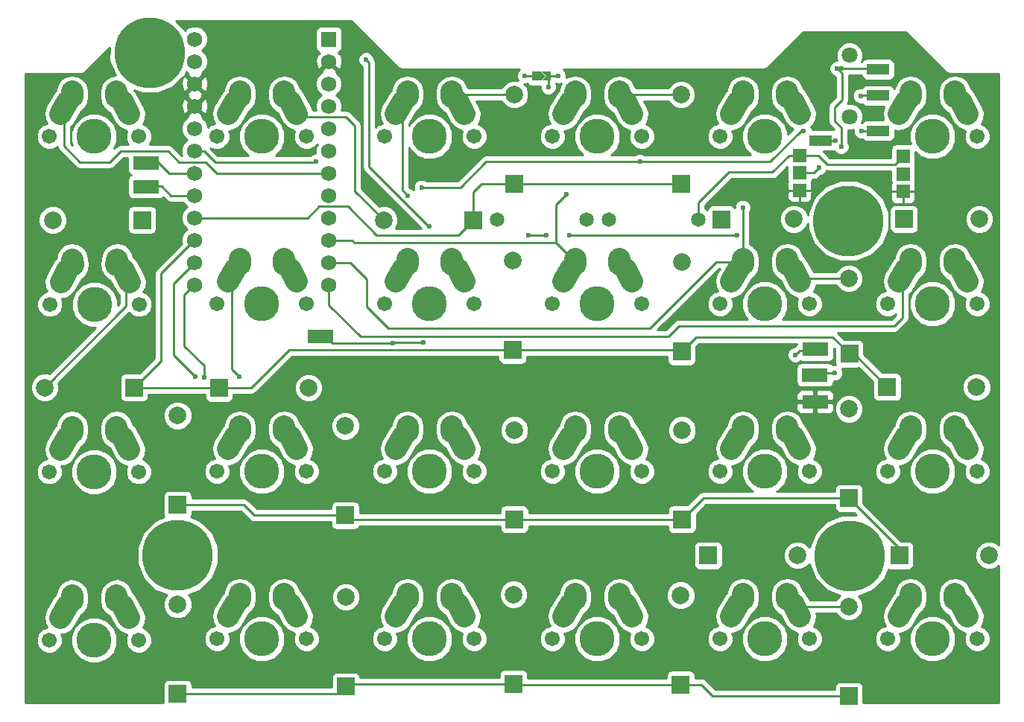
<source format=gbr>
G04 #@! TF.FileFunction,Copper,L1,Top,Signal*
%FSLAX46Y46*%
G04 Gerber Fmt 4.6, Leading zero omitted, Abs format (unit mm)*
G04 Created by KiCad (PCBNEW 4.0.7) date 08/30/18 17:20:36*
%MOMM*%
%LPD*%
G01*
G04 APERTURE LIST*
%ADD10C,0.100000*%
%ADD11C,1.998980*%
%ADD12R,1.998980X1.998980*%
%ADD13R,0.500000X1.000000*%
%ADD14R,1.000000X1.000000*%
%ADD15C,1.800000*%
%ADD16R,2.499360X1.198880*%
%ADD17R,3.000000X1.500000*%
%ADD18C,2.500000*%
%ADD19C,3.987810*%
%ADD20C,1.701810*%
%ADD21C,1.651000*%
%ADD22R,1.752600X1.752600*%
%ADD23C,1.752600*%
%ADD24R,1.524000X1.524000*%
%ADD25C,1.524000*%
%ADD26C,8.000000*%
%ADD27C,0.600000*%
%ADD28C,0.250000*%
%ADD29C,0.254000*%
G04 APERTURE END LIST*
D10*
D11*
X146060000Y-56247460D03*
D12*
X137500000Y-56250000D03*
D10*
G36*
X96261000Y-39479676D02*
X96760924Y-39979600D01*
X96261000Y-40479524D01*
X95761076Y-39979600D01*
X96261000Y-39479676D01*
X96261000Y-39479676D01*
G37*
G36*
X97401050Y-39479600D02*
X96901050Y-39979600D01*
X96900950Y-39979600D01*
X96400950Y-39479600D01*
X97401050Y-39479600D01*
X97401050Y-39479600D01*
G37*
G36*
X96400950Y-40479600D02*
X96900950Y-39979600D01*
X96901050Y-39979600D01*
X97401050Y-40479600D01*
X96400950Y-40479600D01*
X96400950Y-40479600D01*
G37*
D13*
X97151000Y-39979600D03*
D14*
X95759800Y-39995000D03*
D11*
X69860000Y-75447460D03*
D12*
X59700000Y-75447460D03*
D11*
X125410000Y-94497460D03*
D12*
X115250000Y-94497460D03*
D11*
X93247460Y-42090000D03*
D12*
X93247460Y-52250000D03*
D11*
X93047460Y-60990000D03*
D12*
X93047460Y-71150000D03*
D11*
X112247460Y-61140000D03*
D12*
X112247460Y-71300000D03*
D11*
X131250000Y-63000000D03*
D12*
X131297460Y-71550000D03*
D11*
X93147460Y-98940000D03*
D12*
X93147460Y-109100000D03*
D11*
X147160000Y-94497460D03*
D12*
X137000000Y-94497460D03*
D11*
X145760000Y-75347460D03*
D12*
X135600000Y-75347460D03*
D11*
X131247460Y-100340000D03*
D12*
X131247460Y-110500000D03*
D11*
X112147460Y-99040000D03*
D12*
X112147460Y-109200000D03*
D11*
X112297460Y-80240000D03*
D12*
X112297460Y-90400000D03*
D11*
X93247460Y-80240000D03*
D12*
X93247460Y-90400000D03*
D11*
X74047460Y-79790000D03*
D12*
X74047460Y-89950000D03*
D11*
X74097460Y-99240000D03*
D12*
X74097460Y-109400000D03*
D11*
X54997460Y-100090000D03*
D12*
X54997460Y-110250000D03*
D11*
X54997460Y-78590000D03*
D12*
X54997460Y-88750000D03*
D11*
X39890000Y-75402540D03*
D12*
X50050000Y-75402540D03*
D11*
X40790000Y-56352540D03*
D12*
X50950000Y-56352540D03*
D11*
X78390000Y-56352540D03*
D12*
X88550000Y-56352540D03*
D11*
X125000000Y-56250000D03*
D12*
X116750000Y-56297460D03*
D15*
X131318000Y-44599860D03*
D16*
X128069340Y-47302420D03*
X134566660Y-42202100D03*
X134566660Y-39202360D03*
X134566660Y-46202600D03*
D17*
X127403860Y-77025500D03*
X127391160Y-73967340D03*
X127447040Y-71069200D03*
D15*
X131320540Y-37599620D03*
D17*
X51412140Y-49842420D03*
X51437540Y-52565300D03*
X71211440Y-69585840D03*
D11*
X112197460Y-42090000D03*
D12*
X112197460Y-52250000D03*
D18*
X138250276Y-41770672D02*
X138289724Y-42349328D01*
X143940184Y-42849693D02*
X144749816Y-44310307D01*
D19*
X140750000Y-46850000D03*
D20*
X145830000Y-46850000D03*
D18*
X137750453Y-42850046D02*
X136939547Y-44309954D01*
X143289724Y-41770672D02*
X143250276Y-42349328D01*
X119200276Y-41770672D02*
X119239724Y-42349328D01*
X124890184Y-42849693D02*
X125699816Y-44310307D01*
D19*
X121700000Y-46850000D03*
D20*
X116620000Y-46850000D03*
D18*
X118700453Y-42850046D02*
X117889547Y-44309954D01*
X124239724Y-41770672D02*
X124200276Y-42349328D01*
D11*
X131247460Y-77840000D03*
D12*
X131247460Y-88000000D03*
D21*
X101480000Y-56300000D03*
X91320000Y-56300000D03*
X103970000Y-56300000D03*
X114130000Y-56300000D03*
D18*
X43000276Y-41770672D02*
X43039724Y-42349328D01*
X48690184Y-42849693D02*
X49499816Y-44310307D01*
D19*
X45500000Y-46850000D03*
D20*
X40420000Y-46850000D03*
X50580000Y-46850000D03*
D18*
X42500453Y-42850046D02*
X41689547Y-44309954D01*
X48039724Y-41770672D02*
X48000276Y-42349328D01*
X43050276Y-60870672D02*
X43089724Y-61449328D01*
X48740184Y-61949693D02*
X49549816Y-63410307D01*
D19*
X45550000Y-65950000D03*
D20*
X40470000Y-65950000D03*
X50630000Y-65950000D03*
D18*
X42550453Y-61950046D02*
X41739547Y-63409954D01*
X48089724Y-60870672D02*
X48050276Y-61449328D01*
X43000276Y-79920672D02*
X43039724Y-80499328D01*
X48690184Y-80999693D02*
X49499816Y-82460307D01*
D19*
X45500000Y-85000000D03*
D20*
X40420000Y-85000000D03*
X50580000Y-85000000D03*
D18*
X42500453Y-81000046D02*
X41689547Y-82459954D01*
X48039724Y-79920672D02*
X48000276Y-80499328D01*
X43000276Y-99070672D02*
X43039724Y-99649328D01*
X48690184Y-100149693D02*
X49499816Y-101610307D01*
D19*
X45500000Y-104150000D03*
D20*
X40420000Y-104150000D03*
X50580000Y-104150000D03*
D18*
X42500453Y-100150046D02*
X41689547Y-101609954D01*
X48039724Y-99070672D02*
X48000276Y-99649328D01*
X62050276Y-41770672D02*
X62089724Y-42349328D01*
X67740184Y-42849693D02*
X68549816Y-44310307D01*
D19*
X64550000Y-46850000D03*
D20*
X59470000Y-46850000D03*
X69630000Y-46850000D03*
D18*
X61550453Y-42850046D02*
X60739547Y-44309954D01*
X67089724Y-41770672D02*
X67050276Y-42349328D01*
X62050276Y-60820672D02*
X62089724Y-61399328D01*
X67740184Y-61899693D02*
X68549816Y-63360307D01*
D19*
X64550000Y-65900000D03*
D20*
X59470000Y-65900000D03*
X69630000Y-65900000D03*
D18*
X61550453Y-61900046D02*
X60739547Y-63359954D01*
X67089724Y-60820672D02*
X67050276Y-61399328D01*
X62050276Y-79870672D02*
X62089724Y-80449328D01*
X67740184Y-80949693D02*
X68549816Y-82410307D01*
D19*
X64550000Y-84950000D03*
D20*
X59470000Y-84950000D03*
X69630000Y-84950000D03*
D18*
X61550453Y-80950046D02*
X60739547Y-82409954D01*
X67089724Y-79870672D02*
X67050276Y-80449328D01*
X62050276Y-98920672D02*
X62089724Y-99499328D01*
X67740184Y-99999693D02*
X68549816Y-101460307D01*
D19*
X64550000Y-104000000D03*
D20*
X59470000Y-104000000D03*
X69630000Y-104000000D03*
D18*
X61550453Y-100000046D02*
X60739547Y-101459954D01*
X67089724Y-98920672D02*
X67050276Y-99499328D01*
X81100276Y-41770672D02*
X81139724Y-42349328D01*
X86790184Y-42849693D02*
X87599816Y-44310307D01*
D19*
X83600000Y-46850000D03*
D20*
X78520000Y-46850000D03*
X88680000Y-46850000D03*
D18*
X80600453Y-42850046D02*
X79789547Y-44309954D01*
X86139724Y-41770672D02*
X86100276Y-42349328D01*
X81100276Y-60820672D02*
X81139724Y-61399328D01*
X86790184Y-61899693D02*
X87599816Y-63360307D01*
D19*
X83600000Y-65900000D03*
D20*
X78520000Y-65900000D03*
X88680000Y-65900000D03*
D18*
X80600453Y-61900046D02*
X79789547Y-63359954D01*
X86139724Y-60820672D02*
X86100276Y-61399328D01*
X81100276Y-79870672D02*
X81139724Y-80449328D01*
X86790184Y-80949693D02*
X87599816Y-82410307D01*
D19*
X83600000Y-84950000D03*
D20*
X78520000Y-84950000D03*
X88680000Y-84950000D03*
D18*
X80600453Y-80950046D02*
X79789547Y-82409954D01*
X86139724Y-79870672D02*
X86100276Y-80449328D01*
X81100276Y-98920672D02*
X81139724Y-99499328D01*
X86790184Y-99999693D02*
X87599816Y-101460307D01*
D19*
X83600000Y-104000000D03*
D20*
X78520000Y-104000000D03*
X88680000Y-104000000D03*
D18*
X80600453Y-100000046D02*
X79789547Y-101459954D01*
X86139724Y-98920672D02*
X86100276Y-99499328D01*
X100150276Y-41770672D02*
X100189724Y-42349328D01*
X105840184Y-42849693D02*
X106649816Y-44310307D01*
D19*
X102650000Y-46850000D03*
D20*
X97570000Y-46850000D03*
X107730000Y-46850000D03*
D18*
X99650453Y-42850046D02*
X98839547Y-44309954D01*
X105189724Y-41770672D02*
X105150276Y-42349328D01*
X100150276Y-60820672D02*
X100189724Y-61399328D01*
X105840184Y-61899693D02*
X106649816Y-63360307D01*
D19*
X102650000Y-65900000D03*
D20*
X97570000Y-65900000D03*
X107730000Y-65900000D03*
D18*
X99650453Y-61900046D02*
X98839547Y-63359954D01*
X105189724Y-60820672D02*
X105150276Y-61399328D01*
X100150276Y-79870672D02*
X100189724Y-80449328D01*
X105840184Y-80949693D02*
X106649816Y-82410307D01*
D19*
X102650000Y-84950000D03*
D20*
X97570000Y-84950000D03*
X107730000Y-84950000D03*
D18*
X99650453Y-80950046D02*
X98839547Y-82409954D01*
X105189724Y-79870672D02*
X105150276Y-80449328D01*
X100150276Y-98920672D02*
X100189724Y-99499328D01*
X105840184Y-99999693D02*
X106649816Y-101460307D01*
D19*
X102650000Y-104000000D03*
D20*
X97570000Y-104000000D03*
X107730000Y-104000000D03*
D18*
X99650453Y-100000046D02*
X98839547Y-101459954D01*
X105189724Y-98920672D02*
X105150276Y-99499328D01*
X119200276Y-60820672D02*
X119239724Y-61399328D01*
X124890184Y-61899693D02*
X125699816Y-63360307D01*
D19*
X121700000Y-65900000D03*
D20*
X116620000Y-65900000D03*
X126780000Y-65900000D03*
D18*
X118700453Y-61900046D02*
X117889547Y-63359954D01*
X124239724Y-60820672D02*
X124200276Y-61399328D01*
X119200276Y-79870672D02*
X119239724Y-80449328D01*
X124890184Y-80949693D02*
X125699816Y-82410307D01*
D19*
X121700000Y-84950000D03*
D20*
X116620000Y-84950000D03*
X126780000Y-84950000D03*
D18*
X118700453Y-80950046D02*
X117889547Y-82409954D01*
X124239724Y-79870672D02*
X124200276Y-80449328D01*
X119200276Y-98920672D02*
X119239724Y-99499328D01*
X124890184Y-99999693D02*
X125699816Y-101460307D01*
D19*
X121700000Y-104000000D03*
D20*
X116620000Y-104000000D03*
X126780000Y-104000000D03*
D18*
X118700453Y-100000046D02*
X117889547Y-101459954D01*
X124239724Y-98920672D02*
X124200276Y-99499328D01*
X138250276Y-60820672D02*
X138289724Y-61399328D01*
X143940184Y-61899693D02*
X144749816Y-63360307D01*
D19*
X140750000Y-65900000D03*
D20*
X135670000Y-65900000D03*
X145830000Y-65900000D03*
D18*
X137750453Y-61900046D02*
X136939547Y-63359954D01*
X143289724Y-60820672D02*
X143250276Y-61399328D01*
X138250276Y-79870672D02*
X138289724Y-80449328D01*
X143940184Y-80949693D02*
X144749816Y-82410307D01*
D19*
X140750000Y-84950000D03*
D20*
X135670000Y-84950000D03*
X145830000Y-84950000D03*
D18*
X137750453Y-80950046D02*
X136939547Y-82409954D01*
X143289724Y-79870672D02*
X143250276Y-80449328D01*
X138250276Y-98920672D02*
X138289724Y-99499328D01*
X143940184Y-99999693D02*
X144749816Y-101460307D01*
D19*
X140750000Y-104000000D03*
D20*
X135670000Y-104000000D03*
X145830000Y-104000000D03*
D18*
X137750453Y-100000046D02*
X136939547Y-101459954D01*
X143289724Y-98920672D02*
X143250276Y-99499328D01*
D22*
X72170000Y-35780000D03*
D23*
X72170000Y-38320000D03*
X72170000Y-40860000D03*
X72170000Y-43400000D03*
X72170000Y-45940000D03*
X72170000Y-48480000D03*
X72170000Y-51020000D03*
X72170000Y-53560000D03*
X72170000Y-56100000D03*
X72170000Y-58640000D03*
X72170000Y-61180000D03*
X72170000Y-63720000D03*
X56930000Y-63720000D03*
X56930000Y-61180000D03*
X56930000Y-58640000D03*
X56930000Y-56100000D03*
X56930000Y-53560000D03*
X56930000Y-51020000D03*
X56930000Y-48480000D03*
X56930000Y-40860000D03*
X56930000Y-38320000D03*
X56930000Y-35780000D03*
X56930000Y-45940000D03*
X56930000Y-43400000D03*
D24*
X137400000Y-53100000D03*
X137400000Y-51100000D03*
X137400000Y-49100000D03*
D25*
X137410000Y-51110000D03*
X137390000Y-49100000D03*
X137410000Y-53110000D03*
D24*
X125650000Y-53000000D03*
X125650000Y-51000000D03*
X125650000Y-49000000D03*
D25*
X125660000Y-51010000D03*
X125640000Y-49000000D03*
X125660000Y-53010000D03*
D26*
X55000000Y-94500000D03*
X131350000Y-94550000D03*
X131200000Y-56450000D03*
X51850000Y-37300000D03*
D27*
X132588000Y-42227500D03*
X132651500Y-46215300D03*
X56959500Y-74168000D03*
X57975500Y-74295000D03*
X123888500Y-70675500D03*
X129730500Y-47307500D03*
X125158500Y-71691500D03*
X82704940Y-52638960D03*
X70672960Y-49728120D03*
X126123700Y-46189900D03*
X107505500Y-49720500D03*
X98234500Y-39941500D03*
X97091500Y-41211500D03*
X79415640Y-70324980D03*
X82864960Y-70309740D03*
X130365500Y-48006000D03*
X129921000Y-39116000D03*
X130365500Y-39116000D03*
X127889000Y-50355500D03*
X94424500Y-39941500D03*
X61976000Y-74168000D03*
X81109820Y-53558440D03*
X99187000Y-53403500D03*
X119189500Y-54927500D03*
X99504500Y-58102500D03*
X96837500Y-58102500D03*
X94805500Y-58102500D03*
X118554500Y-58102500D03*
X129667000Y-73723500D03*
X83566000Y-57086500D03*
X76390500Y-38100000D03*
D28*
X132588000Y-42227500D02*
X132613400Y-42202100D01*
X132613400Y-42202100D02*
X134566660Y-42202100D01*
X132651500Y-46215300D02*
X132664200Y-46202600D01*
X132664200Y-46202600D02*
X134566660Y-46202600D01*
X129500000Y-58000000D02*
X129500000Y-57950000D01*
X129500000Y-57950000D02*
X129350000Y-57800000D01*
X88550000Y-56352540D02*
X88550000Y-53182000D01*
X89482000Y-52250000D02*
X93247460Y-52250000D01*
X88550000Y-53182000D02*
X89482000Y-52250000D01*
X93247460Y-52250000D02*
X112197460Y-52250000D01*
X88550000Y-56352540D02*
X89144920Y-56352540D01*
X56930000Y-56100000D02*
X69750000Y-56100000D01*
X86852540Y-58050000D02*
X88550000Y-56352540D01*
X77600000Y-58050000D02*
X86852540Y-58050000D01*
X74350000Y-54800000D02*
X77600000Y-58050000D01*
X71050000Y-54800000D02*
X74350000Y-54800000D01*
X69750000Y-56100000D02*
X71050000Y-54800000D01*
X49145000Y-62680000D02*
X49145000Y-66147540D01*
X49145000Y-66147540D02*
X39890000Y-75402540D01*
X131802540Y-71550000D02*
X135600000Y-75347460D01*
X113887960Y-69659500D02*
X112247460Y-71300000D01*
X93047460Y-71150000D02*
X112097460Y-71150000D01*
X112097460Y-71150000D02*
X112497460Y-71550000D01*
X59700000Y-75447460D02*
X63352540Y-75447460D01*
X67650000Y-71150000D02*
X93047460Y-71150000D01*
X63352540Y-75447460D02*
X67650000Y-71150000D01*
X56930000Y-58640000D02*
X56860000Y-58640000D01*
X56860000Y-58640000D02*
X53100000Y-62400000D01*
X53100000Y-62400000D02*
X53100000Y-72352540D01*
X53100000Y-72352540D02*
X50050000Y-75402540D01*
X50050000Y-75402540D02*
X59655080Y-75402540D01*
X59655080Y-75402540D02*
X59700000Y-75447460D01*
X129413000Y-69659500D02*
X113887960Y-69659500D01*
X131297460Y-71543960D02*
X129413000Y-69659500D01*
X131297460Y-71550000D02*
X131297460Y-71543960D01*
X54546500Y-71755000D02*
X54546500Y-63563500D01*
X54546500Y-63563500D02*
X56930000Y-61180000D01*
X56959500Y-74168000D02*
X54546500Y-71755000D01*
X131247460Y-88000000D02*
X114697460Y-88000000D01*
X114697460Y-88000000D02*
X112297460Y-90400000D01*
X137000000Y-94497460D02*
X137000000Y-93752540D01*
X137000000Y-93752540D02*
X131247460Y-88000000D01*
X54997460Y-88750000D02*
X62500000Y-88750000D01*
X63700000Y-89950000D02*
X74047460Y-89950000D01*
X62500000Y-88750000D02*
X63700000Y-89950000D01*
X112447460Y-90250000D02*
X112297460Y-90400000D01*
X112297460Y-90400000D02*
X74497460Y-90400000D01*
X74497460Y-90400000D02*
X73997460Y-89900000D01*
X55753000Y-70675500D02*
X57975500Y-72898000D01*
X57975500Y-72898000D02*
X57975500Y-74295000D01*
X55753000Y-64833500D02*
X55753000Y-70675500D01*
X56866500Y-63720000D02*
X55753000Y-64833500D01*
X56930000Y-63720000D02*
X56866500Y-63720000D01*
X131247460Y-110500000D02*
X115750000Y-110500000D01*
X114450000Y-109200000D02*
X112147460Y-109200000D01*
X115750000Y-110500000D02*
X114450000Y-109200000D01*
X54997460Y-110250000D02*
X73247460Y-110250000D01*
X73247460Y-110250000D02*
X74097460Y-109400000D01*
X93147460Y-109100000D02*
X74397460Y-109100000D01*
X74397460Y-109100000D02*
X74097460Y-109400000D01*
X112147460Y-109200000D02*
X93247460Y-109200000D01*
X93247460Y-109200000D02*
X93147460Y-109100000D01*
X112197460Y-109250000D02*
X112147460Y-109200000D01*
X74129900Y-44627800D02*
X69192800Y-44627800D01*
X69192800Y-44627800D02*
X68145000Y-43580000D01*
X75120500Y-45618400D02*
X74129900Y-44627800D01*
X75120500Y-53070760D02*
X75120500Y-45618400D01*
X78390000Y-56340260D02*
X75120500Y-53070760D01*
X78390000Y-56352540D02*
X78390000Y-56340260D01*
X93247460Y-42090000D02*
X86150000Y-42090000D01*
X86150000Y-42090000D02*
X86120000Y-42060000D01*
X86120000Y-42060000D02*
X87195000Y-43580000D01*
X112197460Y-42090000D02*
X105200000Y-42090000D01*
X105200000Y-42090000D02*
X105170000Y-42060000D01*
X105170000Y-42060000D02*
X106245000Y-43580000D01*
X131250000Y-63000000D02*
X125665000Y-63000000D01*
X125665000Y-63000000D02*
X125295000Y-62630000D01*
X131247460Y-100340000D02*
X125685000Y-100340000D01*
X125685000Y-100340000D02*
X125295000Y-100730000D01*
X124340000Y-99090000D02*
X124220000Y-99210000D01*
X124220000Y-99210000D02*
X125295000Y-100730000D01*
X137410000Y-53110000D02*
X138977500Y-53110000D01*
X137410000Y-53110000D02*
X137410000Y-54542500D01*
X137410000Y-53110000D02*
X135612000Y-53110000D01*
X127266500Y-53010000D02*
X127381000Y-52895500D01*
X125660000Y-53010000D02*
X127266500Y-53010000D01*
X125660000Y-53010000D02*
X125660000Y-54476500D01*
X125660000Y-53010000D02*
X123901000Y-53010000D01*
X123888500Y-70675500D02*
X123888500Y-77025500D01*
X123888500Y-77025500D02*
X127381000Y-77025500D01*
X129730500Y-47307500D02*
X129725420Y-47302420D01*
X129725420Y-47302420D02*
X128069340Y-47302420D01*
X117602000Y-50927000D02*
X114130000Y-54399000D01*
X114130000Y-54399000D02*
X114130000Y-56300000D01*
X122555000Y-50927000D02*
X117602000Y-50927000D01*
X124482000Y-49000000D02*
X122555000Y-50927000D01*
X125640000Y-49000000D02*
X124482000Y-49000000D01*
X125158500Y-71691500D02*
X125666500Y-71183500D01*
X125666500Y-71183500D02*
X127381000Y-71183500D01*
X125650000Y-49000000D02*
X127750000Y-49000000D01*
X136500000Y-50000000D02*
X137400000Y-49100000D01*
X128750000Y-50000000D02*
X136500000Y-50000000D01*
X127750000Y-49000000D02*
X128750000Y-50000000D01*
X114130000Y-56300000D02*
X114130000Y-56120000D01*
X87101680Y-52638960D02*
X90020140Y-49720500D01*
X90020140Y-49720500D02*
X107505500Y-49720500D01*
X82704940Y-52638960D02*
X87101680Y-52638960D01*
X63350000Y-49750000D02*
X70651080Y-49750000D01*
X70651080Y-49750000D02*
X70672960Y-49728120D01*
X107505500Y-49720500D02*
X122261482Y-49720500D01*
X122261482Y-49720500D02*
X125792082Y-46189900D01*
X125792082Y-46189900D02*
X126123700Y-46189900D01*
X107505500Y-49720500D02*
X107500000Y-49726000D01*
X107500000Y-49726000D02*
X107500000Y-49750000D01*
X63450000Y-49750000D02*
X59250000Y-49750000D01*
X57980000Y-48480000D02*
X56930000Y-48480000D01*
X59250000Y-49750000D02*
X57980000Y-48480000D01*
X63350000Y-49750000D02*
X63450000Y-49750000D01*
X98234500Y-39941500D02*
X98196400Y-39979600D01*
X98196400Y-39979600D02*
X97151000Y-39979600D01*
X97091500Y-41211500D02*
X97151000Y-41152000D01*
X97151000Y-41152000D02*
X97151000Y-39979600D01*
X72557640Y-70324980D02*
X71958200Y-69725540D01*
X79415640Y-70324980D02*
X72557640Y-70324980D01*
X82864960Y-70309740D02*
X79430880Y-70309740D01*
X79430880Y-70309740D02*
X79415640Y-70324980D01*
X130464560Y-42692320D02*
X130464560Y-39659560D01*
X130464560Y-39659560D02*
X129921000Y-39116000D01*
X129661920Y-43494960D02*
X130464560Y-42692320D01*
X129661920Y-45140880D02*
X129661920Y-43494960D01*
X130365500Y-45844460D02*
X129661920Y-45140880D01*
X130365500Y-48006000D02*
X130365500Y-45844460D01*
X130365500Y-39116000D02*
X129921000Y-39116000D01*
X134493000Y-39116000D02*
X134556500Y-39052500D01*
X130365500Y-39116000D02*
X134493000Y-39116000D01*
X125660000Y-51010000D02*
X127234500Y-51010000D01*
X127234500Y-51010000D02*
X127889000Y-50355500D01*
X94424500Y-39941500D02*
X94478000Y-39995000D01*
X94478000Y-39995000D02*
X95759800Y-39995000D01*
X53926740Y-48503840D02*
X55172900Y-49750000D01*
X55172900Y-49750000D02*
X58150000Y-49750000D01*
X48531780Y-48503840D02*
X53926740Y-48503840D01*
X47285620Y-49750000D02*
X48531780Y-48503840D01*
X43900000Y-49750000D02*
X47285620Y-49750000D01*
X72170000Y-51020000D02*
X59420000Y-51020000D01*
X42095000Y-47945000D02*
X42095000Y-43580000D01*
X43900000Y-49750000D02*
X42095000Y-47945000D01*
X59420000Y-51020000D02*
X58150000Y-49750000D01*
X61145000Y-62630000D02*
X61145000Y-73337000D01*
X61145000Y-73337000D02*
X61976000Y-74168000D01*
X80502760Y-52951380D02*
X80502760Y-43887760D01*
X80502760Y-43887760D02*
X80195000Y-43580000D01*
X81109820Y-53558440D02*
X80502760Y-52951380D01*
X98010000Y-58950000D02*
X98010000Y-54580500D01*
X98010000Y-54580500D02*
X99187000Y-53403500D01*
X72170000Y-58640000D02*
X74790000Y-58640000D01*
X98010000Y-58950000D02*
X100170000Y-61110000D01*
X75100000Y-58950000D02*
X98010000Y-58950000D01*
X74790000Y-58640000D02*
X75100000Y-58950000D01*
X119189500Y-54927500D02*
X119220000Y-54958000D01*
X119220000Y-54958000D02*
X119220000Y-61110000D01*
X118295000Y-62630000D02*
X118295000Y-62035000D01*
X118295000Y-62035000D02*
X119220000Y-61110000D01*
X72170000Y-61180000D02*
X74580000Y-61180000D01*
X74580000Y-61180000D02*
X76450000Y-63050000D01*
X76450000Y-63050000D02*
X76450000Y-66200000D01*
X76450000Y-66200000D02*
X78900000Y-68650000D01*
X78900000Y-68650000D02*
X108642000Y-68650000D01*
X108642000Y-68650000D02*
X116182000Y-61110000D01*
X116182000Y-61110000D02*
X119220000Y-61110000D01*
X111950500Y-68389500D02*
X136410500Y-68389500D01*
X136410500Y-68389500D02*
X137345000Y-67455000D01*
X110740000Y-69600000D02*
X111950500Y-68389500D01*
X75750000Y-69600000D02*
X110740000Y-69600000D01*
X72170000Y-63720000D02*
X72170000Y-66020000D01*
X137345000Y-67455000D02*
X137345000Y-62630000D01*
X72170000Y-66020000D02*
X75750000Y-69600000D01*
X53187600Y-52532280D02*
X51495960Y-52532280D01*
X54215320Y-53560000D02*
X53187600Y-52532280D01*
X56930000Y-53560000D02*
X54215320Y-53560000D01*
X52722780Y-49753520D02*
X51981100Y-49753520D01*
X53989260Y-51020000D02*
X52722780Y-49753520D01*
X56930000Y-51020000D02*
X53989260Y-51020000D01*
X94805500Y-58102500D02*
X96837500Y-58102500D01*
X99504500Y-58102500D02*
X118554500Y-58102500D01*
X83566000Y-57086500D02*
X83502500Y-57086500D01*
X79883000Y-53467000D02*
X79875380Y-53467000D01*
X79875380Y-53467000D02*
X76708000Y-50299620D01*
X76708000Y-38417500D02*
X76390500Y-38100000D01*
X83502500Y-57086500D02*
X79883000Y-53467000D01*
X76708000Y-50299620D02*
X76708000Y-38417500D01*
X128270000Y-73723500D02*
X128143000Y-73723500D01*
X129667000Y-73723500D02*
X128270000Y-73723500D01*
D29*
G36*
X79997954Y-39002046D02*
X80228295Y-39155954D01*
X80500000Y-39210001D01*
X80500005Y-39210000D01*
X93833832Y-39210000D01*
X93632308Y-39411173D01*
X93489662Y-39754701D01*
X93489338Y-40126667D01*
X93631383Y-40470443D01*
X93647027Y-40486115D01*
X93574007Y-40455794D01*
X92923766Y-40455226D01*
X92322805Y-40703538D01*
X91862614Y-41162927D01*
X91793239Y-41330000D01*
X87955362Y-41330000D01*
X87929167Y-41126922D01*
X87563091Y-40489008D01*
X86980762Y-40039743D01*
X86270834Y-39847524D01*
X85541387Y-39941614D01*
X84903472Y-40307691D01*
X84454207Y-40890020D01*
X84261988Y-41599948D01*
X84216742Y-42263630D01*
X84310833Y-42993077D01*
X84676909Y-43630992D01*
X85259238Y-44080257D01*
X85327287Y-44098682D01*
X85976993Y-45270781D01*
X86452211Y-45832131D01*
X87106076Y-46168892D01*
X87345640Y-46188798D01*
X87194353Y-46553138D01*
X87193837Y-47144268D01*
X87419576Y-47690598D01*
X87837203Y-48108955D01*
X88383138Y-48335647D01*
X88974268Y-48336163D01*
X89520598Y-48110424D01*
X89938955Y-47692797D01*
X90165647Y-47146862D01*
X90166163Y-46555732D01*
X89940424Y-46009402D01*
X89522797Y-45591045D01*
X89149453Y-45436019D01*
X89437629Y-44876489D01*
X89498534Y-44143525D01*
X89274309Y-43443047D01*
X88945577Y-42850000D01*
X91792964Y-42850000D01*
X91860998Y-43014655D01*
X92320387Y-43474846D01*
X92920913Y-43724206D01*
X93571154Y-43724774D01*
X94172115Y-43476462D01*
X94632306Y-43017073D01*
X94881666Y-42416547D01*
X94882234Y-41766306D01*
X94633922Y-41165345D01*
X94345512Y-40876432D01*
X94609667Y-40876662D01*
X94721164Y-40830593D01*
X94795710Y-40946441D01*
X95007910Y-41091431D01*
X95259800Y-41142440D01*
X96156559Y-41142440D01*
X96156338Y-41396667D01*
X96298383Y-41740443D01*
X96561173Y-42003692D01*
X96904701Y-42146338D01*
X97276667Y-42146662D01*
X97620443Y-42004617D01*
X97883692Y-41741827D01*
X98026338Y-41398299D01*
X98026662Y-41026333D01*
X97947492Y-40834728D01*
X98047701Y-40876338D01*
X98419667Y-40876662D01*
X98530800Y-40830743D01*
X98360833Y-41126923D01*
X98304649Y-41562496D01*
X98028467Y-41888158D01*
X97165812Y-43441234D01*
X96940976Y-44141516D01*
X97001242Y-44874533D01*
X97256742Y-45371683D01*
X96729402Y-45589576D01*
X96311045Y-46007203D01*
X96084353Y-46553138D01*
X96083837Y-47144268D01*
X96309576Y-47690598D01*
X96727203Y-48108955D01*
X97273138Y-48335647D01*
X97864268Y-48336163D01*
X98410598Y-48110424D01*
X98828955Y-47692797D01*
X99055647Y-47146862D01*
X99056163Y-46555732D01*
X98910658Y-46203582D01*
X99331667Y-46168968D01*
X99985825Y-45832777D01*
X100461532Y-45271842D01*
X101192862Y-43955197D01*
X101613091Y-43630992D01*
X101979167Y-42993078D01*
X102073258Y-42263631D01*
X102073258Y-42263630D01*
X103266742Y-42263630D01*
X103360833Y-42993077D01*
X103726909Y-43630992D01*
X104309238Y-44080257D01*
X104377287Y-44098682D01*
X105026993Y-45270781D01*
X105502211Y-45832131D01*
X106156076Y-46168892D01*
X106395640Y-46188798D01*
X106244353Y-46553138D01*
X106243837Y-47144268D01*
X106469576Y-47690598D01*
X106887203Y-48108955D01*
X107433138Y-48335647D01*
X108024268Y-48336163D01*
X108570598Y-48110424D01*
X108988955Y-47692797D01*
X109215647Y-47146862D01*
X109215649Y-47144268D01*
X115133837Y-47144268D01*
X115359576Y-47690598D01*
X115777203Y-48108955D01*
X116323138Y-48335647D01*
X116914268Y-48336163D01*
X117460598Y-48110424D01*
X117878955Y-47692797D01*
X118105647Y-47146862D01*
X118106163Y-46555732D01*
X117960658Y-46203582D01*
X118381667Y-46168968D01*
X119035825Y-45832777D01*
X119511532Y-45271842D01*
X120242862Y-43955197D01*
X120663091Y-43630992D01*
X121029167Y-42993078D01*
X121123258Y-42263631D01*
X121078012Y-41599948D01*
X120885793Y-40890020D01*
X120436528Y-40307691D01*
X119798613Y-39941615D01*
X119069166Y-39847524D01*
X118359238Y-40039743D01*
X117776909Y-40489008D01*
X117410833Y-41126923D01*
X117354649Y-41562496D01*
X117078467Y-41888158D01*
X116215812Y-43441234D01*
X115990976Y-44141516D01*
X116051242Y-44874533D01*
X116306742Y-45371683D01*
X115779402Y-45589576D01*
X115361045Y-46007203D01*
X115134353Y-46553138D01*
X115133837Y-47144268D01*
X109215649Y-47144268D01*
X109216163Y-46555732D01*
X108990424Y-46009402D01*
X108572797Y-45591045D01*
X108199453Y-45436019D01*
X108487629Y-44876489D01*
X108548534Y-44143525D01*
X108324309Y-43443047D01*
X107995577Y-42850000D01*
X110742964Y-42850000D01*
X110810998Y-43014655D01*
X111270387Y-43474846D01*
X111870913Y-43724206D01*
X112521154Y-43724774D01*
X113122115Y-43476462D01*
X113582306Y-43017073D01*
X113831666Y-42416547D01*
X113832234Y-41766306D01*
X113583922Y-41165345D01*
X113124533Y-40705154D01*
X112524007Y-40455794D01*
X111873766Y-40455226D01*
X111272805Y-40703538D01*
X110812614Y-41162927D01*
X110743239Y-41330000D01*
X107005362Y-41330000D01*
X106979167Y-41126922D01*
X106613091Y-40489008D01*
X106030762Y-40039743D01*
X105320834Y-39847524D01*
X104591387Y-39941614D01*
X103953472Y-40307691D01*
X103504207Y-40890020D01*
X103311988Y-41599948D01*
X103266742Y-42263630D01*
X102073258Y-42263630D01*
X102028012Y-41599948D01*
X101835793Y-40890020D01*
X101386528Y-40307691D01*
X100748613Y-39941615D01*
X100019166Y-39847524D01*
X99309238Y-40039743D01*
X99157500Y-40156809D01*
X99169338Y-40128299D01*
X99169662Y-39756333D01*
X99027617Y-39412557D01*
X98825413Y-39210000D01*
X121500000Y-39210000D01*
X121771705Y-39155954D01*
X122002046Y-39002046D01*
X126044092Y-34960000D01*
X137705908Y-34960000D01*
X142247954Y-39502046D01*
X142478295Y-39655954D01*
X142750000Y-39710000D01*
X148290000Y-39710000D01*
X148290000Y-93315895D01*
X148087073Y-93112614D01*
X147486547Y-92863254D01*
X146836306Y-92862686D01*
X146235345Y-93110998D01*
X145775154Y-93570387D01*
X145525794Y-94170913D01*
X145525226Y-94821154D01*
X145773538Y-95422115D01*
X146232927Y-95882306D01*
X146833453Y-96131666D01*
X147483694Y-96132234D01*
X148084655Y-95883922D01*
X148290000Y-95678935D01*
X148290000Y-111290000D01*
X132894390Y-111290000D01*
X132894390Y-109500510D01*
X132850112Y-109265193D01*
X132711040Y-109049069D01*
X132498840Y-108904079D01*
X132246950Y-108853070D01*
X130247970Y-108853070D01*
X130012653Y-108897348D01*
X129796529Y-109036420D01*
X129651539Y-109248620D01*
X129600530Y-109500510D01*
X129600530Y-109740000D01*
X116064802Y-109740000D01*
X114987401Y-108662599D01*
X114740839Y-108497852D01*
X114450000Y-108440000D01*
X113794390Y-108440000D01*
X113794390Y-108200510D01*
X113750112Y-107965193D01*
X113611040Y-107749069D01*
X113398840Y-107604079D01*
X113146950Y-107553070D01*
X111147970Y-107553070D01*
X110912653Y-107597348D01*
X110696529Y-107736420D01*
X110551539Y-107948620D01*
X110500530Y-108200510D01*
X110500530Y-108440000D01*
X94794390Y-108440000D01*
X94794390Y-108100510D01*
X94750112Y-107865193D01*
X94611040Y-107649069D01*
X94398840Y-107504079D01*
X94146950Y-107453070D01*
X92147970Y-107453070D01*
X91912653Y-107497348D01*
X91696529Y-107636420D01*
X91551539Y-107848620D01*
X91500530Y-108100510D01*
X91500530Y-108340000D01*
X75733004Y-108340000D01*
X75700112Y-108165193D01*
X75561040Y-107949069D01*
X75348840Y-107804079D01*
X75096950Y-107753070D01*
X73097970Y-107753070D01*
X72862653Y-107797348D01*
X72646529Y-107936420D01*
X72501539Y-108148620D01*
X72450530Y-108400510D01*
X72450530Y-109490000D01*
X56644390Y-109490000D01*
X56644390Y-109250510D01*
X56600112Y-109015193D01*
X56461040Y-108799069D01*
X56248840Y-108654079D01*
X55996950Y-108603070D01*
X53997970Y-108603070D01*
X53762653Y-108647348D01*
X53546529Y-108786420D01*
X53401539Y-108998620D01*
X53350530Y-109250510D01*
X53350530Y-111249490D01*
X53358152Y-111290000D01*
X37710000Y-111290000D01*
X37710000Y-104444268D01*
X38933837Y-104444268D01*
X39159576Y-104990598D01*
X39577203Y-105408955D01*
X40123138Y-105635647D01*
X40714268Y-105636163D01*
X41260598Y-105410424D01*
X41678955Y-104992797D01*
X41812731Y-104670627D01*
X42870640Y-104670627D01*
X43270024Y-105637209D01*
X44008901Y-106377377D01*
X44974784Y-106778447D01*
X46020627Y-106779360D01*
X46987209Y-106379976D01*
X47727377Y-105641099D01*
X48128447Y-104675216D01*
X48129360Y-103629373D01*
X47729976Y-102662791D01*
X46991099Y-101922623D01*
X46025216Y-101521553D01*
X44979373Y-101520640D01*
X44012791Y-101920024D01*
X43272623Y-102658901D01*
X42871553Y-103624784D01*
X42870640Y-104670627D01*
X41812731Y-104670627D01*
X41905647Y-104446862D01*
X41906163Y-103855732D01*
X41760658Y-103503582D01*
X42181667Y-103468968D01*
X42835825Y-103132777D01*
X43311532Y-102571842D01*
X44042862Y-101255197D01*
X44463091Y-100930992D01*
X44829167Y-100293078D01*
X44923258Y-99563631D01*
X44923258Y-99563630D01*
X46116742Y-99563630D01*
X46210833Y-100293077D01*
X46576909Y-100930992D01*
X47159238Y-101380257D01*
X47227287Y-101398682D01*
X47876993Y-102570781D01*
X48352211Y-103132131D01*
X49006076Y-103468892D01*
X49245640Y-103488798D01*
X49094353Y-103853138D01*
X49093837Y-104444268D01*
X49319576Y-104990598D01*
X49737203Y-105408955D01*
X50283138Y-105635647D01*
X50874268Y-105636163D01*
X51420598Y-105410424D01*
X51838955Y-104992797D01*
X52065647Y-104446862D01*
X52065780Y-104294268D01*
X57983837Y-104294268D01*
X58209576Y-104840598D01*
X58627203Y-105258955D01*
X59173138Y-105485647D01*
X59764268Y-105486163D01*
X60310598Y-105260424D01*
X60728955Y-104842797D01*
X60862731Y-104520627D01*
X61920640Y-104520627D01*
X62320024Y-105487209D01*
X63058901Y-106227377D01*
X64024784Y-106628447D01*
X65070627Y-106629360D01*
X66037209Y-106229976D01*
X66777377Y-105491099D01*
X67178447Y-104525216D01*
X67179360Y-103479373D01*
X66779976Y-102512791D01*
X66041099Y-101772623D01*
X65075216Y-101371553D01*
X64029373Y-101370640D01*
X63062791Y-101770024D01*
X62322623Y-102508901D01*
X61921553Y-103474784D01*
X61920640Y-104520627D01*
X60862731Y-104520627D01*
X60955647Y-104296862D01*
X60956163Y-103705732D01*
X60810658Y-103353582D01*
X61231667Y-103318968D01*
X61885825Y-102982777D01*
X62361532Y-102421842D01*
X63092862Y-101105197D01*
X63513091Y-100780992D01*
X63879167Y-100143078D01*
X63973258Y-99413631D01*
X63973258Y-99413630D01*
X65166742Y-99413630D01*
X65260833Y-100143077D01*
X65626909Y-100780992D01*
X66209238Y-101230257D01*
X66277287Y-101248682D01*
X66926993Y-102420781D01*
X67402211Y-102982131D01*
X68056076Y-103318892D01*
X68295640Y-103338798D01*
X68144353Y-103703138D01*
X68143837Y-104294268D01*
X68369576Y-104840598D01*
X68787203Y-105258955D01*
X69333138Y-105485647D01*
X69924268Y-105486163D01*
X70470598Y-105260424D01*
X70888955Y-104842797D01*
X71115647Y-104296862D01*
X71115649Y-104294268D01*
X77033837Y-104294268D01*
X77259576Y-104840598D01*
X77677203Y-105258955D01*
X78223138Y-105485647D01*
X78814268Y-105486163D01*
X79360598Y-105260424D01*
X79778955Y-104842797D01*
X79912731Y-104520627D01*
X80970640Y-104520627D01*
X81370024Y-105487209D01*
X82108901Y-106227377D01*
X83074784Y-106628447D01*
X84120627Y-106629360D01*
X85087209Y-106229976D01*
X85827377Y-105491099D01*
X86228447Y-104525216D01*
X86229360Y-103479373D01*
X85829976Y-102512791D01*
X85091099Y-101772623D01*
X84125216Y-101371553D01*
X83079373Y-101370640D01*
X82112791Y-101770024D01*
X81372623Y-102508901D01*
X80971553Y-103474784D01*
X80970640Y-104520627D01*
X79912731Y-104520627D01*
X80005647Y-104296862D01*
X80006163Y-103705732D01*
X79860658Y-103353582D01*
X80281667Y-103318968D01*
X80935825Y-102982777D01*
X81411532Y-102421842D01*
X82142862Y-101105197D01*
X82563091Y-100780992D01*
X82929167Y-100143078D01*
X83023258Y-99413631D01*
X83023258Y-99413630D01*
X84216742Y-99413630D01*
X84310833Y-100143077D01*
X84676909Y-100780992D01*
X85259238Y-101230257D01*
X85327287Y-101248682D01*
X85976993Y-102420781D01*
X86452211Y-102982131D01*
X87106076Y-103318892D01*
X87345640Y-103338798D01*
X87194353Y-103703138D01*
X87193837Y-104294268D01*
X87419576Y-104840598D01*
X87837203Y-105258955D01*
X88383138Y-105485647D01*
X88974268Y-105486163D01*
X89520598Y-105260424D01*
X89938955Y-104842797D01*
X90165647Y-104296862D01*
X90165649Y-104294268D01*
X96083837Y-104294268D01*
X96309576Y-104840598D01*
X96727203Y-105258955D01*
X97273138Y-105485647D01*
X97864268Y-105486163D01*
X98410598Y-105260424D01*
X98828955Y-104842797D01*
X98962731Y-104520627D01*
X100020640Y-104520627D01*
X100420024Y-105487209D01*
X101158901Y-106227377D01*
X102124784Y-106628447D01*
X103170627Y-106629360D01*
X104137209Y-106229976D01*
X104877377Y-105491099D01*
X105278447Y-104525216D01*
X105279360Y-103479373D01*
X104879976Y-102512791D01*
X104141099Y-101772623D01*
X103175216Y-101371553D01*
X102129373Y-101370640D01*
X101162791Y-101770024D01*
X100422623Y-102508901D01*
X100021553Y-103474784D01*
X100020640Y-104520627D01*
X98962731Y-104520627D01*
X99055647Y-104296862D01*
X99056163Y-103705732D01*
X98910658Y-103353582D01*
X99331667Y-103318968D01*
X99985825Y-102982777D01*
X100461532Y-102421842D01*
X101192862Y-101105197D01*
X101613091Y-100780992D01*
X101979167Y-100143078D01*
X102073258Y-99413631D01*
X102073258Y-99413630D01*
X103266742Y-99413630D01*
X103360833Y-100143077D01*
X103726909Y-100780992D01*
X104309238Y-101230257D01*
X104377287Y-101248682D01*
X105026993Y-102420781D01*
X105502211Y-102982131D01*
X106156076Y-103318892D01*
X106395640Y-103338798D01*
X106244353Y-103703138D01*
X106243837Y-104294268D01*
X106469576Y-104840598D01*
X106887203Y-105258955D01*
X107433138Y-105485647D01*
X108024268Y-105486163D01*
X108570598Y-105260424D01*
X108988955Y-104842797D01*
X109215647Y-104296862D01*
X109215649Y-104294268D01*
X115133837Y-104294268D01*
X115359576Y-104840598D01*
X115777203Y-105258955D01*
X116323138Y-105485647D01*
X116914268Y-105486163D01*
X117460598Y-105260424D01*
X117878955Y-104842797D01*
X118012731Y-104520627D01*
X119070640Y-104520627D01*
X119470024Y-105487209D01*
X120208901Y-106227377D01*
X121174784Y-106628447D01*
X122220627Y-106629360D01*
X123187209Y-106229976D01*
X123927377Y-105491099D01*
X124328447Y-104525216D01*
X124329360Y-103479373D01*
X123929976Y-102512791D01*
X123191099Y-101772623D01*
X122225216Y-101371553D01*
X121179373Y-101370640D01*
X120212791Y-101770024D01*
X119472623Y-102508901D01*
X119071553Y-103474784D01*
X119070640Y-104520627D01*
X118012731Y-104520627D01*
X118105647Y-104296862D01*
X118106163Y-103705732D01*
X117960658Y-103353582D01*
X118381667Y-103318968D01*
X119035825Y-102982777D01*
X119511532Y-102421842D01*
X120242862Y-101105197D01*
X120663091Y-100780992D01*
X121029167Y-100143078D01*
X121123258Y-99413631D01*
X121078012Y-98749948D01*
X120885793Y-98040020D01*
X120436528Y-97457691D01*
X119798613Y-97091615D01*
X119069166Y-96997524D01*
X118359238Y-97189743D01*
X117776909Y-97639008D01*
X117410833Y-98276923D01*
X117354649Y-98712496D01*
X117078467Y-99038158D01*
X116215812Y-100591234D01*
X115990976Y-101291516D01*
X116051242Y-102024533D01*
X116306742Y-102521683D01*
X115779402Y-102739576D01*
X115361045Y-103157203D01*
X115134353Y-103703138D01*
X115133837Y-104294268D01*
X109215649Y-104294268D01*
X109216163Y-103705732D01*
X108990424Y-103159402D01*
X108572797Y-102741045D01*
X108199453Y-102586019D01*
X108487629Y-102026489D01*
X108548534Y-101293525D01*
X108324309Y-100593047D01*
X107642867Y-99363694D01*
X110512686Y-99363694D01*
X110760998Y-99964655D01*
X111220387Y-100424846D01*
X111820913Y-100674206D01*
X112471154Y-100674774D01*
X113072115Y-100426462D01*
X113532306Y-99967073D01*
X113781666Y-99366547D01*
X113782234Y-98716306D01*
X113533922Y-98115345D01*
X113074533Y-97655154D01*
X112474007Y-97405794D01*
X111823766Y-97405226D01*
X111222805Y-97653538D01*
X110762614Y-98112927D01*
X110513254Y-98713453D01*
X110512686Y-99363694D01*
X107642867Y-99363694D01*
X107463007Y-99039219D01*
X107008197Y-98501975D01*
X106979167Y-98276922D01*
X106613091Y-97639008D01*
X106030762Y-97189743D01*
X105320834Y-96997524D01*
X104591387Y-97091614D01*
X103953472Y-97457691D01*
X103504207Y-98040020D01*
X103311988Y-98749948D01*
X103266742Y-99413630D01*
X102073258Y-99413630D01*
X102028012Y-98749948D01*
X101835793Y-98040020D01*
X101386528Y-97457691D01*
X100748613Y-97091615D01*
X100019166Y-96997524D01*
X99309238Y-97189743D01*
X98726909Y-97639008D01*
X98360833Y-98276923D01*
X98304649Y-98712496D01*
X98028467Y-99038158D01*
X97165812Y-100591234D01*
X96940976Y-101291516D01*
X97001242Y-102024533D01*
X97256742Y-102521683D01*
X96729402Y-102739576D01*
X96311045Y-103157203D01*
X96084353Y-103703138D01*
X96083837Y-104294268D01*
X90165649Y-104294268D01*
X90166163Y-103705732D01*
X89940424Y-103159402D01*
X89522797Y-102741045D01*
X89149453Y-102586019D01*
X89437629Y-102026489D01*
X89498534Y-101293525D01*
X89274309Y-100593047D01*
X88537436Y-99263694D01*
X91512686Y-99263694D01*
X91760998Y-99864655D01*
X92220387Y-100324846D01*
X92820913Y-100574206D01*
X93471154Y-100574774D01*
X94072115Y-100326462D01*
X94532306Y-99867073D01*
X94781666Y-99266547D01*
X94782234Y-98616306D01*
X94533922Y-98015345D01*
X94074533Y-97555154D01*
X93474007Y-97305794D01*
X92823766Y-97305226D01*
X92222805Y-97553538D01*
X91762614Y-98012927D01*
X91513254Y-98613453D01*
X91512686Y-99263694D01*
X88537436Y-99263694D01*
X88413007Y-99039219D01*
X87958197Y-98501975D01*
X87929167Y-98276922D01*
X87563091Y-97639008D01*
X86980762Y-97189743D01*
X86270834Y-96997524D01*
X85541387Y-97091614D01*
X84903472Y-97457691D01*
X84454207Y-98040020D01*
X84261988Y-98749948D01*
X84216742Y-99413630D01*
X83023258Y-99413630D01*
X82978012Y-98749948D01*
X82785793Y-98040020D01*
X82336528Y-97457691D01*
X81698613Y-97091615D01*
X80969166Y-96997524D01*
X80259238Y-97189743D01*
X79676909Y-97639008D01*
X79310833Y-98276923D01*
X79254649Y-98712496D01*
X78978467Y-99038158D01*
X78115812Y-100591234D01*
X77890976Y-101291516D01*
X77951242Y-102024533D01*
X78206742Y-102521683D01*
X77679402Y-102739576D01*
X77261045Y-103157203D01*
X77034353Y-103703138D01*
X77033837Y-104294268D01*
X71115649Y-104294268D01*
X71116163Y-103705732D01*
X70890424Y-103159402D01*
X70472797Y-102741045D01*
X70099453Y-102586019D01*
X70387629Y-102026489D01*
X70448534Y-101293525D01*
X70224309Y-100593047D01*
X69653729Y-99563694D01*
X72462686Y-99563694D01*
X72710998Y-100164655D01*
X73170387Y-100624846D01*
X73770913Y-100874206D01*
X74421154Y-100874774D01*
X75022115Y-100626462D01*
X75482306Y-100167073D01*
X75731666Y-99566547D01*
X75732234Y-98916306D01*
X75483922Y-98315345D01*
X75024533Y-97855154D01*
X74424007Y-97605794D01*
X73773766Y-97605226D01*
X73172805Y-97853538D01*
X72712614Y-98312927D01*
X72463254Y-98913453D01*
X72462686Y-99563694D01*
X69653729Y-99563694D01*
X69363007Y-99039219D01*
X68908197Y-98501975D01*
X68879167Y-98276922D01*
X68513091Y-97639008D01*
X67930762Y-97189743D01*
X67220834Y-96997524D01*
X66491387Y-97091614D01*
X65853472Y-97457691D01*
X65404207Y-98040020D01*
X65211988Y-98749948D01*
X65166742Y-99413630D01*
X63973258Y-99413630D01*
X63928012Y-98749948D01*
X63735793Y-98040020D01*
X63286528Y-97457691D01*
X62648613Y-97091615D01*
X61919166Y-96997524D01*
X61209238Y-97189743D01*
X60626909Y-97639008D01*
X60260833Y-98276923D01*
X60204649Y-98712496D01*
X59928467Y-99038158D01*
X59065812Y-100591234D01*
X58840976Y-101291516D01*
X58901242Y-102024533D01*
X59156742Y-102521683D01*
X58629402Y-102739576D01*
X58211045Y-103157203D01*
X57984353Y-103703138D01*
X57983837Y-104294268D01*
X52065780Y-104294268D01*
X52066163Y-103855732D01*
X51840424Y-103309402D01*
X51422797Y-102891045D01*
X51049453Y-102736019D01*
X51337629Y-102176489D01*
X51398534Y-101443525D01*
X51174309Y-100743047D01*
X50313007Y-99189219D01*
X49858197Y-98651975D01*
X49829167Y-98426922D01*
X49463091Y-97789008D01*
X48880762Y-97339743D01*
X48170834Y-97147524D01*
X47441387Y-97241614D01*
X46803472Y-97607691D01*
X46354207Y-98190020D01*
X46161988Y-98899948D01*
X46116742Y-99563630D01*
X44923258Y-99563630D01*
X44878012Y-98899948D01*
X44685793Y-98190020D01*
X44236528Y-97607691D01*
X43598613Y-97241615D01*
X42869166Y-97147524D01*
X42159238Y-97339743D01*
X41576909Y-97789008D01*
X41210833Y-98426923D01*
X41154649Y-98862496D01*
X40878467Y-99188158D01*
X40015812Y-100741234D01*
X39790976Y-101441516D01*
X39851242Y-102174533D01*
X40106742Y-102671683D01*
X39579402Y-102889576D01*
X39161045Y-103307203D01*
X38934353Y-103853138D01*
X38933837Y-104444268D01*
X37710000Y-104444268D01*
X37710000Y-95417914D01*
X50364197Y-95417914D01*
X51068347Y-97122087D01*
X52371055Y-98427071D01*
X53768480Y-99007332D01*
X53612614Y-99162927D01*
X53363254Y-99763453D01*
X53362686Y-100413694D01*
X53610998Y-101014655D01*
X54070387Y-101474846D01*
X54670913Y-101724206D01*
X55321154Y-101724774D01*
X55922115Y-101476462D01*
X56382306Y-101017073D01*
X56631666Y-100416547D01*
X56632234Y-99766306D01*
X56383922Y-99165345D01*
X56226959Y-99008108D01*
X57622087Y-98431653D01*
X58927071Y-97128945D01*
X59634194Y-95426003D01*
X59635803Y-93582086D01*
X59601047Y-93497970D01*
X113603070Y-93497970D01*
X113603070Y-95496950D01*
X113647348Y-95732267D01*
X113786420Y-95948391D01*
X113998620Y-96093381D01*
X114250510Y-96144390D01*
X116249490Y-96144390D01*
X116484807Y-96100112D01*
X116700931Y-95961040D01*
X116845921Y-95748840D01*
X116896930Y-95496950D01*
X116896930Y-93497970D01*
X116852652Y-93262653D01*
X116713580Y-93046529D01*
X116501380Y-92901539D01*
X116249490Y-92850530D01*
X114250510Y-92850530D01*
X114015193Y-92894808D01*
X113799069Y-93033880D01*
X113654079Y-93246080D01*
X113603070Y-93497970D01*
X59601047Y-93497970D01*
X58931653Y-91877913D01*
X57628945Y-90572929D01*
X56518042Y-90111642D01*
X56593381Y-90001380D01*
X56644390Y-89749490D01*
X56644390Y-89510000D01*
X62185198Y-89510000D01*
X63162599Y-90487401D01*
X63409160Y-90652148D01*
X63700000Y-90710000D01*
X72400530Y-90710000D01*
X72400530Y-90949490D01*
X72444808Y-91184807D01*
X72583880Y-91400931D01*
X72796080Y-91545921D01*
X73047970Y-91596930D01*
X75046950Y-91596930D01*
X75282267Y-91552652D01*
X75498391Y-91413580D01*
X75643381Y-91201380D01*
X75651761Y-91160000D01*
X91600530Y-91160000D01*
X91600530Y-91399490D01*
X91644808Y-91634807D01*
X91783880Y-91850931D01*
X91996080Y-91995921D01*
X92247970Y-92046930D01*
X94246950Y-92046930D01*
X94482267Y-92002652D01*
X94698391Y-91863580D01*
X94843381Y-91651380D01*
X94894390Y-91399490D01*
X94894390Y-91160000D01*
X110650530Y-91160000D01*
X110650530Y-91399490D01*
X110694808Y-91634807D01*
X110833880Y-91850931D01*
X111046080Y-91995921D01*
X111297970Y-92046930D01*
X113296950Y-92046930D01*
X113532267Y-92002652D01*
X113748391Y-91863580D01*
X113893381Y-91651380D01*
X113944390Y-91399490D01*
X113944390Y-89827872D01*
X115012262Y-88760000D01*
X129600530Y-88760000D01*
X129600530Y-88999490D01*
X129644808Y-89234807D01*
X129783880Y-89450931D01*
X129996080Y-89595921D01*
X130247970Y-89646930D01*
X131819588Y-89646930D01*
X132088300Y-89915642D01*
X130432086Y-89914197D01*
X128727913Y-90618347D01*
X127422929Y-91921055D01*
X126754512Y-93530782D01*
X126337073Y-93112614D01*
X125736547Y-92863254D01*
X125086306Y-92862686D01*
X124485345Y-93110998D01*
X124025154Y-93570387D01*
X123775794Y-94170913D01*
X123775226Y-94821154D01*
X124023538Y-95422115D01*
X124482927Y-95882306D01*
X125083453Y-96131666D01*
X125733694Y-96132234D01*
X126334655Y-95883922D01*
X126725058Y-95494199D01*
X127418347Y-97172087D01*
X128721055Y-98477071D01*
X130189350Y-99086760D01*
X129862614Y-99412927D01*
X129793239Y-99580000D01*
X126812767Y-99580000D01*
X126513007Y-99039219D01*
X126058197Y-98501975D01*
X126029167Y-98276922D01*
X125663091Y-97639008D01*
X125080762Y-97189743D01*
X124370834Y-96997524D01*
X123641387Y-97091614D01*
X123003472Y-97457691D01*
X122554207Y-98040020D01*
X122361988Y-98749948D01*
X122316742Y-99413630D01*
X122410833Y-100143077D01*
X122776909Y-100780992D01*
X123359238Y-101230257D01*
X123427287Y-101248682D01*
X124076993Y-102420781D01*
X124552211Y-102982131D01*
X125206076Y-103318892D01*
X125445640Y-103338798D01*
X125294353Y-103703138D01*
X125293837Y-104294268D01*
X125519576Y-104840598D01*
X125937203Y-105258955D01*
X126483138Y-105485647D01*
X127074268Y-105486163D01*
X127620598Y-105260424D01*
X128038955Y-104842797D01*
X128265647Y-104296862D01*
X128265649Y-104294268D01*
X134183837Y-104294268D01*
X134409576Y-104840598D01*
X134827203Y-105258955D01*
X135373138Y-105485647D01*
X135964268Y-105486163D01*
X136510598Y-105260424D01*
X136928955Y-104842797D01*
X137062731Y-104520627D01*
X138120640Y-104520627D01*
X138520024Y-105487209D01*
X139258901Y-106227377D01*
X140224784Y-106628447D01*
X141270627Y-106629360D01*
X142237209Y-106229976D01*
X142977377Y-105491099D01*
X143378447Y-104525216D01*
X143379360Y-103479373D01*
X142979976Y-102512791D01*
X142241099Y-101772623D01*
X141275216Y-101371553D01*
X140229373Y-101370640D01*
X139262791Y-101770024D01*
X138522623Y-102508901D01*
X138121553Y-103474784D01*
X138120640Y-104520627D01*
X137062731Y-104520627D01*
X137155647Y-104296862D01*
X137156163Y-103705732D01*
X137010658Y-103353582D01*
X137431667Y-103318968D01*
X138085825Y-102982777D01*
X138561532Y-102421842D01*
X139292862Y-101105197D01*
X139713091Y-100780992D01*
X140079167Y-100143078D01*
X140173258Y-99413631D01*
X140173258Y-99413630D01*
X141366742Y-99413630D01*
X141460833Y-100143077D01*
X141826909Y-100780992D01*
X142409238Y-101230257D01*
X142477287Y-101248682D01*
X143126993Y-102420781D01*
X143602211Y-102982131D01*
X144256076Y-103318892D01*
X144495640Y-103338798D01*
X144344353Y-103703138D01*
X144343837Y-104294268D01*
X144569576Y-104840598D01*
X144987203Y-105258955D01*
X145533138Y-105485647D01*
X146124268Y-105486163D01*
X146670598Y-105260424D01*
X147088955Y-104842797D01*
X147315647Y-104296862D01*
X147316163Y-103705732D01*
X147090424Y-103159402D01*
X146672797Y-102741045D01*
X146299453Y-102586019D01*
X146587629Y-102026489D01*
X146648534Y-101293525D01*
X146424309Y-100593047D01*
X145563007Y-99039219D01*
X145108197Y-98501975D01*
X145079167Y-98276922D01*
X144713091Y-97639008D01*
X144130762Y-97189743D01*
X143420834Y-96997524D01*
X142691387Y-97091614D01*
X142053472Y-97457691D01*
X141604207Y-98040020D01*
X141411988Y-98749948D01*
X141366742Y-99413630D01*
X140173258Y-99413630D01*
X140128012Y-98749948D01*
X139935793Y-98040020D01*
X139486528Y-97457691D01*
X138848613Y-97091615D01*
X138119166Y-96997524D01*
X137409238Y-97189743D01*
X136826909Y-97639008D01*
X136460833Y-98276923D01*
X136404649Y-98712496D01*
X136128467Y-99038158D01*
X135265812Y-100591234D01*
X135040976Y-101291516D01*
X135101242Y-102024533D01*
X135356742Y-102521683D01*
X134829402Y-102739576D01*
X134411045Y-103157203D01*
X134184353Y-103703138D01*
X134183837Y-104294268D01*
X128265649Y-104294268D01*
X128266163Y-103705732D01*
X128040424Y-103159402D01*
X127622797Y-102741045D01*
X127249453Y-102586019D01*
X127537629Y-102026489D01*
X127598534Y-101293525D01*
X127536586Y-101100000D01*
X129792964Y-101100000D01*
X129860998Y-101264655D01*
X130320387Y-101724846D01*
X130920913Y-101974206D01*
X131571154Y-101974774D01*
X132172115Y-101726462D01*
X132632306Y-101267073D01*
X132881666Y-100666547D01*
X132882234Y-100016306D01*
X132633922Y-99415345D01*
X132364812Y-99145765D01*
X133972087Y-98481653D01*
X135277071Y-97178945D01*
X135732430Y-96082319D01*
X135748620Y-96093381D01*
X136000510Y-96144390D01*
X137999490Y-96144390D01*
X138234807Y-96100112D01*
X138450931Y-95961040D01*
X138595921Y-95748840D01*
X138646930Y-95496950D01*
X138646930Y-93497970D01*
X138602652Y-93262653D01*
X138463580Y-93046529D01*
X138251380Y-92901539D01*
X137999490Y-92850530D01*
X137172792Y-92850530D01*
X132894390Y-88572128D01*
X132894390Y-87000510D01*
X132850112Y-86765193D01*
X132711040Y-86549069D01*
X132498840Y-86404079D01*
X132246950Y-86353070D01*
X130247970Y-86353070D01*
X130012653Y-86397348D01*
X129796529Y-86536420D01*
X129651539Y-86748620D01*
X129600530Y-87000510D01*
X129600530Y-87240000D01*
X123041940Y-87240000D01*
X123187209Y-87179976D01*
X123927377Y-86441099D01*
X124328447Y-85475216D01*
X124329360Y-84429373D01*
X123929976Y-83462791D01*
X123191099Y-82722623D01*
X122225216Y-82321553D01*
X121179373Y-82320640D01*
X120212791Y-82720024D01*
X119472623Y-83458901D01*
X119071553Y-84424784D01*
X119070640Y-85470627D01*
X119470024Y-86437209D01*
X120208901Y-87177377D01*
X120359714Y-87240000D01*
X114697460Y-87240000D01*
X114406621Y-87297852D01*
X114160059Y-87462599D01*
X112869588Y-88753070D01*
X111297970Y-88753070D01*
X111062653Y-88797348D01*
X110846529Y-88936420D01*
X110701539Y-89148620D01*
X110650530Y-89400510D01*
X110650530Y-89640000D01*
X94894390Y-89640000D01*
X94894390Y-89400510D01*
X94850112Y-89165193D01*
X94711040Y-88949069D01*
X94498840Y-88804079D01*
X94246950Y-88753070D01*
X92247970Y-88753070D01*
X92012653Y-88797348D01*
X91796529Y-88936420D01*
X91651539Y-89148620D01*
X91600530Y-89400510D01*
X91600530Y-89640000D01*
X75694390Y-89640000D01*
X75694390Y-88950510D01*
X75650112Y-88715193D01*
X75511040Y-88499069D01*
X75298840Y-88354079D01*
X75046950Y-88303070D01*
X73047970Y-88303070D01*
X72812653Y-88347348D01*
X72596529Y-88486420D01*
X72451539Y-88698620D01*
X72400530Y-88950510D01*
X72400530Y-89190000D01*
X64014802Y-89190000D01*
X63037401Y-88212599D01*
X62790839Y-88047852D01*
X62500000Y-87990000D01*
X56644390Y-87990000D01*
X56644390Y-87750510D01*
X56600112Y-87515193D01*
X56461040Y-87299069D01*
X56248840Y-87154079D01*
X55996950Y-87103070D01*
X53997970Y-87103070D01*
X53762653Y-87147348D01*
X53546529Y-87286420D01*
X53401539Y-87498620D01*
X53350530Y-87750510D01*
X53350530Y-89749490D01*
X53394808Y-89984807D01*
X53477852Y-90113861D01*
X52377913Y-90568347D01*
X51072929Y-91871055D01*
X50365806Y-93573997D01*
X50364197Y-95417914D01*
X37710000Y-95417914D01*
X37710000Y-85294268D01*
X38933837Y-85294268D01*
X39159576Y-85840598D01*
X39577203Y-86258955D01*
X40123138Y-86485647D01*
X40714268Y-86486163D01*
X41260598Y-86260424D01*
X41678955Y-85842797D01*
X41812731Y-85520627D01*
X42870640Y-85520627D01*
X43270024Y-86487209D01*
X44008901Y-87227377D01*
X44974784Y-87628447D01*
X46020627Y-87629360D01*
X46987209Y-87229976D01*
X47727377Y-86491099D01*
X48128447Y-85525216D01*
X48129360Y-84479373D01*
X47729976Y-83512791D01*
X46991099Y-82772623D01*
X46025216Y-82371553D01*
X44979373Y-82370640D01*
X44012791Y-82770024D01*
X43272623Y-83508901D01*
X42871553Y-84474784D01*
X42870640Y-85520627D01*
X41812731Y-85520627D01*
X41905647Y-85296862D01*
X41906163Y-84705732D01*
X41760658Y-84353582D01*
X42181667Y-84318968D01*
X42835825Y-83982777D01*
X43311532Y-83421842D01*
X44042862Y-82105197D01*
X44463091Y-81780992D01*
X44829167Y-81143078D01*
X44923258Y-80413631D01*
X44923258Y-80413630D01*
X46116742Y-80413630D01*
X46210833Y-81143077D01*
X46576909Y-81780992D01*
X47159238Y-82230257D01*
X47227287Y-82248682D01*
X47876993Y-83420781D01*
X48352211Y-83982131D01*
X49006076Y-84318892D01*
X49245640Y-84338798D01*
X49094353Y-84703138D01*
X49093837Y-85294268D01*
X49319576Y-85840598D01*
X49737203Y-86258955D01*
X50283138Y-86485647D01*
X50874268Y-86486163D01*
X51420598Y-86260424D01*
X51838955Y-85842797D01*
X52065647Y-85296862D01*
X52065692Y-85244268D01*
X57983837Y-85244268D01*
X58209576Y-85790598D01*
X58627203Y-86208955D01*
X59173138Y-86435647D01*
X59764268Y-86436163D01*
X60310598Y-86210424D01*
X60728955Y-85792797D01*
X60862731Y-85470627D01*
X61920640Y-85470627D01*
X62320024Y-86437209D01*
X63058901Y-87177377D01*
X64024784Y-87578447D01*
X65070627Y-87579360D01*
X66037209Y-87179976D01*
X66777377Y-86441099D01*
X67178447Y-85475216D01*
X67179360Y-84429373D01*
X66779976Y-83462791D01*
X66041099Y-82722623D01*
X65075216Y-82321553D01*
X64029373Y-82320640D01*
X63062791Y-82720024D01*
X62322623Y-83458901D01*
X61921553Y-84424784D01*
X61920640Y-85470627D01*
X60862731Y-85470627D01*
X60955647Y-85246862D01*
X60956163Y-84655732D01*
X60810658Y-84303582D01*
X61231667Y-84268968D01*
X61885825Y-83932777D01*
X62361532Y-83371842D01*
X63092862Y-82055197D01*
X63513091Y-81730992D01*
X63879167Y-81093078D01*
X63973258Y-80363631D01*
X63973258Y-80363630D01*
X65166742Y-80363630D01*
X65260833Y-81093077D01*
X65626909Y-81730992D01*
X66209238Y-82180257D01*
X66277287Y-82198682D01*
X66926993Y-83370781D01*
X67402211Y-83932131D01*
X68056076Y-84268892D01*
X68295640Y-84288798D01*
X68144353Y-84653138D01*
X68143837Y-85244268D01*
X68369576Y-85790598D01*
X68787203Y-86208955D01*
X69333138Y-86435647D01*
X69924268Y-86436163D01*
X70470598Y-86210424D01*
X70888955Y-85792797D01*
X71115647Y-85246862D01*
X71115649Y-85244268D01*
X77033837Y-85244268D01*
X77259576Y-85790598D01*
X77677203Y-86208955D01*
X78223138Y-86435647D01*
X78814268Y-86436163D01*
X79360598Y-86210424D01*
X79778955Y-85792797D01*
X79912731Y-85470627D01*
X80970640Y-85470627D01*
X81370024Y-86437209D01*
X82108901Y-87177377D01*
X83074784Y-87578447D01*
X84120627Y-87579360D01*
X85087209Y-87179976D01*
X85827377Y-86441099D01*
X86228447Y-85475216D01*
X86229360Y-84429373D01*
X85829976Y-83462791D01*
X85091099Y-82722623D01*
X84125216Y-82321553D01*
X83079373Y-82320640D01*
X82112791Y-82720024D01*
X81372623Y-83458901D01*
X80971553Y-84424784D01*
X80970640Y-85470627D01*
X79912731Y-85470627D01*
X80005647Y-85246862D01*
X80006163Y-84655732D01*
X79860658Y-84303582D01*
X80281667Y-84268968D01*
X80935825Y-83932777D01*
X81411532Y-83371842D01*
X82142862Y-82055197D01*
X82563091Y-81730992D01*
X82929167Y-81093078D01*
X83023258Y-80363631D01*
X83023258Y-80363630D01*
X84216742Y-80363630D01*
X84310833Y-81093077D01*
X84676909Y-81730992D01*
X85259238Y-82180257D01*
X85327287Y-82198682D01*
X85976993Y-83370781D01*
X86452211Y-83932131D01*
X87106076Y-84268892D01*
X87345640Y-84288798D01*
X87194353Y-84653138D01*
X87193837Y-85244268D01*
X87419576Y-85790598D01*
X87837203Y-86208955D01*
X88383138Y-86435647D01*
X88974268Y-86436163D01*
X89520598Y-86210424D01*
X89938955Y-85792797D01*
X90165647Y-85246862D01*
X90165649Y-85244268D01*
X96083837Y-85244268D01*
X96309576Y-85790598D01*
X96727203Y-86208955D01*
X97273138Y-86435647D01*
X97864268Y-86436163D01*
X98410598Y-86210424D01*
X98828955Y-85792797D01*
X98962731Y-85470627D01*
X100020640Y-85470627D01*
X100420024Y-86437209D01*
X101158901Y-87177377D01*
X102124784Y-87578447D01*
X103170627Y-87579360D01*
X104137209Y-87179976D01*
X104877377Y-86441099D01*
X105278447Y-85475216D01*
X105279360Y-84429373D01*
X104879976Y-83462791D01*
X104141099Y-82722623D01*
X103175216Y-82321553D01*
X102129373Y-82320640D01*
X101162791Y-82720024D01*
X100422623Y-83458901D01*
X100021553Y-84424784D01*
X100020640Y-85470627D01*
X98962731Y-85470627D01*
X99055647Y-85246862D01*
X99056163Y-84655732D01*
X98910658Y-84303582D01*
X99331667Y-84268968D01*
X99985825Y-83932777D01*
X100461532Y-83371842D01*
X101192862Y-82055197D01*
X101613091Y-81730992D01*
X101979167Y-81093078D01*
X102073258Y-80363631D01*
X102073258Y-80363630D01*
X103266742Y-80363630D01*
X103360833Y-81093077D01*
X103726909Y-81730992D01*
X104309238Y-82180257D01*
X104377287Y-82198682D01*
X105026993Y-83370781D01*
X105502211Y-83932131D01*
X106156076Y-84268892D01*
X106395640Y-84288798D01*
X106244353Y-84653138D01*
X106243837Y-85244268D01*
X106469576Y-85790598D01*
X106887203Y-86208955D01*
X107433138Y-86435647D01*
X108024268Y-86436163D01*
X108570598Y-86210424D01*
X108988955Y-85792797D01*
X109215647Y-85246862D01*
X109215649Y-85244268D01*
X115133837Y-85244268D01*
X115359576Y-85790598D01*
X115777203Y-86208955D01*
X116323138Y-86435647D01*
X116914268Y-86436163D01*
X117460598Y-86210424D01*
X117878955Y-85792797D01*
X118105647Y-85246862D01*
X118106163Y-84655732D01*
X117960658Y-84303582D01*
X118381667Y-84268968D01*
X119035825Y-83932777D01*
X119511532Y-83371842D01*
X120242862Y-82055197D01*
X120663091Y-81730992D01*
X121029167Y-81093078D01*
X121123258Y-80363631D01*
X121123258Y-80363630D01*
X122316742Y-80363630D01*
X122410833Y-81093077D01*
X122776909Y-81730992D01*
X123359238Y-82180257D01*
X123427287Y-82198682D01*
X124076993Y-83370781D01*
X124552211Y-83932131D01*
X125206076Y-84268892D01*
X125445640Y-84288798D01*
X125294353Y-84653138D01*
X125293837Y-85244268D01*
X125519576Y-85790598D01*
X125937203Y-86208955D01*
X126483138Y-86435647D01*
X127074268Y-86436163D01*
X127620598Y-86210424D01*
X128038955Y-85792797D01*
X128265647Y-85246862D01*
X128265649Y-85244268D01*
X134183837Y-85244268D01*
X134409576Y-85790598D01*
X134827203Y-86208955D01*
X135373138Y-86435647D01*
X135964268Y-86436163D01*
X136510598Y-86210424D01*
X136928955Y-85792797D01*
X137062731Y-85470627D01*
X138120640Y-85470627D01*
X138520024Y-86437209D01*
X139258901Y-87177377D01*
X140224784Y-87578447D01*
X141270627Y-87579360D01*
X142237209Y-87179976D01*
X142977377Y-86441099D01*
X143378447Y-85475216D01*
X143379360Y-84429373D01*
X142979976Y-83462791D01*
X142241099Y-82722623D01*
X141275216Y-82321553D01*
X140229373Y-82320640D01*
X139262791Y-82720024D01*
X138522623Y-83458901D01*
X138121553Y-84424784D01*
X138120640Y-85470627D01*
X137062731Y-85470627D01*
X137155647Y-85246862D01*
X137156163Y-84655732D01*
X137010658Y-84303582D01*
X137431667Y-84268968D01*
X138085825Y-83932777D01*
X138561532Y-83371842D01*
X139292862Y-82055197D01*
X139713091Y-81730992D01*
X140079167Y-81093078D01*
X140173258Y-80363631D01*
X140173258Y-80363630D01*
X141366742Y-80363630D01*
X141460833Y-81093077D01*
X141826909Y-81730992D01*
X142409238Y-82180257D01*
X142477287Y-82198682D01*
X143126993Y-83370781D01*
X143602211Y-83932131D01*
X144256076Y-84268892D01*
X144495640Y-84288798D01*
X144344353Y-84653138D01*
X144343837Y-85244268D01*
X144569576Y-85790598D01*
X144987203Y-86208955D01*
X145533138Y-86435647D01*
X146124268Y-86436163D01*
X146670598Y-86210424D01*
X147088955Y-85792797D01*
X147315647Y-85246862D01*
X147316163Y-84655732D01*
X147090424Y-84109402D01*
X146672797Y-83691045D01*
X146299453Y-83536019D01*
X146587629Y-82976489D01*
X146648534Y-82243525D01*
X146424309Y-81543047D01*
X145563007Y-79989219D01*
X145108197Y-79451975D01*
X145079167Y-79226922D01*
X144713091Y-78589008D01*
X144130762Y-78139743D01*
X143420834Y-77947524D01*
X142691387Y-78041614D01*
X142053472Y-78407691D01*
X141604207Y-78990020D01*
X141411988Y-79699948D01*
X141366742Y-80363630D01*
X140173258Y-80363630D01*
X140128012Y-79699948D01*
X139935793Y-78990020D01*
X139486528Y-78407691D01*
X138848613Y-78041615D01*
X138119166Y-77947524D01*
X137409238Y-78139743D01*
X136826909Y-78589008D01*
X136460833Y-79226923D01*
X136404649Y-79662496D01*
X136128467Y-79988158D01*
X135265812Y-81541234D01*
X135040976Y-82241516D01*
X135101242Y-82974533D01*
X135356742Y-83471683D01*
X134829402Y-83689576D01*
X134411045Y-84107203D01*
X134184353Y-84653138D01*
X134183837Y-85244268D01*
X128265649Y-85244268D01*
X128266163Y-84655732D01*
X128040424Y-84109402D01*
X127622797Y-83691045D01*
X127249453Y-83536019D01*
X127537629Y-82976489D01*
X127598534Y-82243525D01*
X127374309Y-81543047D01*
X126513007Y-79989219D01*
X126058197Y-79451975D01*
X126029167Y-79226922D01*
X125663091Y-78589008D01*
X125080762Y-78139743D01*
X124370834Y-77947524D01*
X123641387Y-78041614D01*
X123003472Y-78407691D01*
X122554207Y-78990020D01*
X122361988Y-79699948D01*
X122316742Y-80363630D01*
X121123258Y-80363630D01*
X121078012Y-79699948D01*
X120885793Y-78990020D01*
X120436528Y-78407691D01*
X119798613Y-78041615D01*
X119069166Y-77947524D01*
X118359238Y-78139743D01*
X117776909Y-78589008D01*
X117410833Y-79226923D01*
X117354649Y-79662496D01*
X117078467Y-79988158D01*
X116215812Y-81541234D01*
X115990976Y-82241516D01*
X116051242Y-82974533D01*
X116306742Y-83471683D01*
X115779402Y-83689576D01*
X115361045Y-84107203D01*
X115134353Y-84653138D01*
X115133837Y-85244268D01*
X109215649Y-85244268D01*
X109216163Y-84655732D01*
X108990424Y-84109402D01*
X108572797Y-83691045D01*
X108199453Y-83536019D01*
X108487629Y-82976489D01*
X108548534Y-82243525D01*
X108324309Y-81543047D01*
X107781445Y-80563694D01*
X110662686Y-80563694D01*
X110910998Y-81164655D01*
X111370387Y-81624846D01*
X111970913Y-81874206D01*
X112621154Y-81874774D01*
X113222115Y-81626462D01*
X113682306Y-81167073D01*
X113931666Y-80566547D01*
X113932234Y-79916306D01*
X113683922Y-79315345D01*
X113224533Y-78855154D01*
X112624007Y-78605794D01*
X111973766Y-78605226D01*
X111372805Y-78853538D01*
X110912614Y-79312927D01*
X110663254Y-79913453D01*
X110662686Y-80563694D01*
X107781445Y-80563694D01*
X107463007Y-79989219D01*
X107008197Y-79451975D01*
X106979167Y-79226922D01*
X106613091Y-78589008D01*
X106030762Y-78139743D01*
X105320834Y-77947524D01*
X104591387Y-78041614D01*
X103953472Y-78407691D01*
X103504207Y-78990020D01*
X103311988Y-79699948D01*
X103266742Y-80363630D01*
X102073258Y-80363630D01*
X102028012Y-79699948D01*
X101835793Y-78990020D01*
X101386528Y-78407691D01*
X100748613Y-78041615D01*
X100019166Y-77947524D01*
X99309238Y-78139743D01*
X98726909Y-78589008D01*
X98360833Y-79226923D01*
X98304649Y-79662496D01*
X98028467Y-79988158D01*
X97165812Y-81541234D01*
X96940976Y-82241516D01*
X97001242Y-82974533D01*
X97256742Y-83471683D01*
X96729402Y-83689576D01*
X96311045Y-84107203D01*
X96084353Y-84653138D01*
X96083837Y-85244268D01*
X90165649Y-85244268D01*
X90166163Y-84655732D01*
X89940424Y-84109402D01*
X89522797Y-83691045D01*
X89149453Y-83536019D01*
X89437629Y-82976489D01*
X89498534Y-82243525D01*
X89274309Y-81543047D01*
X88731445Y-80563694D01*
X91612686Y-80563694D01*
X91860998Y-81164655D01*
X92320387Y-81624846D01*
X92920913Y-81874206D01*
X93571154Y-81874774D01*
X94172115Y-81626462D01*
X94632306Y-81167073D01*
X94881666Y-80566547D01*
X94882234Y-79916306D01*
X94633922Y-79315345D01*
X94174533Y-78855154D01*
X93574007Y-78605794D01*
X92923766Y-78605226D01*
X92322805Y-78853538D01*
X91862614Y-79312927D01*
X91613254Y-79913453D01*
X91612686Y-80563694D01*
X88731445Y-80563694D01*
X88413007Y-79989219D01*
X87958197Y-79451975D01*
X87929167Y-79226922D01*
X87563091Y-78589008D01*
X86980762Y-78139743D01*
X86270834Y-77947524D01*
X85541387Y-78041614D01*
X84903472Y-78407691D01*
X84454207Y-78990020D01*
X84261988Y-79699948D01*
X84216742Y-80363630D01*
X83023258Y-80363630D01*
X82978012Y-79699948D01*
X82785793Y-78990020D01*
X82336528Y-78407691D01*
X81698613Y-78041615D01*
X80969166Y-77947524D01*
X80259238Y-78139743D01*
X79676909Y-78589008D01*
X79310833Y-79226923D01*
X79254649Y-79662496D01*
X78978467Y-79988158D01*
X78115812Y-81541234D01*
X77890976Y-82241516D01*
X77951242Y-82974533D01*
X78206742Y-83471683D01*
X77679402Y-83689576D01*
X77261045Y-84107203D01*
X77034353Y-84653138D01*
X77033837Y-85244268D01*
X71115649Y-85244268D01*
X71116163Y-84655732D01*
X70890424Y-84109402D01*
X70472797Y-83691045D01*
X70099453Y-83536019D01*
X70387629Y-82976489D01*
X70448534Y-82243525D01*
X70224309Y-81543047D01*
X69432005Y-80113694D01*
X72412686Y-80113694D01*
X72660998Y-80714655D01*
X73120387Y-81174846D01*
X73720913Y-81424206D01*
X74371154Y-81424774D01*
X74972115Y-81176462D01*
X75432306Y-80717073D01*
X75681666Y-80116547D01*
X75682234Y-79466306D01*
X75433922Y-78865345D01*
X74974533Y-78405154D01*
X74374007Y-78155794D01*
X73723766Y-78155226D01*
X73122805Y-78403538D01*
X72662614Y-78862927D01*
X72413254Y-79463453D01*
X72412686Y-80113694D01*
X69432005Y-80113694D01*
X69363007Y-79989219D01*
X68908197Y-79451975D01*
X68879167Y-79226922D01*
X68513091Y-78589008D01*
X67930762Y-78139743D01*
X67220834Y-77947524D01*
X66491387Y-78041614D01*
X65853472Y-78407691D01*
X65404207Y-78990020D01*
X65211988Y-79699948D01*
X65166742Y-80363630D01*
X63973258Y-80363630D01*
X63928012Y-79699948D01*
X63735793Y-78990020D01*
X63286528Y-78407691D01*
X62648613Y-78041615D01*
X61919166Y-77947524D01*
X61209238Y-78139743D01*
X60626909Y-78589008D01*
X60260833Y-79226923D01*
X60204649Y-79662496D01*
X59928467Y-79988158D01*
X59065812Y-81541234D01*
X58840976Y-82241516D01*
X58901242Y-82974533D01*
X59156742Y-83471683D01*
X58629402Y-83689576D01*
X58211045Y-84107203D01*
X57984353Y-84653138D01*
X57983837Y-85244268D01*
X52065692Y-85244268D01*
X52066163Y-84705732D01*
X51840424Y-84159402D01*
X51422797Y-83741045D01*
X51049453Y-83586019D01*
X51337629Y-83026489D01*
X51398534Y-82293525D01*
X51174309Y-81593047D01*
X50313007Y-80039219D01*
X49858197Y-79501975D01*
X49829167Y-79276922D01*
X49620724Y-78913694D01*
X53362686Y-78913694D01*
X53610998Y-79514655D01*
X54070387Y-79974846D01*
X54670913Y-80224206D01*
X55321154Y-80224774D01*
X55922115Y-79976462D01*
X56382306Y-79517073D01*
X56631666Y-78916547D01*
X56632234Y-78266306D01*
X56383922Y-77665345D01*
X56030445Y-77311250D01*
X125268860Y-77311250D01*
X125268860Y-77901809D01*
X125365533Y-78135198D01*
X125544161Y-78313827D01*
X125777550Y-78410500D01*
X127118110Y-78410500D01*
X127276860Y-78251750D01*
X127276860Y-77152500D01*
X127530860Y-77152500D01*
X127530860Y-78251750D01*
X127689610Y-78410500D01*
X129030170Y-78410500D01*
X129263559Y-78313827D01*
X129413691Y-78163694D01*
X129612686Y-78163694D01*
X129860998Y-78764655D01*
X130320387Y-79224846D01*
X130920913Y-79474206D01*
X131571154Y-79474774D01*
X132172115Y-79226462D01*
X132632306Y-78767073D01*
X132881666Y-78166547D01*
X132882234Y-77516306D01*
X132633922Y-76915345D01*
X132174533Y-76455154D01*
X131574007Y-76205794D01*
X130923766Y-76205226D01*
X130322805Y-76453538D01*
X129862614Y-76912927D01*
X129613254Y-77513453D01*
X129612686Y-78163694D01*
X129413691Y-78163694D01*
X129442187Y-78135198D01*
X129538860Y-77901809D01*
X129538860Y-77311250D01*
X129380110Y-77152500D01*
X127530860Y-77152500D01*
X127276860Y-77152500D01*
X125427610Y-77152500D01*
X125268860Y-77311250D01*
X56030445Y-77311250D01*
X55924533Y-77205154D01*
X55324007Y-76955794D01*
X54673766Y-76955226D01*
X54072805Y-77203538D01*
X53612614Y-77662927D01*
X53363254Y-78263453D01*
X53362686Y-78913694D01*
X49620724Y-78913694D01*
X49463091Y-78639008D01*
X48880762Y-78189743D01*
X48170834Y-77997524D01*
X47441387Y-78091614D01*
X46803472Y-78457691D01*
X46354207Y-79040020D01*
X46161988Y-79749948D01*
X46116742Y-80413630D01*
X44923258Y-80413630D01*
X44878012Y-79749948D01*
X44685793Y-79040020D01*
X44236528Y-78457691D01*
X43598613Y-78091615D01*
X42869166Y-77997524D01*
X42159238Y-78189743D01*
X41576909Y-78639008D01*
X41210833Y-79276923D01*
X41154649Y-79712496D01*
X40878467Y-80038158D01*
X40015812Y-81591234D01*
X39790976Y-82291516D01*
X39851242Y-83024533D01*
X40106742Y-83521683D01*
X39579402Y-83739576D01*
X39161045Y-84157203D01*
X38934353Y-84703138D01*
X38933837Y-85294268D01*
X37710000Y-85294268D01*
X37710000Y-75726234D01*
X38255226Y-75726234D01*
X38503538Y-76327195D01*
X38962927Y-76787386D01*
X39563453Y-77036746D01*
X40213694Y-77037314D01*
X40814655Y-76789002D01*
X41274846Y-76329613D01*
X41524206Y-75729087D01*
X41524774Y-75078846D01*
X41455691Y-74911651D01*
X49473070Y-66894272D01*
X49787203Y-67208955D01*
X50333138Y-67435647D01*
X50924268Y-67436163D01*
X51470598Y-67210424D01*
X51888955Y-66792797D01*
X52115647Y-66246862D01*
X52116163Y-65655732D01*
X51890424Y-65109402D01*
X51472797Y-64691045D01*
X51099453Y-64536019D01*
X51387629Y-63976489D01*
X51448534Y-63243525D01*
X51224309Y-62543047D01*
X50363007Y-60989219D01*
X49908197Y-60451975D01*
X49879167Y-60226922D01*
X49513091Y-59589008D01*
X48930762Y-59139743D01*
X48220834Y-58947524D01*
X47491387Y-59041614D01*
X46853472Y-59407691D01*
X46404207Y-59990020D01*
X46211988Y-60699948D01*
X46166742Y-61363630D01*
X46260833Y-62093077D01*
X46626909Y-62730992D01*
X47209238Y-63180257D01*
X47277287Y-63198682D01*
X47926993Y-64370781D01*
X48385000Y-64911801D01*
X48385000Y-65832738D01*
X48178828Y-66038910D01*
X48179360Y-65429373D01*
X47779976Y-64462791D01*
X47041099Y-63722623D01*
X46075216Y-63321553D01*
X45029373Y-63320640D01*
X44062791Y-63720024D01*
X43322623Y-64458901D01*
X42921553Y-65424784D01*
X42920640Y-66470627D01*
X43320024Y-67437209D01*
X44058901Y-68177377D01*
X45024784Y-68578447D01*
X45638755Y-68578983D01*
X40381083Y-73836655D01*
X40216547Y-73768334D01*
X39566306Y-73767766D01*
X38965345Y-74016078D01*
X38505154Y-74475467D01*
X38255794Y-75075993D01*
X38255226Y-75726234D01*
X37710000Y-75726234D01*
X37710000Y-66244268D01*
X38983837Y-66244268D01*
X39209576Y-66790598D01*
X39627203Y-67208955D01*
X40173138Y-67435647D01*
X40764268Y-67436163D01*
X41310598Y-67210424D01*
X41728955Y-66792797D01*
X41955647Y-66246862D01*
X41956163Y-65655732D01*
X41810658Y-65303582D01*
X42231667Y-65268968D01*
X42885825Y-64932777D01*
X43361532Y-64371842D01*
X44092862Y-63055197D01*
X44513091Y-62730992D01*
X44879167Y-62093078D01*
X44973258Y-61363631D01*
X44928012Y-60699948D01*
X44735793Y-59990020D01*
X44286528Y-59407691D01*
X43648613Y-59041615D01*
X42919166Y-58947524D01*
X42209238Y-59139743D01*
X41626909Y-59589008D01*
X41260833Y-60226923D01*
X41204649Y-60662496D01*
X40928467Y-60988158D01*
X40065812Y-62541234D01*
X39840976Y-63241516D01*
X39901242Y-63974533D01*
X40156742Y-64471683D01*
X39629402Y-64689576D01*
X39211045Y-65107203D01*
X38984353Y-65653138D01*
X38983837Y-66244268D01*
X37710000Y-66244268D01*
X37710000Y-56676234D01*
X39155226Y-56676234D01*
X39403538Y-57277195D01*
X39862927Y-57737386D01*
X40463453Y-57986746D01*
X41113694Y-57987314D01*
X41714655Y-57739002D01*
X42174846Y-57279613D01*
X42424206Y-56679087D01*
X42424774Y-56028846D01*
X42176462Y-55427885D01*
X42101758Y-55353050D01*
X49303070Y-55353050D01*
X49303070Y-57352030D01*
X49347348Y-57587347D01*
X49486420Y-57803471D01*
X49698620Y-57948461D01*
X49950510Y-57999470D01*
X51949490Y-57999470D01*
X52184807Y-57955192D01*
X52400931Y-57816120D01*
X52545921Y-57603920D01*
X52596930Y-57352030D01*
X52596930Y-55353050D01*
X52552652Y-55117733D01*
X52413580Y-54901609D01*
X52201380Y-54756619D01*
X51949490Y-54705610D01*
X49950510Y-54705610D01*
X49715193Y-54749888D01*
X49499069Y-54888960D01*
X49354079Y-55101160D01*
X49303070Y-55353050D01*
X42101758Y-55353050D01*
X41717073Y-54967694D01*
X41116547Y-54718334D01*
X40466306Y-54717766D01*
X39865345Y-54966078D01*
X39405154Y-55425467D01*
X39155794Y-56025993D01*
X39155226Y-56676234D01*
X37710000Y-56676234D01*
X37710000Y-39710000D01*
X44000000Y-39710000D01*
X44271705Y-39655954D01*
X44502046Y-39502046D01*
X47215444Y-36788648D01*
X47214197Y-38217914D01*
X47901873Y-39882217D01*
X47441387Y-39941614D01*
X46803472Y-40307691D01*
X46354207Y-40890020D01*
X46161988Y-41599948D01*
X46116742Y-42263630D01*
X46210833Y-42993077D01*
X46576909Y-43630992D01*
X47159238Y-44080257D01*
X47227287Y-44098682D01*
X47876993Y-45270781D01*
X48352211Y-45832131D01*
X49006076Y-46168892D01*
X49245640Y-46188798D01*
X49094353Y-46553138D01*
X49093837Y-47144268D01*
X49319576Y-47690598D01*
X49372725Y-47743840D01*
X48531780Y-47743840D01*
X48240940Y-47801692D01*
X47994379Y-47966439D01*
X47803824Y-48156994D01*
X48128447Y-47375216D01*
X48129360Y-46329373D01*
X47729976Y-45362791D01*
X46991099Y-44622623D01*
X46025216Y-44221553D01*
X44979373Y-44220640D01*
X44012791Y-44620024D01*
X43272623Y-45358901D01*
X42871553Y-46324784D01*
X42870640Y-47370627D01*
X43064426Y-47839624D01*
X42855000Y-47630198D01*
X42855000Y-45810167D01*
X43311532Y-45271842D01*
X44042862Y-43955197D01*
X44463091Y-43630992D01*
X44829167Y-42993078D01*
X44923258Y-42263631D01*
X44878012Y-41599948D01*
X44685793Y-40890020D01*
X44236528Y-40307691D01*
X43598613Y-39941615D01*
X42869166Y-39847524D01*
X42159238Y-40039743D01*
X41576909Y-40489008D01*
X41210833Y-41126923D01*
X41154649Y-41562496D01*
X40878467Y-41888158D01*
X40015812Y-43441234D01*
X39790976Y-44141516D01*
X39851242Y-44874533D01*
X40106742Y-45371683D01*
X39579402Y-45589576D01*
X39161045Y-46007203D01*
X38934353Y-46553138D01*
X38933837Y-47144268D01*
X39159576Y-47690598D01*
X39577203Y-48108955D01*
X40123138Y-48335647D01*
X40714268Y-48336163D01*
X41260598Y-48110424D01*
X41350128Y-48021051D01*
X41392852Y-48235839D01*
X41557599Y-48482401D01*
X43362599Y-50287401D01*
X43609160Y-50452148D01*
X43640747Y-50458431D01*
X43900000Y-50510000D01*
X47285620Y-50510000D01*
X47576459Y-50452148D01*
X47823021Y-50287401D01*
X48846582Y-49263840D01*
X49264700Y-49263840D01*
X49264700Y-50592420D01*
X49308978Y-50827737D01*
X49448050Y-51043861D01*
X49660250Y-51188851D01*
X49740074Y-51205016D01*
X49702223Y-51212138D01*
X49486099Y-51351210D01*
X49341109Y-51563410D01*
X49290100Y-51815300D01*
X49290100Y-53315300D01*
X49334378Y-53550617D01*
X49473450Y-53766741D01*
X49685650Y-53911731D01*
X49937540Y-53962740D01*
X52937540Y-53962740D01*
X53172857Y-53918462D01*
X53371291Y-53790773D01*
X53677919Y-54097401D01*
X53924481Y-54262148D01*
X54215320Y-54320000D01*
X55608797Y-54320000D01*
X55648035Y-54414964D01*
X56062698Y-54830351D01*
X55649529Y-55242800D01*
X55418963Y-55798065D01*
X55418438Y-56399297D01*
X55648035Y-56954964D01*
X56062698Y-57370351D01*
X55649529Y-57782800D01*
X55418963Y-58338065D01*
X55418438Y-58939297D01*
X55438163Y-58987035D01*
X52562599Y-61862599D01*
X52397852Y-62109161D01*
X52340000Y-62400000D01*
X52340000Y-72037738D01*
X50622128Y-73755610D01*
X49050510Y-73755610D01*
X48815193Y-73799888D01*
X48599069Y-73938960D01*
X48454079Y-74151160D01*
X48403070Y-74403050D01*
X48403070Y-76402030D01*
X48447348Y-76637347D01*
X48586420Y-76853471D01*
X48798620Y-76998461D01*
X49050510Y-77049470D01*
X51049490Y-77049470D01*
X51284807Y-77005192D01*
X51500931Y-76866120D01*
X51645921Y-76653920D01*
X51696930Y-76402030D01*
X51696930Y-76162540D01*
X58053070Y-76162540D01*
X58053070Y-76446950D01*
X58097348Y-76682267D01*
X58236420Y-76898391D01*
X58448620Y-77043381D01*
X58700510Y-77094390D01*
X60699490Y-77094390D01*
X60934807Y-77050112D01*
X61150931Y-76911040D01*
X61295921Y-76698840D01*
X61346930Y-76446950D01*
X61346930Y-76207460D01*
X63352540Y-76207460D01*
X63643379Y-76149608D01*
X63889941Y-75984861D01*
X64103648Y-75771154D01*
X68225226Y-75771154D01*
X68473538Y-76372115D01*
X68932927Y-76832306D01*
X69533453Y-77081666D01*
X70183694Y-77082234D01*
X70784655Y-76833922D01*
X71244846Y-76374533D01*
X71338416Y-76149191D01*
X125268860Y-76149191D01*
X125268860Y-76739750D01*
X125427610Y-76898500D01*
X127276860Y-76898500D01*
X127276860Y-75799250D01*
X127530860Y-75799250D01*
X127530860Y-76898500D01*
X129380110Y-76898500D01*
X129538860Y-76739750D01*
X129538860Y-76149191D01*
X129442187Y-75915802D01*
X129263559Y-75737173D01*
X129030170Y-75640500D01*
X127689610Y-75640500D01*
X127530860Y-75799250D01*
X127276860Y-75799250D01*
X127118110Y-75640500D01*
X125777550Y-75640500D01*
X125544161Y-75737173D01*
X125365533Y-75915802D01*
X125268860Y-76149191D01*
X71338416Y-76149191D01*
X71494206Y-75774007D01*
X71494774Y-75123766D01*
X71246462Y-74522805D01*
X70787073Y-74062614D01*
X70186547Y-73813254D01*
X69536306Y-73812686D01*
X68935345Y-74060998D01*
X68475154Y-74520387D01*
X68225794Y-75120913D01*
X68225226Y-75771154D01*
X64103648Y-75771154D01*
X67964802Y-71910000D01*
X91400530Y-71910000D01*
X91400530Y-72149490D01*
X91444808Y-72384807D01*
X91583880Y-72600931D01*
X91796080Y-72745921D01*
X92047970Y-72796930D01*
X94046950Y-72796930D01*
X94282267Y-72752652D01*
X94498391Y-72613580D01*
X94643381Y-72401380D01*
X94694390Y-72149490D01*
X94694390Y-71910000D01*
X110600530Y-71910000D01*
X110600530Y-72299490D01*
X110644808Y-72534807D01*
X110783880Y-72750931D01*
X110996080Y-72895921D01*
X111247970Y-72946930D01*
X113246950Y-72946930D01*
X113482267Y-72902652D01*
X113698391Y-72763580D01*
X113843381Y-72551380D01*
X113894390Y-72299490D01*
X113894390Y-70727872D01*
X114202762Y-70419500D01*
X125299600Y-70419500D01*
X125299600Y-70532174D01*
X125174416Y-70615819D01*
X125129099Y-70646099D01*
X125018820Y-70756378D01*
X124973333Y-70756338D01*
X124629557Y-70898383D01*
X124366308Y-71161173D01*
X124223662Y-71504701D01*
X124223338Y-71876667D01*
X124365383Y-72220443D01*
X124628173Y-72483692D01*
X124971701Y-72626338D01*
X125343667Y-72626662D01*
X125687443Y-72484617D01*
X125746195Y-72425968D01*
X125947040Y-72466640D01*
X128947040Y-72466640D01*
X129182357Y-72422362D01*
X129398481Y-72283290D01*
X129543471Y-72071090D01*
X129594480Y-71819200D01*
X129594480Y-70915782D01*
X129650530Y-70971832D01*
X129650530Y-72549490D01*
X129694808Y-72784807D01*
X129697201Y-72788526D01*
X129481833Y-72788338D01*
X129393243Y-72824942D01*
X129355250Y-72765899D01*
X129143050Y-72620909D01*
X128891160Y-72569900D01*
X125891160Y-72569900D01*
X125655843Y-72614178D01*
X125439719Y-72753250D01*
X125294729Y-72965450D01*
X125243720Y-73217340D01*
X125243720Y-74717340D01*
X125287998Y-74952657D01*
X125427070Y-75168781D01*
X125639270Y-75313771D01*
X125891160Y-75364780D01*
X128891160Y-75364780D01*
X129126477Y-75320502D01*
X129342601Y-75181430D01*
X129487591Y-74969230D01*
X129538600Y-74717340D01*
X129538600Y-74658389D01*
X129852167Y-74658662D01*
X130195943Y-74516617D01*
X130459192Y-74253827D01*
X130601838Y-73910299D01*
X130602162Y-73538333D01*
X130461098Y-73196930D01*
X132296950Y-73196930D01*
X132362360Y-73184622D01*
X133953070Y-74775332D01*
X133953070Y-76346950D01*
X133997348Y-76582267D01*
X134136420Y-76798391D01*
X134348620Y-76943381D01*
X134600510Y-76994390D01*
X136599490Y-76994390D01*
X136834807Y-76950112D01*
X137050931Y-76811040D01*
X137195921Y-76598840D01*
X137246930Y-76346950D01*
X137246930Y-75671154D01*
X144125226Y-75671154D01*
X144373538Y-76272115D01*
X144832927Y-76732306D01*
X145433453Y-76981666D01*
X146083694Y-76982234D01*
X146684655Y-76733922D01*
X147144846Y-76274533D01*
X147394206Y-75674007D01*
X147394774Y-75023766D01*
X147146462Y-74422805D01*
X146687073Y-73962614D01*
X146086547Y-73713254D01*
X145436306Y-73712686D01*
X144835345Y-73960998D01*
X144375154Y-74420387D01*
X144125794Y-75020913D01*
X144125226Y-75671154D01*
X137246930Y-75671154D01*
X137246930Y-74347970D01*
X137202652Y-74112653D01*
X137063580Y-73896529D01*
X136851380Y-73751539D01*
X136599490Y-73700530D01*
X135027872Y-73700530D01*
X132944390Y-71617048D01*
X132944390Y-70550510D01*
X132900112Y-70315193D01*
X132761040Y-70099069D01*
X132548840Y-69954079D01*
X132296950Y-69903070D01*
X130731372Y-69903070D01*
X129977802Y-69149500D01*
X136410500Y-69149500D01*
X136701339Y-69091648D01*
X136947901Y-68926901D01*
X137882401Y-67992401D01*
X138047148Y-67745839D01*
X138105000Y-67455000D01*
X138105000Y-66420627D01*
X138120640Y-66420627D01*
X138520024Y-67387209D01*
X139258901Y-68127377D01*
X140224784Y-68528447D01*
X141270627Y-68529360D01*
X142237209Y-68129976D01*
X142977377Y-67391099D01*
X143378447Y-66425216D01*
X143379360Y-65379373D01*
X142979976Y-64412791D01*
X142241099Y-63672623D01*
X141275216Y-63271553D01*
X140229373Y-63270640D01*
X139262791Y-63670024D01*
X138522623Y-64408901D01*
X138121553Y-65374784D01*
X138120640Y-66420627D01*
X138105000Y-66420627D01*
X138105000Y-64860167D01*
X138561532Y-64321842D01*
X139292862Y-63005197D01*
X139713091Y-62680992D01*
X140079167Y-62043078D01*
X140173258Y-61313631D01*
X140173258Y-61313630D01*
X141366742Y-61313630D01*
X141460833Y-62043077D01*
X141826909Y-62680992D01*
X142409238Y-63130257D01*
X142477287Y-63148682D01*
X143126993Y-64320781D01*
X143602211Y-64882131D01*
X144256076Y-65218892D01*
X144495640Y-65238798D01*
X144344353Y-65603138D01*
X144343837Y-66194268D01*
X144569576Y-66740598D01*
X144987203Y-67158955D01*
X145533138Y-67385647D01*
X146124268Y-67386163D01*
X146670598Y-67160424D01*
X147088955Y-66742797D01*
X147315647Y-66196862D01*
X147316163Y-65605732D01*
X147090424Y-65059402D01*
X146672797Y-64641045D01*
X146299453Y-64486019D01*
X146587629Y-63926489D01*
X146648534Y-63193525D01*
X146424309Y-62493047D01*
X145563007Y-60939219D01*
X145108197Y-60401975D01*
X145079167Y-60176922D01*
X144713091Y-59539008D01*
X144130762Y-59089743D01*
X143420834Y-58897524D01*
X142691387Y-58991614D01*
X142053472Y-59357691D01*
X141604207Y-59940020D01*
X141411988Y-60649948D01*
X141366742Y-61313630D01*
X140173258Y-61313630D01*
X140128012Y-60649948D01*
X139935793Y-59940020D01*
X139486528Y-59357691D01*
X138848613Y-58991615D01*
X138119166Y-58897524D01*
X137409238Y-59089743D01*
X136826909Y-59539008D01*
X136460833Y-60176923D01*
X136404649Y-60612496D01*
X136128467Y-60938158D01*
X135265812Y-62491234D01*
X135040976Y-63191516D01*
X135101242Y-63924533D01*
X135356742Y-64421683D01*
X134829402Y-64639576D01*
X134411045Y-65057203D01*
X134184353Y-65603138D01*
X134183837Y-66194268D01*
X134409576Y-66740598D01*
X134827203Y-67158955D01*
X135373138Y-67385647D01*
X135964268Y-67386163D01*
X136510598Y-67160424D01*
X136585000Y-67086152D01*
X136585000Y-67140198D01*
X136095698Y-67629500D01*
X123688559Y-67629500D01*
X123927377Y-67391099D01*
X124328447Y-66425216D01*
X124329360Y-65379373D01*
X123929976Y-64412791D01*
X123191099Y-63672623D01*
X122225216Y-63271553D01*
X121179373Y-63270640D01*
X120212791Y-63670024D01*
X119472623Y-64408901D01*
X119071553Y-65374784D01*
X119070640Y-66420627D01*
X119470024Y-67387209D01*
X119711892Y-67629500D01*
X111950500Y-67629500D01*
X111659661Y-67687352D01*
X111413099Y-67852099D01*
X110425198Y-68840000D01*
X109526802Y-68840000D01*
X116496802Y-61870000D01*
X116560876Y-61870000D01*
X116215812Y-62491234D01*
X115990976Y-63191516D01*
X116051242Y-63924533D01*
X116306742Y-64421683D01*
X115779402Y-64639576D01*
X115361045Y-65057203D01*
X115134353Y-65603138D01*
X115133837Y-66194268D01*
X115359576Y-66740598D01*
X115777203Y-67158955D01*
X116323138Y-67385647D01*
X116914268Y-67386163D01*
X117460598Y-67160424D01*
X117878955Y-66742797D01*
X118105647Y-66196862D01*
X118106163Y-65605732D01*
X117960658Y-65253582D01*
X118381667Y-65218968D01*
X119035825Y-64882777D01*
X119511532Y-64321842D01*
X120242862Y-63005197D01*
X120663091Y-62680992D01*
X121029167Y-62043078D01*
X121123258Y-61313631D01*
X121123258Y-61313630D01*
X122316742Y-61313630D01*
X122410833Y-62043077D01*
X122776909Y-62680992D01*
X123359238Y-63130257D01*
X123427287Y-63148682D01*
X124076993Y-64320781D01*
X124552211Y-64882131D01*
X125206076Y-65218892D01*
X125445640Y-65238798D01*
X125294353Y-65603138D01*
X125293837Y-66194268D01*
X125519576Y-66740598D01*
X125937203Y-67158955D01*
X126483138Y-67385647D01*
X127074268Y-67386163D01*
X127620598Y-67160424D01*
X128038955Y-66742797D01*
X128265647Y-66196862D01*
X128266163Y-65605732D01*
X128040424Y-65059402D01*
X127622797Y-64641045D01*
X127249453Y-64486019D01*
X127537629Y-63926489D01*
X127551463Y-63760000D01*
X129795504Y-63760000D01*
X129863538Y-63924655D01*
X130322927Y-64384846D01*
X130923453Y-64634206D01*
X131573694Y-64634774D01*
X132174655Y-64386462D01*
X132634846Y-63927073D01*
X132884206Y-63326547D01*
X132884774Y-62676306D01*
X132636462Y-62075345D01*
X132177073Y-61615154D01*
X131576547Y-61365794D01*
X130926306Y-61365226D01*
X130325345Y-61613538D01*
X129865154Y-62072927D01*
X129795779Y-62240000D01*
X127234043Y-62240000D01*
X126513007Y-60939219D01*
X126058197Y-60401975D01*
X126029167Y-60176922D01*
X125663091Y-59539008D01*
X125080762Y-59089743D01*
X124370834Y-58897524D01*
X123641387Y-58991614D01*
X123003472Y-59357691D01*
X122554207Y-59940020D01*
X122361988Y-60649948D01*
X122316742Y-61313630D01*
X121123258Y-61313630D01*
X121078012Y-60649948D01*
X120885793Y-59940020D01*
X120436528Y-59357691D01*
X119980000Y-59095706D01*
X119980000Y-56573694D01*
X123365226Y-56573694D01*
X123613538Y-57174655D01*
X124072927Y-57634846D01*
X124673453Y-57884206D01*
X125323694Y-57884774D01*
X125924655Y-57636462D01*
X126384846Y-57177073D01*
X126564742Y-56743836D01*
X126564197Y-57367914D01*
X127268347Y-59072087D01*
X128571055Y-60377071D01*
X130273997Y-61084194D01*
X132117914Y-61085803D01*
X133822087Y-60381653D01*
X135127071Y-59078945D01*
X135834194Y-57376003D01*
X135835803Y-55532086D01*
X135719459Y-55250510D01*
X135853070Y-55250510D01*
X135853070Y-57249490D01*
X135897348Y-57484807D01*
X136036420Y-57700931D01*
X136248620Y-57845921D01*
X136500510Y-57896930D01*
X138499490Y-57896930D01*
X138734807Y-57852652D01*
X138950931Y-57713580D01*
X139095921Y-57501380D01*
X139146930Y-57249490D01*
X139146930Y-56571154D01*
X144425226Y-56571154D01*
X144673538Y-57172115D01*
X145132927Y-57632306D01*
X145733453Y-57881666D01*
X146383694Y-57882234D01*
X146984655Y-57633922D01*
X147444846Y-57174533D01*
X147694206Y-56574007D01*
X147694774Y-55923766D01*
X147446462Y-55322805D01*
X146987073Y-54862614D01*
X146386547Y-54613254D01*
X145736306Y-54612686D01*
X145135345Y-54860998D01*
X144675154Y-55320387D01*
X144425794Y-55920913D01*
X144425226Y-56571154D01*
X139146930Y-56571154D01*
X139146930Y-55250510D01*
X139102652Y-55015193D01*
X138963580Y-54799069D01*
X138751380Y-54654079D01*
X138499490Y-54603070D01*
X136500510Y-54603070D01*
X136265193Y-54647348D01*
X136049069Y-54786420D01*
X135904079Y-54998620D01*
X135853070Y-55250510D01*
X135719459Y-55250510D01*
X135131653Y-53827913D01*
X133828945Y-52522929D01*
X132126003Y-51815806D01*
X130282086Y-51814197D01*
X128577913Y-52518347D01*
X127272929Y-53821055D01*
X126565806Y-55523997D01*
X126565601Y-55758895D01*
X126386462Y-55325345D01*
X125927073Y-54865154D01*
X125326547Y-54615794D01*
X124676306Y-54615226D01*
X124075345Y-54863538D01*
X123615154Y-55322927D01*
X123365794Y-55923453D01*
X123365226Y-56573694D01*
X119980000Y-56573694D01*
X119980000Y-55459516D01*
X119981692Y-55457827D01*
X120124338Y-55114299D01*
X120124662Y-54742333D01*
X119982617Y-54398557D01*
X119719827Y-54135308D01*
X119376299Y-53992662D01*
X119004333Y-53992338D01*
X118660557Y-54134383D01*
X118397308Y-54397173D01*
X118254662Y-54740701D01*
X118254514Y-54910143D01*
X118213580Y-54846529D01*
X118001380Y-54701539D01*
X117749490Y-54650530D01*
X115750510Y-54650530D01*
X115515193Y-54694808D01*
X115299069Y-54833880D01*
X115154079Y-55046080D01*
X115118300Y-55222762D01*
X114958387Y-55062570D01*
X114890000Y-55034173D01*
X114890000Y-54713802D01*
X117916802Y-51687000D01*
X122555000Y-51687000D01*
X122845839Y-51629148D01*
X123092401Y-51464401D01*
X124240560Y-50316242D01*
X124240560Y-51762000D01*
X124284838Y-51997317D01*
X124294291Y-52012007D01*
X124253000Y-52111691D01*
X124253000Y-52714250D01*
X124274573Y-52735823D01*
X124250856Y-52802302D01*
X124274002Y-53264748D01*
X124253000Y-53285750D01*
X124253000Y-53888309D01*
X124349673Y-54121698D01*
X124528301Y-54300327D01*
X124761690Y-54397000D01*
X125364250Y-54397000D01*
X125371082Y-54390168D01*
X125452302Y-54419144D01*
X125933794Y-54395044D01*
X125935750Y-54397000D01*
X126538310Y-54397000D01*
X126771699Y-54300327D01*
X126950327Y-54121698D01*
X127047000Y-53888309D01*
X127047000Y-53285750D01*
X127045427Y-53284177D01*
X127069144Y-53217698D01*
X127044091Y-52717159D01*
X127047000Y-52714250D01*
X127047000Y-52111691D01*
X127007222Y-52015659D01*
X127008431Y-52013890D01*
X127057820Y-51770000D01*
X127234500Y-51770000D01*
X127525339Y-51712148D01*
X127771901Y-51547401D01*
X128028680Y-51290622D01*
X128074167Y-51290662D01*
X128417943Y-51148617D01*
X128681192Y-50885827D01*
X128734704Y-50756957D01*
X128750000Y-50760000D01*
X135990560Y-50760000D01*
X135990560Y-51862000D01*
X136034838Y-52097317D01*
X136044291Y-52112007D01*
X136003000Y-52211691D01*
X136003000Y-52814250D01*
X136024573Y-52835823D01*
X136000856Y-52902302D01*
X136024002Y-53364748D01*
X136003000Y-53385750D01*
X136003000Y-53988309D01*
X136099673Y-54221698D01*
X136278301Y-54400327D01*
X136511690Y-54497000D01*
X137114250Y-54497000D01*
X137121082Y-54490168D01*
X137202302Y-54519144D01*
X137683794Y-54495044D01*
X137685750Y-54497000D01*
X138288310Y-54497000D01*
X138521699Y-54400327D01*
X138700327Y-54221698D01*
X138797000Y-53988309D01*
X138797000Y-53385750D01*
X138795427Y-53384177D01*
X138819144Y-53317698D01*
X138794091Y-52817159D01*
X138797000Y-52814250D01*
X138797000Y-52211691D01*
X138757222Y-52115659D01*
X138758431Y-52113890D01*
X138809440Y-51862000D01*
X138809440Y-50338000D01*
X138765162Y-50102683D01*
X138761768Y-50097409D01*
X138809440Y-49862000D01*
X138809440Y-48627131D01*
X139258901Y-49077377D01*
X140224784Y-49478447D01*
X141270627Y-49479360D01*
X142237209Y-49079976D01*
X142977377Y-48341099D01*
X143378447Y-47375216D01*
X143379360Y-46329373D01*
X142979976Y-45362791D01*
X142241099Y-44622623D01*
X141275216Y-44221553D01*
X140229373Y-44220640D01*
X139262791Y-44620024D01*
X138522623Y-45358901D01*
X138121553Y-46324784D01*
X138120640Y-47370627D01*
X138261128Y-47710634D01*
X138162000Y-47690560D01*
X136638000Y-47690560D01*
X136402683Y-47734838D01*
X136186559Y-47873910D01*
X136041569Y-48086110D01*
X135990560Y-48338000D01*
X135990560Y-49240000D01*
X129064802Y-49240000D01*
X128374102Y-48549300D01*
X129319020Y-48549300D01*
X129554337Y-48505022D01*
X129558826Y-48502133D01*
X129572383Y-48534943D01*
X129835173Y-48798192D01*
X130178701Y-48940838D01*
X130550667Y-48941162D01*
X130894443Y-48799117D01*
X131157692Y-48536327D01*
X131300338Y-48192799D01*
X131300662Y-47820833D01*
X131158617Y-47477057D01*
X131125500Y-47443882D01*
X131125500Y-46134692D01*
X131621991Y-46135125D01*
X131716603Y-46096032D01*
X131716338Y-46400467D01*
X131858383Y-46744243D01*
X132121173Y-47007492D01*
X132464701Y-47150138D01*
X132786571Y-47150418D01*
X132852890Y-47253481D01*
X133065090Y-47398471D01*
X133316980Y-47449480D01*
X135816340Y-47449480D01*
X136051657Y-47405202D01*
X136267781Y-47266130D01*
X136412771Y-47053930D01*
X136463780Y-46802040D01*
X136463780Y-46153825D01*
X136698650Y-46229234D01*
X137431667Y-46168968D01*
X138085825Y-45832777D01*
X138561532Y-45271842D01*
X139292862Y-43955197D01*
X139713091Y-43630992D01*
X140079167Y-42993078D01*
X140173258Y-42263631D01*
X140173258Y-42263630D01*
X141366742Y-42263630D01*
X141460833Y-42993077D01*
X141826909Y-43630992D01*
X142409238Y-44080257D01*
X142477287Y-44098682D01*
X143126993Y-45270781D01*
X143602211Y-45832131D01*
X144256076Y-46168892D01*
X144495640Y-46188798D01*
X144344353Y-46553138D01*
X144343837Y-47144268D01*
X144569576Y-47690598D01*
X144987203Y-48108955D01*
X145533138Y-48335647D01*
X146124268Y-48336163D01*
X146670598Y-48110424D01*
X147088955Y-47692797D01*
X147315647Y-47146862D01*
X147316163Y-46555732D01*
X147090424Y-46009402D01*
X146672797Y-45591045D01*
X146299453Y-45436019D01*
X146587629Y-44876489D01*
X146648534Y-44143525D01*
X146424309Y-43443047D01*
X145563007Y-41889219D01*
X145108197Y-41351975D01*
X145079167Y-41126922D01*
X144713091Y-40489008D01*
X144130762Y-40039743D01*
X143420834Y-39847524D01*
X142691387Y-39941614D01*
X142053472Y-40307691D01*
X141604207Y-40890020D01*
X141411988Y-41599948D01*
X141366742Y-42263630D01*
X140173258Y-42263630D01*
X140128012Y-41599948D01*
X139935793Y-40890020D01*
X139486528Y-40307691D01*
X138848613Y-39941615D01*
X138119166Y-39847524D01*
X137409238Y-40039743D01*
X136826909Y-40489008D01*
X136460833Y-41126923D01*
X136425624Y-41399880D01*
X136419502Y-41367343D01*
X136280430Y-41151219D01*
X136068230Y-41006229D01*
X135816340Y-40955220D01*
X133316980Y-40955220D01*
X133081663Y-40999498D01*
X132865539Y-41138570D01*
X132760261Y-41292649D01*
X132402833Y-41292338D01*
X132059057Y-41434383D01*
X131795808Y-41697173D01*
X131653162Y-42040701D01*
X131652838Y-42412667D01*
X131794883Y-42756443D01*
X132057673Y-43019692D01*
X132401201Y-43162338D01*
X132773167Y-43162662D01*
X132790234Y-43155610D01*
X132852890Y-43252981D01*
X133065090Y-43397971D01*
X133316980Y-43448980D01*
X135263325Y-43448980D01*
X135040976Y-44141516D01*
X135101242Y-44874533D01*
X135142966Y-44955720D01*
X133316980Y-44955720D01*
X133081663Y-44999998D01*
X132865539Y-45139070D01*
X132768971Y-45280402D01*
X132697514Y-45280339D01*
X132852733Y-44906530D01*
X132853265Y-44295869D01*
X132620068Y-43731489D01*
X132188643Y-43299309D01*
X131624670Y-43065127D01*
X131112238Y-43064681D01*
X131166708Y-42983160D01*
X131224560Y-42692320D01*
X131224560Y-39876000D01*
X132683502Y-39876000D01*
X132713818Y-40037117D01*
X132852890Y-40253241D01*
X133065090Y-40398231D01*
X133316980Y-40449240D01*
X135816340Y-40449240D01*
X136051657Y-40404962D01*
X136267781Y-40265890D01*
X136412771Y-40053690D01*
X136463780Y-39801800D01*
X136463780Y-38602920D01*
X136419502Y-38367603D01*
X136280430Y-38151479D01*
X136068230Y-38006489D01*
X135816340Y-37955480D01*
X133316980Y-37955480D01*
X133081663Y-37999758D01*
X132865539Y-38138830D01*
X132720549Y-38351030D01*
X132719543Y-38356000D01*
X132668537Y-38356000D01*
X132855273Y-37906290D01*
X132855805Y-37295629D01*
X132622608Y-36731249D01*
X132191183Y-36299069D01*
X131627210Y-36064887D01*
X131016549Y-36064355D01*
X130452169Y-36297552D01*
X130019989Y-36728977D01*
X129785807Y-37292950D01*
X129785275Y-37903611D01*
X129899882Y-38180981D01*
X129735833Y-38180838D01*
X129392057Y-38322883D01*
X129128808Y-38585673D01*
X128986162Y-38929201D01*
X128985838Y-39301167D01*
X129127883Y-39644943D01*
X129390673Y-39908192D01*
X129704560Y-40038530D01*
X129704560Y-42377518D01*
X129124519Y-42957559D01*
X128959772Y-43204121D01*
X128901920Y-43494960D01*
X128901920Y-45140880D01*
X128959772Y-45431719D01*
X129124519Y-45678281D01*
X129548185Y-46101947D01*
X129319020Y-46055540D01*
X127058818Y-46055540D01*
X127058862Y-46004733D01*
X126950448Y-45742350D01*
X127200868Y-45530353D01*
X127537629Y-44876489D01*
X127598534Y-44143525D01*
X127374309Y-43443047D01*
X126513007Y-41889219D01*
X126058197Y-41351975D01*
X126029167Y-41126922D01*
X125663091Y-40489008D01*
X125080762Y-40039743D01*
X124370834Y-39847524D01*
X123641387Y-39941614D01*
X123003472Y-40307691D01*
X122554207Y-40890020D01*
X122361988Y-41599948D01*
X122316742Y-42263630D01*
X122410833Y-42993077D01*
X122776909Y-43630992D01*
X123359238Y-44080257D01*
X123427287Y-44098682D01*
X124076993Y-45270781D01*
X124552211Y-45832131D01*
X124897311Y-46009869D01*
X124329143Y-46578037D01*
X124329360Y-46329373D01*
X123929976Y-45362791D01*
X123191099Y-44622623D01*
X122225216Y-44221553D01*
X121179373Y-44220640D01*
X120212791Y-44620024D01*
X119472623Y-45358901D01*
X119071553Y-46324784D01*
X119070640Y-47370627D01*
X119470024Y-48337209D01*
X120092228Y-48960500D01*
X108067963Y-48960500D01*
X108035827Y-48928308D01*
X107692299Y-48785662D01*
X107320333Y-48785338D01*
X106976557Y-48927383D01*
X106943382Y-48960500D01*
X104256894Y-48960500D01*
X104877377Y-48341099D01*
X105278447Y-47375216D01*
X105279360Y-46329373D01*
X104879976Y-45362791D01*
X104141099Y-44622623D01*
X103175216Y-44221553D01*
X102129373Y-44220640D01*
X101162791Y-44620024D01*
X100422623Y-45358901D01*
X100021553Y-46324784D01*
X100020640Y-47370627D01*
X100420024Y-48337209D01*
X101042228Y-48960500D01*
X90020140Y-48960500D01*
X89729301Y-49018352D01*
X89482739Y-49183099D01*
X86786878Y-51878960D01*
X83267403Y-51878960D01*
X83235267Y-51846768D01*
X82891739Y-51704122D01*
X82519773Y-51703798D01*
X82175997Y-51845843D01*
X81912748Y-52108633D01*
X81770102Y-52452161D01*
X81769778Y-52824127D01*
X81820523Y-52946939D01*
X81640147Y-52766248D01*
X81296619Y-52623602D01*
X81262760Y-52623573D01*
X81262760Y-48077611D01*
X81370024Y-48337209D01*
X82108901Y-49077377D01*
X83074784Y-49478447D01*
X84120627Y-49479360D01*
X85087209Y-49079976D01*
X85827377Y-48341099D01*
X86228447Y-47375216D01*
X86229360Y-46329373D01*
X85829976Y-45362791D01*
X85091099Y-44622623D01*
X84125216Y-44221553D01*
X83079373Y-44220640D01*
X82112791Y-44620024D01*
X81372623Y-45358901D01*
X81262760Y-45623480D01*
X81262760Y-45447268D01*
X81411532Y-45271842D01*
X82142862Y-43955197D01*
X82563091Y-43630992D01*
X82929167Y-42993078D01*
X83023258Y-42263631D01*
X82978012Y-41599948D01*
X82785793Y-40890020D01*
X82336528Y-40307691D01*
X81698613Y-39941615D01*
X80969166Y-39847524D01*
X80259238Y-40039743D01*
X79676909Y-40489008D01*
X79310833Y-41126923D01*
X79254649Y-41562496D01*
X78978467Y-41888158D01*
X78115812Y-43441234D01*
X77890976Y-44141516D01*
X77951242Y-44874533D01*
X78206742Y-45371683D01*
X77679402Y-45589576D01*
X77468000Y-45800609D01*
X77468000Y-38417500D01*
X77410148Y-38126661D01*
X77325588Y-38000107D01*
X77325662Y-37914833D01*
X77183617Y-37571057D01*
X76920827Y-37307808D01*
X76577299Y-37165162D01*
X76205333Y-37164838D01*
X75861557Y-37306883D01*
X75598308Y-37569673D01*
X75455662Y-37913201D01*
X75455338Y-38285167D01*
X75597383Y-38628943D01*
X75860173Y-38892192D01*
X75948000Y-38928661D01*
X75948000Y-50299620D01*
X76005852Y-50590459D01*
X76170599Y-50837021D01*
X79337979Y-54004401D01*
X79360943Y-54019745D01*
X82631198Y-57290000D01*
X79764441Y-57290000D01*
X79774846Y-57279613D01*
X80024206Y-56679087D01*
X80024774Y-56028846D01*
X79776462Y-55427885D01*
X79317073Y-54967694D01*
X78716547Y-54718334D01*
X78066306Y-54717766D01*
X77907801Y-54783259D01*
X75880500Y-52755958D01*
X75880500Y-45618400D01*
X75822648Y-45327561D01*
X75657901Y-45080999D01*
X74667301Y-44090399D01*
X74420739Y-43925652D01*
X74129900Y-43867800D01*
X73612164Y-43867800D01*
X73681037Y-43701935D01*
X73681562Y-43100703D01*
X73451965Y-42545036D01*
X73037302Y-42129649D01*
X73450471Y-41717200D01*
X73681037Y-41161935D01*
X73681562Y-40560703D01*
X73451965Y-40005036D01*
X73027200Y-39579529D01*
X72993408Y-39565497D01*
X73053396Y-39383001D01*
X72170000Y-38499605D01*
X71286604Y-39383001D01*
X71346447Y-39565056D01*
X71315036Y-39578035D01*
X70889529Y-40002800D01*
X70658963Y-40558065D01*
X70658438Y-41159297D01*
X70888035Y-41714964D01*
X71302698Y-42130351D01*
X70889529Y-42542800D01*
X70658963Y-43098065D01*
X70658438Y-43699297D01*
X70728062Y-43867800D01*
X70360274Y-43867800D01*
X70224309Y-43443047D01*
X69363007Y-41889219D01*
X68908197Y-41351975D01*
X68879167Y-41126922D01*
X68513091Y-40489008D01*
X67930762Y-40039743D01*
X67220834Y-39847524D01*
X66491387Y-39941614D01*
X65853472Y-40307691D01*
X65404207Y-40890020D01*
X65211988Y-41599948D01*
X65166742Y-42263630D01*
X65260833Y-42993077D01*
X65626909Y-43630992D01*
X66209238Y-44080257D01*
X66277287Y-44098682D01*
X66926993Y-45270781D01*
X67402211Y-45832131D01*
X68056076Y-46168892D01*
X68295640Y-46188798D01*
X68144353Y-46553138D01*
X68143837Y-47144268D01*
X68369576Y-47690598D01*
X68787203Y-48108955D01*
X69333138Y-48335647D01*
X69924268Y-48336163D01*
X70470598Y-48110424D01*
X70840293Y-47741374D01*
X70658963Y-48178065D01*
X70658438Y-48779297D01*
X70664146Y-48793112D01*
X70487793Y-48792958D01*
X70144017Y-48935003D01*
X70088924Y-48990000D01*
X66127342Y-48990000D01*
X66777377Y-48341099D01*
X67178447Y-47375216D01*
X67179360Y-46329373D01*
X66779976Y-45362791D01*
X66041099Y-44622623D01*
X65075216Y-44221553D01*
X64029373Y-44220640D01*
X63062791Y-44620024D01*
X62322623Y-45358901D01*
X61921553Y-46324784D01*
X61920640Y-47370627D01*
X62320024Y-48337209D01*
X62971676Y-48990000D01*
X59564802Y-48990000D01*
X58723916Y-48149114D01*
X59173138Y-48335647D01*
X59764268Y-48336163D01*
X60310598Y-48110424D01*
X60728955Y-47692797D01*
X60955647Y-47146862D01*
X60956163Y-46555732D01*
X60810658Y-46203582D01*
X61231667Y-46168968D01*
X61885825Y-45832777D01*
X62361532Y-45271842D01*
X63092862Y-43955197D01*
X63513091Y-43630992D01*
X63879167Y-42993078D01*
X63973258Y-42263631D01*
X63928012Y-41599948D01*
X63735793Y-40890020D01*
X63286528Y-40307691D01*
X62648613Y-39941615D01*
X61919166Y-39847524D01*
X61209238Y-40039743D01*
X60626909Y-40489008D01*
X60260833Y-41126923D01*
X60204649Y-41562496D01*
X59928467Y-41888158D01*
X59065812Y-43441234D01*
X58840976Y-44141516D01*
X58901242Y-44874533D01*
X59156742Y-45371683D01*
X58629402Y-45589576D01*
X58441443Y-45777207D01*
X58441562Y-45640703D01*
X58211965Y-45085036D01*
X57787200Y-44659529D01*
X57753408Y-44645497D01*
X57813396Y-44463001D01*
X56930000Y-43579605D01*
X56046604Y-44463001D01*
X56106447Y-44645056D01*
X56075036Y-44658035D01*
X55649529Y-45082800D01*
X55418963Y-45638065D01*
X55418438Y-46239297D01*
X55648035Y-46794964D01*
X56062698Y-47210351D01*
X55649529Y-47622800D01*
X55418963Y-48178065D01*
X55418438Y-48779297D01*
X55505499Y-48990000D01*
X55487702Y-48990000D01*
X54464141Y-47966439D01*
X54217579Y-47801692D01*
X53926740Y-47743840D01*
X51787823Y-47743840D01*
X51838955Y-47692797D01*
X52065647Y-47146862D01*
X52066163Y-46555732D01*
X51840424Y-46009402D01*
X51422797Y-45591045D01*
X51049453Y-45436019D01*
X51337629Y-44876489D01*
X51398534Y-44143525D01*
X51174309Y-43443047D01*
X51020184Y-43164997D01*
X55407118Y-43164997D01*
X55433109Y-43765668D01*
X55612973Y-44199896D01*
X55866999Y-44283396D01*
X56750395Y-43400000D01*
X57109605Y-43400000D01*
X57993001Y-44283396D01*
X58247027Y-44199896D01*
X58452882Y-43635003D01*
X58426891Y-43034332D01*
X58247027Y-42600104D01*
X57993001Y-42516604D01*
X57109605Y-43400000D01*
X56750395Y-43400000D01*
X55866999Y-42516604D01*
X55612973Y-42600104D01*
X55407118Y-43164997D01*
X51020184Y-43164997D01*
X50313007Y-41889219D01*
X50040517Y-41567341D01*
X50923997Y-41934194D01*
X52767914Y-41935803D01*
X52798897Y-41923001D01*
X56046604Y-41923001D01*
X56114646Y-42130000D01*
X56046604Y-42336999D01*
X56930000Y-43220395D01*
X57813396Y-42336999D01*
X57745354Y-42130000D01*
X57813396Y-41923001D01*
X56930000Y-41039605D01*
X56046604Y-41923001D01*
X52798897Y-41923001D01*
X54472087Y-41231653D01*
X55594270Y-40111427D01*
X55407118Y-40624997D01*
X55433109Y-41225668D01*
X55612973Y-41659896D01*
X55866999Y-41743396D01*
X56750395Y-40860000D01*
X57109605Y-40860000D01*
X57993001Y-41743396D01*
X58247027Y-41659896D01*
X58452882Y-41095003D01*
X58426891Y-40494332D01*
X58247027Y-40060104D01*
X57993001Y-39976604D01*
X57109605Y-40860000D01*
X56750395Y-40860000D01*
X55866999Y-39976604D01*
X55661741Y-40044074D01*
X55777071Y-39928945D01*
X55960272Y-39487747D01*
X56072800Y-39600471D01*
X56106592Y-39614503D01*
X56046604Y-39796999D01*
X56930000Y-40680395D01*
X57813396Y-39796999D01*
X57753553Y-39614944D01*
X57784964Y-39601965D01*
X58210471Y-39177200D01*
X58441037Y-38621935D01*
X58441562Y-38020703D01*
X58211965Y-37465036D01*
X57797302Y-37049649D01*
X58210471Y-36637200D01*
X58441037Y-36081935D01*
X58441562Y-35480703D01*
X58211965Y-34925036D01*
X58190667Y-34903700D01*
X70646260Y-34903700D01*
X70646260Y-36656300D01*
X70690538Y-36891617D01*
X70829610Y-37107741D01*
X71041810Y-37252731D01*
X71058280Y-37256066D01*
X70992369Y-37321977D01*
X71106997Y-37436605D01*
X70852973Y-37520104D01*
X70647118Y-38084997D01*
X70673109Y-38685668D01*
X70852973Y-39119896D01*
X71106999Y-39203396D01*
X71990395Y-38320000D01*
X71976253Y-38305858D01*
X72155858Y-38126253D01*
X72170000Y-38140395D01*
X72184143Y-38126253D01*
X72363748Y-38305858D01*
X72349605Y-38320000D01*
X73233001Y-39203396D01*
X73487027Y-39119896D01*
X73692882Y-38555003D01*
X73666891Y-37954332D01*
X73487027Y-37520104D01*
X73233003Y-37436605D01*
X73347631Y-37321977D01*
X73283746Y-37258092D01*
X73497741Y-37120390D01*
X73642731Y-36908190D01*
X73693740Y-36656300D01*
X73693740Y-34903700D01*
X73649462Y-34668383D01*
X73510390Y-34452259D01*
X73298190Y-34307269D01*
X73046300Y-34256260D01*
X71293700Y-34256260D01*
X71058383Y-34300538D01*
X70842259Y-34439610D01*
X70697269Y-34651810D01*
X70646260Y-34903700D01*
X58190667Y-34903700D01*
X57787200Y-34499529D01*
X57231935Y-34268963D01*
X56630703Y-34268438D01*
X56075036Y-34498035D01*
X55814707Y-34757910D01*
X55781653Y-34677913D01*
X54815428Y-33710000D01*
X74705908Y-33710000D01*
X79997954Y-39002046D01*
X79997954Y-39002046D01*
G37*
X79997954Y-39002046D02*
X80228295Y-39155954D01*
X80500000Y-39210001D01*
X80500005Y-39210000D01*
X93833832Y-39210000D01*
X93632308Y-39411173D01*
X93489662Y-39754701D01*
X93489338Y-40126667D01*
X93631383Y-40470443D01*
X93647027Y-40486115D01*
X93574007Y-40455794D01*
X92923766Y-40455226D01*
X92322805Y-40703538D01*
X91862614Y-41162927D01*
X91793239Y-41330000D01*
X87955362Y-41330000D01*
X87929167Y-41126922D01*
X87563091Y-40489008D01*
X86980762Y-40039743D01*
X86270834Y-39847524D01*
X85541387Y-39941614D01*
X84903472Y-40307691D01*
X84454207Y-40890020D01*
X84261988Y-41599948D01*
X84216742Y-42263630D01*
X84310833Y-42993077D01*
X84676909Y-43630992D01*
X85259238Y-44080257D01*
X85327287Y-44098682D01*
X85976993Y-45270781D01*
X86452211Y-45832131D01*
X87106076Y-46168892D01*
X87345640Y-46188798D01*
X87194353Y-46553138D01*
X87193837Y-47144268D01*
X87419576Y-47690598D01*
X87837203Y-48108955D01*
X88383138Y-48335647D01*
X88974268Y-48336163D01*
X89520598Y-48110424D01*
X89938955Y-47692797D01*
X90165647Y-47146862D01*
X90166163Y-46555732D01*
X89940424Y-46009402D01*
X89522797Y-45591045D01*
X89149453Y-45436019D01*
X89437629Y-44876489D01*
X89498534Y-44143525D01*
X89274309Y-43443047D01*
X88945577Y-42850000D01*
X91792964Y-42850000D01*
X91860998Y-43014655D01*
X92320387Y-43474846D01*
X92920913Y-43724206D01*
X93571154Y-43724774D01*
X94172115Y-43476462D01*
X94632306Y-43017073D01*
X94881666Y-42416547D01*
X94882234Y-41766306D01*
X94633922Y-41165345D01*
X94345512Y-40876432D01*
X94609667Y-40876662D01*
X94721164Y-40830593D01*
X94795710Y-40946441D01*
X95007910Y-41091431D01*
X95259800Y-41142440D01*
X96156559Y-41142440D01*
X96156338Y-41396667D01*
X96298383Y-41740443D01*
X96561173Y-42003692D01*
X96904701Y-42146338D01*
X97276667Y-42146662D01*
X97620443Y-42004617D01*
X97883692Y-41741827D01*
X98026338Y-41398299D01*
X98026662Y-41026333D01*
X97947492Y-40834728D01*
X98047701Y-40876338D01*
X98419667Y-40876662D01*
X98530800Y-40830743D01*
X98360833Y-41126923D01*
X98304649Y-41562496D01*
X98028467Y-41888158D01*
X97165812Y-43441234D01*
X96940976Y-44141516D01*
X97001242Y-44874533D01*
X97256742Y-45371683D01*
X96729402Y-45589576D01*
X96311045Y-46007203D01*
X96084353Y-46553138D01*
X96083837Y-47144268D01*
X96309576Y-47690598D01*
X96727203Y-48108955D01*
X97273138Y-48335647D01*
X97864268Y-48336163D01*
X98410598Y-48110424D01*
X98828955Y-47692797D01*
X99055647Y-47146862D01*
X99056163Y-46555732D01*
X98910658Y-46203582D01*
X99331667Y-46168968D01*
X99985825Y-45832777D01*
X100461532Y-45271842D01*
X101192862Y-43955197D01*
X101613091Y-43630992D01*
X101979167Y-42993078D01*
X102073258Y-42263631D01*
X102073258Y-42263630D01*
X103266742Y-42263630D01*
X103360833Y-42993077D01*
X103726909Y-43630992D01*
X104309238Y-44080257D01*
X104377287Y-44098682D01*
X105026993Y-45270781D01*
X105502211Y-45832131D01*
X106156076Y-46168892D01*
X106395640Y-46188798D01*
X106244353Y-46553138D01*
X106243837Y-47144268D01*
X106469576Y-47690598D01*
X106887203Y-48108955D01*
X107433138Y-48335647D01*
X108024268Y-48336163D01*
X108570598Y-48110424D01*
X108988955Y-47692797D01*
X109215647Y-47146862D01*
X109215649Y-47144268D01*
X115133837Y-47144268D01*
X115359576Y-47690598D01*
X115777203Y-48108955D01*
X116323138Y-48335647D01*
X116914268Y-48336163D01*
X117460598Y-48110424D01*
X117878955Y-47692797D01*
X118105647Y-47146862D01*
X118106163Y-46555732D01*
X117960658Y-46203582D01*
X118381667Y-46168968D01*
X119035825Y-45832777D01*
X119511532Y-45271842D01*
X120242862Y-43955197D01*
X120663091Y-43630992D01*
X121029167Y-42993078D01*
X121123258Y-42263631D01*
X121078012Y-41599948D01*
X120885793Y-40890020D01*
X120436528Y-40307691D01*
X119798613Y-39941615D01*
X119069166Y-39847524D01*
X118359238Y-40039743D01*
X117776909Y-40489008D01*
X117410833Y-41126923D01*
X117354649Y-41562496D01*
X117078467Y-41888158D01*
X116215812Y-43441234D01*
X115990976Y-44141516D01*
X116051242Y-44874533D01*
X116306742Y-45371683D01*
X115779402Y-45589576D01*
X115361045Y-46007203D01*
X115134353Y-46553138D01*
X115133837Y-47144268D01*
X109215649Y-47144268D01*
X109216163Y-46555732D01*
X108990424Y-46009402D01*
X108572797Y-45591045D01*
X108199453Y-45436019D01*
X108487629Y-44876489D01*
X108548534Y-44143525D01*
X108324309Y-43443047D01*
X107995577Y-42850000D01*
X110742964Y-42850000D01*
X110810998Y-43014655D01*
X111270387Y-43474846D01*
X111870913Y-43724206D01*
X112521154Y-43724774D01*
X113122115Y-43476462D01*
X113582306Y-43017073D01*
X113831666Y-42416547D01*
X113832234Y-41766306D01*
X113583922Y-41165345D01*
X113124533Y-40705154D01*
X112524007Y-40455794D01*
X111873766Y-40455226D01*
X111272805Y-40703538D01*
X110812614Y-41162927D01*
X110743239Y-41330000D01*
X107005362Y-41330000D01*
X106979167Y-41126922D01*
X106613091Y-40489008D01*
X106030762Y-40039743D01*
X105320834Y-39847524D01*
X104591387Y-39941614D01*
X103953472Y-40307691D01*
X103504207Y-40890020D01*
X103311988Y-41599948D01*
X103266742Y-42263630D01*
X102073258Y-42263630D01*
X102028012Y-41599948D01*
X101835793Y-40890020D01*
X101386528Y-40307691D01*
X100748613Y-39941615D01*
X100019166Y-39847524D01*
X99309238Y-40039743D01*
X99157500Y-40156809D01*
X99169338Y-40128299D01*
X99169662Y-39756333D01*
X99027617Y-39412557D01*
X98825413Y-39210000D01*
X121500000Y-39210000D01*
X121771705Y-39155954D01*
X122002046Y-39002046D01*
X126044092Y-34960000D01*
X137705908Y-34960000D01*
X142247954Y-39502046D01*
X142478295Y-39655954D01*
X142750000Y-39710000D01*
X148290000Y-39710000D01*
X148290000Y-93315895D01*
X148087073Y-93112614D01*
X147486547Y-92863254D01*
X146836306Y-92862686D01*
X146235345Y-93110998D01*
X145775154Y-93570387D01*
X145525794Y-94170913D01*
X145525226Y-94821154D01*
X145773538Y-95422115D01*
X146232927Y-95882306D01*
X146833453Y-96131666D01*
X147483694Y-96132234D01*
X148084655Y-95883922D01*
X148290000Y-95678935D01*
X148290000Y-111290000D01*
X132894390Y-111290000D01*
X132894390Y-109500510D01*
X132850112Y-109265193D01*
X132711040Y-109049069D01*
X132498840Y-108904079D01*
X132246950Y-108853070D01*
X130247970Y-108853070D01*
X130012653Y-108897348D01*
X129796529Y-109036420D01*
X129651539Y-109248620D01*
X129600530Y-109500510D01*
X129600530Y-109740000D01*
X116064802Y-109740000D01*
X114987401Y-108662599D01*
X114740839Y-108497852D01*
X114450000Y-108440000D01*
X113794390Y-108440000D01*
X113794390Y-108200510D01*
X113750112Y-107965193D01*
X113611040Y-107749069D01*
X113398840Y-107604079D01*
X113146950Y-107553070D01*
X111147970Y-107553070D01*
X110912653Y-107597348D01*
X110696529Y-107736420D01*
X110551539Y-107948620D01*
X110500530Y-108200510D01*
X110500530Y-108440000D01*
X94794390Y-108440000D01*
X94794390Y-108100510D01*
X94750112Y-107865193D01*
X94611040Y-107649069D01*
X94398840Y-107504079D01*
X94146950Y-107453070D01*
X92147970Y-107453070D01*
X91912653Y-107497348D01*
X91696529Y-107636420D01*
X91551539Y-107848620D01*
X91500530Y-108100510D01*
X91500530Y-108340000D01*
X75733004Y-108340000D01*
X75700112Y-108165193D01*
X75561040Y-107949069D01*
X75348840Y-107804079D01*
X75096950Y-107753070D01*
X73097970Y-107753070D01*
X72862653Y-107797348D01*
X72646529Y-107936420D01*
X72501539Y-108148620D01*
X72450530Y-108400510D01*
X72450530Y-109490000D01*
X56644390Y-109490000D01*
X56644390Y-109250510D01*
X56600112Y-109015193D01*
X56461040Y-108799069D01*
X56248840Y-108654079D01*
X55996950Y-108603070D01*
X53997970Y-108603070D01*
X53762653Y-108647348D01*
X53546529Y-108786420D01*
X53401539Y-108998620D01*
X53350530Y-109250510D01*
X53350530Y-111249490D01*
X53358152Y-111290000D01*
X37710000Y-111290000D01*
X37710000Y-104444268D01*
X38933837Y-104444268D01*
X39159576Y-104990598D01*
X39577203Y-105408955D01*
X40123138Y-105635647D01*
X40714268Y-105636163D01*
X41260598Y-105410424D01*
X41678955Y-104992797D01*
X41812731Y-104670627D01*
X42870640Y-104670627D01*
X43270024Y-105637209D01*
X44008901Y-106377377D01*
X44974784Y-106778447D01*
X46020627Y-106779360D01*
X46987209Y-106379976D01*
X47727377Y-105641099D01*
X48128447Y-104675216D01*
X48129360Y-103629373D01*
X47729976Y-102662791D01*
X46991099Y-101922623D01*
X46025216Y-101521553D01*
X44979373Y-101520640D01*
X44012791Y-101920024D01*
X43272623Y-102658901D01*
X42871553Y-103624784D01*
X42870640Y-104670627D01*
X41812731Y-104670627D01*
X41905647Y-104446862D01*
X41906163Y-103855732D01*
X41760658Y-103503582D01*
X42181667Y-103468968D01*
X42835825Y-103132777D01*
X43311532Y-102571842D01*
X44042862Y-101255197D01*
X44463091Y-100930992D01*
X44829167Y-100293078D01*
X44923258Y-99563631D01*
X44923258Y-99563630D01*
X46116742Y-99563630D01*
X46210833Y-100293077D01*
X46576909Y-100930992D01*
X47159238Y-101380257D01*
X47227287Y-101398682D01*
X47876993Y-102570781D01*
X48352211Y-103132131D01*
X49006076Y-103468892D01*
X49245640Y-103488798D01*
X49094353Y-103853138D01*
X49093837Y-104444268D01*
X49319576Y-104990598D01*
X49737203Y-105408955D01*
X50283138Y-105635647D01*
X50874268Y-105636163D01*
X51420598Y-105410424D01*
X51838955Y-104992797D01*
X52065647Y-104446862D01*
X52065780Y-104294268D01*
X57983837Y-104294268D01*
X58209576Y-104840598D01*
X58627203Y-105258955D01*
X59173138Y-105485647D01*
X59764268Y-105486163D01*
X60310598Y-105260424D01*
X60728955Y-104842797D01*
X60862731Y-104520627D01*
X61920640Y-104520627D01*
X62320024Y-105487209D01*
X63058901Y-106227377D01*
X64024784Y-106628447D01*
X65070627Y-106629360D01*
X66037209Y-106229976D01*
X66777377Y-105491099D01*
X67178447Y-104525216D01*
X67179360Y-103479373D01*
X66779976Y-102512791D01*
X66041099Y-101772623D01*
X65075216Y-101371553D01*
X64029373Y-101370640D01*
X63062791Y-101770024D01*
X62322623Y-102508901D01*
X61921553Y-103474784D01*
X61920640Y-104520627D01*
X60862731Y-104520627D01*
X60955647Y-104296862D01*
X60956163Y-103705732D01*
X60810658Y-103353582D01*
X61231667Y-103318968D01*
X61885825Y-102982777D01*
X62361532Y-102421842D01*
X63092862Y-101105197D01*
X63513091Y-100780992D01*
X63879167Y-100143078D01*
X63973258Y-99413631D01*
X63973258Y-99413630D01*
X65166742Y-99413630D01*
X65260833Y-100143077D01*
X65626909Y-100780992D01*
X66209238Y-101230257D01*
X66277287Y-101248682D01*
X66926993Y-102420781D01*
X67402211Y-102982131D01*
X68056076Y-103318892D01*
X68295640Y-103338798D01*
X68144353Y-103703138D01*
X68143837Y-104294268D01*
X68369576Y-104840598D01*
X68787203Y-105258955D01*
X69333138Y-105485647D01*
X69924268Y-105486163D01*
X70470598Y-105260424D01*
X70888955Y-104842797D01*
X71115647Y-104296862D01*
X71115649Y-104294268D01*
X77033837Y-104294268D01*
X77259576Y-104840598D01*
X77677203Y-105258955D01*
X78223138Y-105485647D01*
X78814268Y-105486163D01*
X79360598Y-105260424D01*
X79778955Y-104842797D01*
X79912731Y-104520627D01*
X80970640Y-104520627D01*
X81370024Y-105487209D01*
X82108901Y-106227377D01*
X83074784Y-106628447D01*
X84120627Y-106629360D01*
X85087209Y-106229976D01*
X85827377Y-105491099D01*
X86228447Y-104525216D01*
X86229360Y-103479373D01*
X85829976Y-102512791D01*
X85091099Y-101772623D01*
X84125216Y-101371553D01*
X83079373Y-101370640D01*
X82112791Y-101770024D01*
X81372623Y-102508901D01*
X80971553Y-103474784D01*
X80970640Y-104520627D01*
X79912731Y-104520627D01*
X80005647Y-104296862D01*
X80006163Y-103705732D01*
X79860658Y-103353582D01*
X80281667Y-103318968D01*
X80935825Y-102982777D01*
X81411532Y-102421842D01*
X82142862Y-101105197D01*
X82563091Y-100780992D01*
X82929167Y-100143078D01*
X83023258Y-99413631D01*
X83023258Y-99413630D01*
X84216742Y-99413630D01*
X84310833Y-100143077D01*
X84676909Y-100780992D01*
X85259238Y-101230257D01*
X85327287Y-101248682D01*
X85976993Y-102420781D01*
X86452211Y-102982131D01*
X87106076Y-103318892D01*
X87345640Y-103338798D01*
X87194353Y-103703138D01*
X87193837Y-104294268D01*
X87419576Y-104840598D01*
X87837203Y-105258955D01*
X88383138Y-105485647D01*
X88974268Y-105486163D01*
X89520598Y-105260424D01*
X89938955Y-104842797D01*
X90165647Y-104296862D01*
X90165649Y-104294268D01*
X96083837Y-104294268D01*
X96309576Y-104840598D01*
X96727203Y-105258955D01*
X97273138Y-105485647D01*
X97864268Y-105486163D01*
X98410598Y-105260424D01*
X98828955Y-104842797D01*
X98962731Y-104520627D01*
X100020640Y-104520627D01*
X100420024Y-105487209D01*
X101158901Y-106227377D01*
X102124784Y-106628447D01*
X103170627Y-106629360D01*
X104137209Y-106229976D01*
X104877377Y-105491099D01*
X105278447Y-104525216D01*
X105279360Y-103479373D01*
X104879976Y-102512791D01*
X104141099Y-101772623D01*
X103175216Y-101371553D01*
X102129373Y-101370640D01*
X101162791Y-101770024D01*
X100422623Y-102508901D01*
X100021553Y-103474784D01*
X100020640Y-104520627D01*
X98962731Y-104520627D01*
X99055647Y-104296862D01*
X99056163Y-103705732D01*
X98910658Y-103353582D01*
X99331667Y-103318968D01*
X99985825Y-102982777D01*
X100461532Y-102421842D01*
X101192862Y-101105197D01*
X101613091Y-100780992D01*
X101979167Y-100143078D01*
X102073258Y-99413631D01*
X102073258Y-99413630D01*
X103266742Y-99413630D01*
X103360833Y-100143077D01*
X103726909Y-100780992D01*
X104309238Y-101230257D01*
X104377287Y-101248682D01*
X105026993Y-102420781D01*
X105502211Y-102982131D01*
X106156076Y-103318892D01*
X106395640Y-103338798D01*
X106244353Y-103703138D01*
X106243837Y-104294268D01*
X106469576Y-104840598D01*
X106887203Y-105258955D01*
X107433138Y-105485647D01*
X108024268Y-105486163D01*
X108570598Y-105260424D01*
X108988955Y-104842797D01*
X109215647Y-104296862D01*
X109215649Y-104294268D01*
X115133837Y-104294268D01*
X115359576Y-104840598D01*
X115777203Y-105258955D01*
X116323138Y-105485647D01*
X116914268Y-105486163D01*
X117460598Y-105260424D01*
X117878955Y-104842797D01*
X118012731Y-104520627D01*
X119070640Y-104520627D01*
X119470024Y-105487209D01*
X120208901Y-106227377D01*
X121174784Y-106628447D01*
X122220627Y-106629360D01*
X123187209Y-106229976D01*
X123927377Y-105491099D01*
X124328447Y-104525216D01*
X124329360Y-103479373D01*
X123929976Y-102512791D01*
X123191099Y-101772623D01*
X122225216Y-101371553D01*
X121179373Y-101370640D01*
X120212791Y-101770024D01*
X119472623Y-102508901D01*
X119071553Y-103474784D01*
X119070640Y-104520627D01*
X118012731Y-104520627D01*
X118105647Y-104296862D01*
X118106163Y-103705732D01*
X117960658Y-103353582D01*
X118381667Y-103318968D01*
X119035825Y-102982777D01*
X119511532Y-102421842D01*
X120242862Y-101105197D01*
X120663091Y-100780992D01*
X121029167Y-100143078D01*
X121123258Y-99413631D01*
X121078012Y-98749948D01*
X120885793Y-98040020D01*
X120436528Y-97457691D01*
X119798613Y-97091615D01*
X119069166Y-96997524D01*
X118359238Y-97189743D01*
X117776909Y-97639008D01*
X117410833Y-98276923D01*
X117354649Y-98712496D01*
X117078467Y-99038158D01*
X116215812Y-100591234D01*
X115990976Y-101291516D01*
X116051242Y-102024533D01*
X116306742Y-102521683D01*
X115779402Y-102739576D01*
X115361045Y-103157203D01*
X115134353Y-103703138D01*
X115133837Y-104294268D01*
X109215649Y-104294268D01*
X109216163Y-103705732D01*
X108990424Y-103159402D01*
X108572797Y-102741045D01*
X108199453Y-102586019D01*
X108487629Y-102026489D01*
X108548534Y-101293525D01*
X108324309Y-100593047D01*
X107642867Y-99363694D01*
X110512686Y-99363694D01*
X110760998Y-99964655D01*
X111220387Y-100424846D01*
X111820913Y-100674206D01*
X112471154Y-100674774D01*
X113072115Y-100426462D01*
X113532306Y-99967073D01*
X113781666Y-99366547D01*
X113782234Y-98716306D01*
X113533922Y-98115345D01*
X113074533Y-97655154D01*
X112474007Y-97405794D01*
X111823766Y-97405226D01*
X111222805Y-97653538D01*
X110762614Y-98112927D01*
X110513254Y-98713453D01*
X110512686Y-99363694D01*
X107642867Y-99363694D01*
X107463007Y-99039219D01*
X107008197Y-98501975D01*
X106979167Y-98276922D01*
X106613091Y-97639008D01*
X106030762Y-97189743D01*
X105320834Y-96997524D01*
X104591387Y-97091614D01*
X103953472Y-97457691D01*
X103504207Y-98040020D01*
X103311988Y-98749948D01*
X103266742Y-99413630D01*
X102073258Y-99413630D01*
X102028012Y-98749948D01*
X101835793Y-98040020D01*
X101386528Y-97457691D01*
X100748613Y-97091615D01*
X100019166Y-96997524D01*
X99309238Y-97189743D01*
X98726909Y-97639008D01*
X98360833Y-98276923D01*
X98304649Y-98712496D01*
X98028467Y-99038158D01*
X97165812Y-100591234D01*
X96940976Y-101291516D01*
X97001242Y-102024533D01*
X97256742Y-102521683D01*
X96729402Y-102739576D01*
X96311045Y-103157203D01*
X96084353Y-103703138D01*
X96083837Y-104294268D01*
X90165649Y-104294268D01*
X90166163Y-103705732D01*
X89940424Y-103159402D01*
X89522797Y-102741045D01*
X89149453Y-102586019D01*
X89437629Y-102026489D01*
X89498534Y-101293525D01*
X89274309Y-100593047D01*
X88537436Y-99263694D01*
X91512686Y-99263694D01*
X91760998Y-99864655D01*
X92220387Y-100324846D01*
X92820913Y-100574206D01*
X93471154Y-100574774D01*
X94072115Y-100326462D01*
X94532306Y-99867073D01*
X94781666Y-99266547D01*
X94782234Y-98616306D01*
X94533922Y-98015345D01*
X94074533Y-97555154D01*
X93474007Y-97305794D01*
X92823766Y-97305226D01*
X92222805Y-97553538D01*
X91762614Y-98012927D01*
X91513254Y-98613453D01*
X91512686Y-99263694D01*
X88537436Y-99263694D01*
X88413007Y-99039219D01*
X87958197Y-98501975D01*
X87929167Y-98276922D01*
X87563091Y-97639008D01*
X86980762Y-97189743D01*
X86270834Y-96997524D01*
X85541387Y-97091614D01*
X84903472Y-97457691D01*
X84454207Y-98040020D01*
X84261988Y-98749948D01*
X84216742Y-99413630D01*
X83023258Y-99413630D01*
X82978012Y-98749948D01*
X82785793Y-98040020D01*
X82336528Y-97457691D01*
X81698613Y-97091615D01*
X80969166Y-96997524D01*
X80259238Y-97189743D01*
X79676909Y-97639008D01*
X79310833Y-98276923D01*
X79254649Y-98712496D01*
X78978467Y-99038158D01*
X78115812Y-100591234D01*
X77890976Y-101291516D01*
X77951242Y-102024533D01*
X78206742Y-102521683D01*
X77679402Y-102739576D01*
X77261045Y-103157203D01*
X77034353Y-103703138D01*
X77033837Y-104294268D01*
X71115649Y-104294268D01*
X71116163Y-103705732D01*
X70890424Y-103159402D01*
X70472797Y-102741045D01*
X70099453Y-102586019D01*
X70387629Y-102026489D01*
X70448534Y-101293525D01*
X70224309Y-100593047D01*
X69653729Y-99563694D01*
X72462686Y-99563694D01*
X72710998Y-100164655D01*
X73170387Y-100624846D01*
X73770913Y-100874206D01*
X74421154Y-100874774D01*
X75022115Y-100626462D01*
X75482306Y-100167073D01*
X75731666Y-99566547D01*
X75732234Y-98916306D01*
X75483922Y-98315345D01*
X75024533Y-97855154D01*
X74424007Y-97605794D01*
X73773766Y-97605226D01*
X73172805Y-97853538D01*
X72712614Y-98312927D01*
X72463254Y-98913453D01*
X72462686Y-99563694D01*
X69653729Y-99563694D01*
X69363007Y-99039219D01*
X68908197Y-98501975D01*
X68879167Y-98276922D01*
X68513091Y-97639008D01*
X67930762Y-97189743D01*
X67220834Y-96997524D01*
X66491387Y-97091614D01*
X65853472Y-97457691D01*
X65404207Y-98040020D01*
X65211988Y-98749948D01*
X65166742Y-99413630D01*
X63973258Y-99413630D01*
X63928012Y-98749948D01*
X63735793Y-98040020D01*
X63286528Y-97457691D01*
X62648613Y-97091615D01*
X61919166Y-96997524D01*
X61209238Y-97189743D01*
X60626909Y-97639008D01*
X60260833Y-98276923D01*
X60204649Y-98712496D01*
X59928467Y-99038158D01*
X59065812Y-100591234D01*
X58840976Y-101291516D01*
X58901242Y-102024533D01*
X59156742Y-102521683D01*
X58629402Y-102739576D01*
X58211045Y-103157203D01*
X57984353Y-103703138D01*
X57983837Y-104294268D01*
X52065780Y-104294268D01*
X52066163Y-103855732D01*
X51840424Y-103309402D01*
X51422797Y-102891045D01*
X51049453Y-102736019D01*
X51337629Y-102176489D01*
X51398534Y-101443525D01*
X51174309Y-100743047D01*
X50313007Y-99189219D01*
X49858197Y-98651975D01*
X49829167Y-98426922D01*
X49463091Y-97789008D01*
X48880762Y-97339743D01*
X48170834Y-97147524D01*
X47441387Y-97241614D01*
X46803472Y-97607691D01*
X46354207Y-98190020D01*
X46161988Y-98899948D01*
X46116742Y-99563630D01*
X44923258Y-99563630D01*
X44878012Y-98899948D01*
X44685793Y-98190020D01*
X44236528Y-97607691D01*
X43598613Y-97241615D01*
X42869166Y-97147524D01*
X42159238Y-97339743D01*
X41576909Y-97789008D01*
X41210833Y-98426923D01*
X41154649Y-98862496D01*
X40878467Y-99188158D01*
X40015812Y-100741234D01*
X39790976Y-101441516D01*
X39851242Y-102174533D01*
X40106742Y-102671683D01*
X39579402Y-102889576D01*
X39161045Y-103307203D01*
X38934353Y-103853138D01*
X38933837Y-104444268D01*
X37710000Y-104444268D01*
X37710000Y-95417914D01*
X50364197Y-95417914D01*
X51068347Y-97122087D01*
X52371055Y-98427071D01*
X53768480Y-99007332D01*
X53612614Y-99162927D01*
X53363254Y-99763453D01*
X53362686Y-100413694D01*
X53610998Y-101014655D01*
X54070387Y-101474846D01*
X54670913Y-101724206D01*
X55321154Y-101724774D01*
X55922115Y-101476462D01*
X56382306Y-101017073D01*
X56631666Y-100416547D01*
X56632234Y-99766306D01*
X56383922Y-99165345D01*
X56226959Y-99008108D01*
X57622087Y-98431653D01*
X58927071Y-97128945D01*
X59634194Y-95426003D01*
X59635803Y-93582086D01*
X59601047Y-93497970D01*
X113603070Y-93497970D01*
X113603070Y-95496950D01*
X113647348Y-95732267D01*
X113786420Y-95948391D01*
X113998620Y-96093381D01*
X114250510Y-96144390D01*
X116249490Y-96144390D01*
X116484807Y-96100112D01*
X116700931Y-95961040D01*
X116845921Y-95748840D01*
X116896930Y-95496950D01*
X116896930Y-93497970D01*
X116852652Y-93262653D01*
X116713580Y-93046529D01*
X116501380Y-92901539D01*
X116249490Y-92850530D01*
X114250510Y-92850530D01*
X114015193Y-92894808D01*
X113799069Y-93033880D01*
X113654079Y-93246080D01*
X113603070Y-93497970D01*
X59601047Y-93497970D01*
X58931653Y-91877913D01*
X57628945Y-90572929D01*
X56518042Y-90111642D01*
X56593381Y-90001380D01*
X56644390Y-89749490D01*
X56644390Y-89510000D01*
X62185198Y-89510000D01*
X63162599Y-90487401D01*
X63409160Y-90652148D01*
X63700000Y-90710000D01*
X72400530Y-90710000D01*
X72400530Y-90949490D01*
X72444808Y-91184807D01*
X72583880Y-91400931D01*
X72796080Y-91545921D01*
X73047970Y-91596930D01*
X75046950Y-91596930D01*
X75282267Y-91552652D01*
X75498391Y-91413580D01*
X75643381Y-91201380D01*
X75651761Y-91160000D01*
X91600530Y-91160000D01*
X91600530Y-91399490D01*
X91644808Y-91634807D01*
X91783880Y-91850931D01*
X91996080Y-91995921D01*
X92247970Y-92046930D01*
X94246950Y-92046930D01*
X94482267Y-92002652D01*
X94698391Y-91863580D01*
X94843381Y-91651380D01*
X94894390Y-91399490D01*
X94894390Y-91160000D01*
X110650530Y-91160000D01*
X110650530Y-91399490D01*
X110694808Y-91634807D01*
X110833880Y-91850931D01*
X111046080Y-91995921D01*
X111297970Y-92046930D01*
X113296950Y-92046930D01*
X113532267Y-92002652D01*
X113748391Y-91863580D01*
X113893381Y-91651380D01*
X113944390Y-91399490D01*
X113944390Y-89827872D01*
X115012262Y-88760000D01*
X129600530Y-88760000D01*
X129600530Y-88999490D01*
X129644808Y-89234807D01*
X129783880Y-89450931D01*
X129996080Y-89595921D01*
X130247970Y-89646930D01*
X131819588Y-89646930D01*
X132088300Y-89915642D01*
X130432086Y-89914197D01*
X128727913Y-90618347D01*
X127422929Y-91921055D01*
X126754512Y-93530782D01*
X126337073Y-93112614D01*
X125736547Y-92863254D01*
X125086306Y-92862686D01*
X124485345Y-93110998D01*
X124025154Y-93570387D01*
X123775794Y-94170913D01*
X123775226Y-94821154D01*
X124023538Y-95422115D01*
X124482927Y-95882306D01*
X125083453Y-96131666D01*
X125733694Y-96132234D01*
X126334655Y-95883922D01*
X126725058Y-95494199D01*
X127418347Y-97172087D01*
X128721055Y-98477071D01*
X130189350Y-99086760D01*
X129862614Y-99412927D01*
X129793239Y-99580000D01*
X126812767Y-99580000D01*
X126513007Y-99039219D01*
X126058197Y-98501975D01*
X126029167Y-98276922D01*
X125663091Y-97639008D01*
X125080762Y-97189743D01*
X124370834Y-96997524D01*
X123641387Y-97091614D01*
X123003472Y-97457691D01*
X122554207Y-98040020D01*
X122361988Y-98749948D01*
X122316742Y-99413630D01*
X122410833Y-100143077D01*
X122776909Y-100780992D01*
X123359238Y-101230257D01*
X123427287Y-101248682D01*
X124076993Y-102420781D01*
X124552211Y-102982131D01*
X125206076Y-103318892D01*
X125445640Y-103338798D01*
X125294353Y-103703138D01*
X125293837Y-104294268D01*
X125519576Y-104840598D01*
X125937203Y-105258955D01*
X126483138Y-105485647D01*
X127074268Y-105486163D01*
X127620598Y-105260424D01*
X128038955Y-104842797D01*
X128265647Y-104296862D01*
X128265649Y-104294268D01*
X134183837Y-104294268D01*
X134409576Y-104840598D01*
X134827203Y-105258955D01*
X135373138Y-105485647D01*
X135964268Y-105486163D01*
X136510598Y-105260424D01*
X136928955Y-104842797D01*
X137062731Y-104520627D01*
X138120640Y-104520627D01*
X138520024Y-105487209D01*
X139258901Y-106227377D01*
X140224784Y-106628447D01*
X141270627Y-106629360D01*
X142237209Y-106229976D01*
X142977377Y-105491099D01*
X143378447Y-104525216D01*
X143379360Y-103479373D01*
X142979976Y-102512791D01*
X142241099Y-101772623D01*
X141275216Y-101371553D01*
X140229373Y-101370640D01*
X139262791Y-101770024D01*
X138522623Y-102508901D01*
X138121553Y-103474784D01*
X138120640Y-104520627D01*
X137062731Y-104520627D01*
X137155647Y-104296862D01*
X137156163Y-103705732D01*
X137010658Y-103353582D01*
X137431667Y-103318968D01*
X138085825Y-102982777D01*
X138561532Y-102421842D01*
X139292862Y-101105197D01*
X139713091Y-100780992D01*
X140079167Y-100143078D01*
X140173258Y-99413631D01*
X140173258Y-99413630D01*
X141366742Y-99413630D01*
X141460833Y-100143077D01*
X141826909Y-100780992D01*
X142409238Y-101230257D01*
X142477287Y-101248682D01*
X143126993Y-102420781D01*
X143602211Y-102982131D01*
X144256076Y-103318892D01*
X144495640Y-103338798D01*
X144344353Y-103703138D01*
X144343837Y-104294268D01*
X144569576Y-104840598D01*
X144987203Y-105258955D01*
X145533138Y-105485647D01*
X146124268Y-105486163D01*
X146670598Y-105260424D01*
X147088955Y-104842797D01*
X147315647Y-104296862D01*
X147316163Y-103705732D01*
X147090424Y-103159402D01*
X146672797Y-102741045D01*
X146299453Y-102586019D01*
X146587629Y-102026489D01*
X146648534Y-101293525D01*
X146424309Y-100593047D01*
X145563007Y-99039219D01*
X145108197Y-98501975D01*
X145079167Y-98276922D01*
X144713091Y-97639008D01*
X144130762Y-97189743D01*
X143420834Y-96997524D01*
X142691387Y-97091614D01*
X142053472Y-97457691D01*
X141604207Y-98040020D01*
X141411988Y-98749948D01*
X141366742Y-99413630D01*
X140173258Y-99413630D01*
X140128012Y-98749948D01*
X139935793Y-98040020D01*
X139486528Y-97457691D01*
X138848613Y-97091615D01*
X138119166Y-96997524D01*
X137409238Y-97189743D01*
X136826909Y-97639008D01*
X136460833Y-98276923D01*
X136404649Y-98712496D01*
X136128467Y-99038158D01*
X135265812Y-100591234D01*
X135040976Y-101291516D01*
X135101242Y-102024533D01*
X135356742Y-102521683D01*
X134829402Y-102739576D01*
X134411045Y-103157203D01*
X134184353Y-103703138D01*
X134183837Y-104294268D01*
X128265649Y-104294268D01*
X128266163Y-103705732D01*
X128040424Y-103159402D01*
X127622797Y-102741045D01*
X127249453Y-102586019D01*
X127537629Y-102026489D01*
X127598534Y-101293525D01*
X127536586Y-101100000D01*
X129792964Y-101100000D01*
X129860998Y-101264655D01*
X130320387Y-101724846D01*
X130920913Y-101974206D01*
X131571154Y-101974774D01*
X132172115Y-101726462D01*
X132632306Y-101267073D01*
X132881666Y-100666547D01*
X132882234Y-100016306D01*
X132633922Y-99415345D01*
X132364812Y-99145765D01*
X133972087Y-98481653D01*
X135277071Y-97178945D01*
X135732430Y-96082319D01*
X135748620Y-96093381D01*
X136000510Y-96144390D01*
X137999490Y-96144390D01*
X138234807Y-96100112D01*
X138450931Y-95961040D01*
X138595921Y-95748840D01*
X138646930Y-95496950D01*
X138646930Y-93497970D01*
X138602652Y-93262653D01*
X138463580Y-93046529D01*
X138251380Y-92901539D01*
X137999490Y-92850530D01*
X137172792Y-92850530D01*
X132894390Y-88572128D01*
X132894390Y-87000510D01*
X132850112Y-86765193D01*
X132711040Y-86549069D01*
X132498840Y-86404079D01*
X132246950Y-86353070D01*
X130247970Y-86353070D01*
X130012653Y-86397348D01*
X129796529Y-86536420D01*
X129651539Y-86748620D01*
X129600530Y-87000510D01*
X129600530Y-87240000D01*
X123041940Y-87240000D01*
X123187209Y-87179976D01*
X123927377Y-86441099D01*
X124328447Y-85475216D01*
X124329360Y-84429373D01*
X123929976Y-83462791D01*
X123191099Y-82722623D01*
X122225216Y-82321553D01*
X121179373Y-82320640D01*
X120212791Y-82720024D01*
X119472623Y-83458901D01*
X119071553Y-84424784D01*
X119070640Y-85470627D01*
X119470024Y-86437209D01*
X120208901Y-87177377D01*
X120359714Y-87240000D01*
X114697460Y-87240000D01*
X114406621Y-87297852D01*
X114160059Y-87462599D01*
X112869588Y-88753070D01*
X111297970Y-88753070D01*
X111062653Y-88797348D01*
X110846529Y-88936420D01*
X110701539Y-89148620D01*
X110650530Y-89400510D01*
X110650530Y-89640000D01*
X94894390Y-89640000D01*
X94894390Y-89400510D01*
X94850112Y-89165193D01*
X94711040Y-88949069D01*
X94498840Y-88804079D01*
X94246950Y-88753070D01*
X92247970Y-88753070D01*
X92012653Y-88797348D01*
X91796529Y-88936420D01*
X91651539Y-89148620D01*
X91600530Y-89400510D01*
X91600530Y-89640000D01*
X75694390Y-89640000D01*
X75694390Y-88950510D01*
X75650112Y-88715193D01*
X75511040Y-88499069D01*
X75298840Y-88354079D01*
X75046950Y-88303070D01*
X73047970Y-88303070D01*
X72812653Y-88347348D01*
X72596529Y-88486420D01*
X72451539Y-88698620D01*
X72400530Y-88950510D01*
X72400530Y-89190000D01*
X64014802Y-89190000D01*
X63037401Y-88212599D01*
X62790839Y-88047852D01*
X62500000Y-87990000D01*
X56644390Y-87990000D01*
X56644390Y-87750510D01*
X56600112Y-87515193D01*
X56461040Y-87299069D01*
X56248840Y-87154079D01*
X55996950Y-87103070D01*
X53997970Y-87103070D01*
X53762653Y-87147348D01*
X53546529Y-87286420D01*
X53401539Y-87498620D01*
X53350530Y-87750510D01*
X53350530Y-89749490D01*
X53394808Y-89984807D01*
X53477852Y-90113861D01*
X52377913Y-90568347D01*
X51072929Y-91871055D01*
X50365806Y-93573997D01*
X50364197Y-95417914D01*
X37710000Y-95417914D01*
X37710000Y-85294268D01*
X38933837Y-85294268D01*
X39159576Y-85840598D01*
X39577203Y-86258955D01*
X40123138Y-86485647D01*
X40714268Y-86486163D01*
X41260598Y-86260424D01*
X41678955Y-85842797D01*
X41812731Y-85520627D01*
X42870640Y-85520627D01*
X43270024Y-86487209D01*
X44008901Y-87227377D01*
X44974784Y-87628447D01*
X46020627Y-87629360D01*
X46987209Y-87229976D01*
X47727377Y-86491099D01*
X48128447Y-85525216D01*
X48129360Y-84479373D01*
X47729976Y-83512791D01*
X46991099Y-82772623D01*
X46025216Y-82371553D01*
X44979373Y-82370640D01*
X44012791Y-82770024D01*
X43272623Y-83508901D01*
X42871553Y-84474784D01*
X42870640Y-85520627D01*
X41812731Y-85520627D01*
X41905647Y-85296862D01*
X41906163Y-84705732D01*
X41760658Y-84353582D01*
X42181667Y-84318968D01*
X42835825Y-83982777D01*
X43311532Y-83421842D01*
X44042862Y-82105197D01*
X44463091Y-81780992D01*
X44829167Y-81143078D01*
X44923258Y-80413631D01*
X44923258Y-80413630D01*
X46116742Y-80413630D01*
X46210833Y-81143077D01*
X46576909Y-81780992D01*
X47159238Y-82230257D01*
X47227287Y-82248682D01*
X47876993Y-83420781D01*
X48352211Y-83982131D01*
X49006076Y-84318892D01*
X49245640Y-84338798D01*
X49094353Y-84703138D01*
X49093837Y-85294268D01*
X49319576Y-85840598D01*
X49737203Y-86258955D01*
X50283138Y-86485647D01*
X50874268Y-86486163D01*
X51420598Y-86260424D01*
X51838955Y-85842797D01*
X52065647Y-85296862D01*
X52065692Y-85244268D01*
X57983837Y-85244268D01*
X58209576Y-85790598D01*
X58627203Y-86208955D01*
X59173138Y-86435647D01*
X59764268Y-86436163D01*
X60310598Y-86210424D01*
X60728955Y-85792797D01*
X60862731Y-85470627D01*
X61920640Y-85470627D01*
X62320024Y-86437209D01*
X63058901Y-87177377D01*
X64024784Y-87578447D01*
X65070627Y-87579360D01*
X66037209Y-87179976D01*
X66777377Y-86441099D01*
X67178447Y-85475216D01*
X67179360Y-84429373D01*
X66779976Y-83462791D01*
X66041099Y-82722623D01*
X65075216Y-82321553D01*
X64029373Y-82320640D01*
X63062791Y-82720024D01*
X62322623Y-83458901D01*
X61921553Y-84424784D01*
X61920640Y-85470627D01*
X60862731Y-85470627D01*
X60955647Y-85246862D01*
X60956163Y-84655732D01*
X60810658Y-84303582D01*
X61231667Y-84268968D01*
X61885825Y-83932777D01*
X62361532Y-83371842D01*
X63092862Y-82055197D01*
X63513091Y-81730992D01*
X63879167Y-81093078D01*
X63973258Y-80363631D01*
X63973258Y-80363630D01*
X65166742Y-80363630D01*
X65260833Y-81093077D01*
X65626909Y-81730992D01*
X66209238Y-82180257D01*
X66277287Y-82198682D01*
X66926993Y-83370781D01*
X67402211Y-83932131D01*
X68056076Y-84268892D01*
X68295640Y-84288798D01*
X68144353Y-84653138D01*
X68143837Y-85244268D01*
X68369576Y-85790598D01*
X68787203Y-86208955D01*
X69333138Y-86435647D01*
X69924268Y-86436163D01*
X70470598Y-86210424D01*
X70888955Y-85792797D01*
X71115647Y-85246862D01*
X71115649Y-85244268D01*
X77033837Y-85244268D01*
X77259576Y-85790598D01*
X77677203Y-86208955D01*
X78223138Y-86435647D01*
X78814268Y-86436163D01*
X79360598Y-86210424D01*
X79778955Y-85792797D01*
X79912731Y-85470627D01*
X80970640Y-85470627D01*
X81370024Y-86437209D01*
X82108901Y-87177377D01*
X83074784Y-87578447D01*
X84120627Y-87579360D01*
X85087209Y-87179976D01*
X85827377Y-86441099D01*
X86228447Y-85475216D01*
X86229360Y-84429373D01*
X85829976Y-83462791D01*
X85091099Y-82722623D01*
X84125216Y-82321553D01*
X83079373Y-82320640D01*
X82112791Y-82720024D01*
X81372623Y-83458901D01*
X80971553Y-84424784D01*
X80970640Y-85470627D01*
X79912731Y-85470627D01*
X80005647Y-85246862D01*
X80006163Y-84655732D01*
X79860658Y-84303582D01*
X80281667Y-84268968D01*
X80935825Y-83932777D01*
X81411532Y-83371842D01*
X82142862Y-82055197D01*
X82563091Y-81730992D01*
X82929167Y-81093078D01*
X83023258Y-80363631D01*
X83023258Y-80363630D01*
X84216742Y-80363630D01*
X84310833Y-81093077D01*
X84676909Y-81730992D01*
X85259238Y-82180257D01*
X85327287Y-82198682D01*
X85976993Y-83370781D01*
X86452211Y-83932131D01*
X87106076Y-84268892D01*
X87345640Y-84288798D01*
X87194353Y-84653138D01*
X87193837Y-85244268D01*
X87419576Y-85790598D01*
X87837203Y-86208955D01*
X88383138Y-86435647D01*
X88974268Y-86436163D01*
X89520598Y-86210424D01*
X89938955Y-85792797D01*
X90165647Y-85246862D01*
X90165649Y-85244268D01*
X96083837Y-85244268D01*
X96309576Y-85790598D01*
X96727203Y-86208955D01*
X97273138Y-86435647D01*
X97864268Y-86436163D01*
X98410598Y-86210424D01*
X98828955Y-85792797D01*
X98962731Y-85470627D01*
X100020640Y-85470627D01*
X100420024Y-86437209D01*
X101158901Y-87177377D01*
X102124784Y-87578447D01*
X103170627Y-87579360D01*
X104137209Y-87179976D01*
X104877377Y-86441099D01*
X105278447Y-85475216D01*
X105279360Y-84429373D01*
X104879976Y-83462791D01*
X104141099Y-82722623D01*
X103175216Y-82321553D01*
X102129373Y-82320640D01*
X101162791Y-82720024D01*
X100422623Y-83458901D01*
X100021553Y-84424784D01*
X100020640Y-85470627D01*
X98962731Y-85470627D01*
X99055647Y-85246862D01*
X99056163Y-84655732D01*
X98910658Y-84303582D01*
X99331667Y-84268968D01*
X99985825Y-83932777D01*
X100461532Y-83371842D01*
X101192862Y-82055197D01*
X101613091Y-81730992D01*
X101979167Y-81093078D01*
X102073258Y-80363631D01*
X102073258Y-80363630D01*
X103266742Y-80363630D01*
X103360833Y-81093077D01*
X103726909Y-81730992D01*
X104309238Y-82180257D01*
X104377287Y-82198682D01*
X105026993Y-83370781D01*
X105502211Y-83932131D01*
X106156076Y-84268892D01*
X106395640Y-84288798D01*
X106244353Y-84653138D01*
X106243837Y-85244268D01*
X106469576Y-85790598D01*
X106887203Y-86208955D01*
X107433138Y-86435647D01*
X108024268Y-86436163D01*
X108570598Y-86210424D01*
X108988955Y-85792797D01*
X109215647Y-85246862D01*
X109215649Y-85244268D01*
X115133837Y-85244268D01*
X115359576Y-85790598D01*
X115777203Y-86208955D01*
X116323138Y-86435647D01*
X116914268Y-86436163D01*
X117460598Y-86210424D01*
X117878955Y-85792797D01*
X118105647Y-85246862D01*
X118106163Y-84655732D01*
X117960658Y-84303582D01*
X118381667Y-84268968D01*
X119035825Y-83932777D01*
X119511532Y-83371842D01*
X120242862Y-82055197D01*
X120663091Y-81730992D01*
X121029167Y-81093078D01*
X121123258Y-80363631D01*
X121123258Y-80363630D01*
X122316742Y-80363630D01*
X122410833Y-81093077D01*
X122776909Y-81730992D01*
X123359238Y-82180257D01*
X123427287Y-82198682D01*
X124076993Y-83370781D01*
X124552211Y-83932131D01*
X125206076Y-84268892D01*
X125445640Y-84288798D01*
X125294353Y-84653138D01*
X125293837Y-85244268D01*
X125519576Y-85790598D01*
X125937203Y-86208955D01*
X126483138Y-86435647D01*
X127074268Y-86436163D01*
X127620598Y-86210424D01*
X128038955Y-85792797D01*
X128265647Y-85246862D01*
X128265649Y-85244268D01*
X134183837Y-85244268D01*
X134409576Y-85790598D01*
X134827203Y-86208955D01*
X135373138Y-86435647D01*
X135964268Y-86436163D01*
X136510598Y-86210424D01*
X136928955Y-85792797D01*
X137062731Y-85470627D01*
X138120640Y-85470627D01*
X138520024Y-86437209D01*
X139258901Y-87177377D01*
X140224784Y-87578447D01*
X141270627Y-87579360D01*
X142237209Y-87179976D01*
X142977377Y-86441099D01*
X143378447Y-85475216D01*
X143379360Y-84429373D01*
X142979976Y-83462791D01*
X142241099Y-82722623D01*
X141275216Y-82321553D01*
X140229373Y-82320640D01*
X139262791Y-82720024D01*
X138522623Y-83458901D01*
X138121553Y-84424784D01*
X138120640Y-85470627D01*
X137062731Y-85470627D01*
X137155647Y-85246862D01*
X137156163Y-84655732D01*
X137010658Y-84303582D01*
X137431667Y-84268968D01*
X138085825Y-83932777D01*
X138561532Y-83371842D01*
X139292862Y-82055197D01*
X139713091Y-81730992D01*
X140079167Y-81093078D01*
X140173258Y-80363631D01*
X140173258Y-80363630D01*
X141366742Y-80363630D01*
X141460833Y-81093077D01*
X141826909Y-81730992D01*
X142409238Y-82180257D01*
X142477287Y-82198682D01*
X143126993Y-83370781D01*
X143602211Y-83932131D01*
X144256076Y-84268892D01*
X144495640Y-84288798D01*
X144344353Y-84653138D01*
X144343837Y-85244268D01*
X144569576Y-85790598D01*
X144987203Y-86208955D01*
X145533138Y-86435647D01*
X146124268Y-86436163D01*
X146670598Y-86210424D01*
X147088955Y-85792797D01*
X147315647Y-85246862D01*
X147316163Y-84655732D01*
X147090424Y-84109402D01*
X146672797Y-83691045D01*
X146299453Y-83536019D01*
X146587629Y-82976489D01*
X146648534Y-82243525D01*
X146424309Y-81543047D01*
X145563007Y-79989219D01*
X145108197Y-79451975D01*
X145079167Y-79226922D01*
X144713091Y-78589008D01*
X144130762Y-78139743D01*
X143420834Y-77947524D01*
X142691387Y-78041614D01*
X142053472Y-78407691D01*
X141604207Y-78990020D01*
X141411988Y-79699948D01*
X141366742Y-80363630D01*
X140173258Y-80363630D01*
X140128012Y-79699948D01*
X139935793Y-78990020D01*
X139486528Y-78407691D01*
X138848613Y-78041615D01*
X138119166Y-77947524D01*
X137409238Y-78139743D01*
X136826909Y-78589008D01*
X136460833Y-79226923D01*
X136404649Y-79662496D01*
X136128467Y-79988158D01*
X135265812Y-81541234D01*
X135040976Y-82241516D01*
X135101242Y-82974533D01*
X135356742Y-83471683D01*
X134829402Y-83689576D01*
X134411045Y-84107203D01*
X134184353Y-84653138D01*
X134183837Y-85244268D01*
X128265649Y-85244268D01*
X128266163Y-84655732D01*
X128040424Y-84109402D01*
X127622797Y-83691045D01*
X127249453Y-83536019D01*
X127537629Y-82976489D01*
X127598534Y-82243525D01*
X127374309Y-81543047D01*
X126513007Y-79989219D01*
X126058197Y-79451975D01*
X126029167Y-79226922D01*
X125663091Y-78589008D01*
X125080762Y-78139743D01*
X124370834Y-77947524D01*
X123641387Y-78041614D01*
X123003472Y-78407691D01*
X122554207Y-78990020D01*
X122361988Y-79699948D01*
X122316742Y-80363630D01*
X121123258Y-80363630D01*
X121078012Y-79699948D01*
X120885793Y-78990020D01*
X120436528Y-78407691D01*
X119798613Y-78041615D01*
X119069166Y-77947524D01*
X118359238Y-78139743D01*
X117776909Y-78589008D01*
X117410833Y-79226923D01*
X117354649Y-79662496D01*
X117078467Y-79988158D01*
X116215812Y-81541234D01*
X115990976Y-82241516D01*
X116051242Y-82974533D01*
X116306742Y-83471683D01*
X115779402Y-83689576D01*
X115361045Y-84107203D01*
X115134353Y-84653138D01*
X115133837Y-85244268D01*
X109215649Y-85244268D01*
X109216163Y-84655732D01*
X108990424Y-84109402D01*
X108572797Y-83691045D01*
X108199453Y-83536019D01*
X108487629Y-82976489D01*
X108548534Y-82243525D01*
X108324309Y-81543047D01*
X107781445Y-80563694D01*
X110662686Y-80563694D01*
X110910998Y-81164655D01*
X111370387Y-81624846D01*
X111970913Y-81874206D01*
X112621154Y-81874774D01*
X113222115Y-81626462D01*
X113682306Y-81167073D01*
X113931666Y-80566547D01*
X113932234Y-79916306D01*
X113683922Y-79315345D01*
X113224533Y-78855154D01*
X112624007Y-78605794D01*
X111973766Y-78605226D01*
X111372805Y-78853538D01*
X110912614Y-79312927D01*
X110663254Y-79913453D01*
X110662686Y-80563694D01*
X107781445Y-80563694D01*
X107463007Y-79989219D01*
X107008197Y-79451975D01*
X106979167Y-79226922D01*
X106613091Y-78589008D01*
X106030762Y-78139743D01*
X105320834Y-77947524D01*
X104591387Y-78041614D01*
X103953472Y-78407691D01*
X103504207Y-78990020D01*
X103311988Y-79699948D01*
X103266742Y-80363630D01*
X102073258Y-80363630D01*
X102028012Y-79699948D01*
X101835793Y-78990020D01*
X101386528Y-78407691D01*
X100748613Y-78041615D01*
X100019166Y-77947524D01*
X99309238Y-78139743D01*
X98726909Y-78589008D01*
X98360833Y-79226923D01*
X98304649Y-79662496D01*
X98028467Y-79988158D01*
X97165812Y-81541234D01*
X96940976Y-82241516D01*
X97001242Y-82974533D01*
X97256742Y-83471683D01*
X96729402Y-83689576D01*
X96311045Y-84107203D01*
X96084353Y-84653138D01*
X96083837Y-85244268D01*
X90165649Y-85244268D01*
X90166163Y-84655732D01*
X89940424Y-84109402D01*
X89522797Y-83691045D01*
X89149453Y-83536019D01*
X89437629Y-82976489D01*
X89498534Y-82243525D01*
X89274309Y-81543047D01*
X88731445Y-80563694D01*
X91612686Y-80563694D01*
X91860998Y-81164655D01*
X92320387Y-81624846D01*
X92920913Y-81874206D01*
X93571154Y-81874774D01*
X94172115Y-81626462D01*
X94632306Y-81167073D01*
X94881666Y-80566547D01*
X94882234Y-79916306D01*
X94633922Y-79315345D01*
X94174533Y-78855154D01*
X93574007Y-78605794D01*
X92923766Y-78605226D01*
X92322805Y-78853538D01*
X91862614Y-79312927D01*
X91613254Y-79913453D01*
X91612686Y-80563694D01*
X88731445Y-80563694D01*
X88413007Y-79989219D01*
X87958197Y-79451975D01*
X87929167Y-79226922D01*
X87563091Y-78589008D01*
X86980762Y-78139743D01*
X86270834Y-77947524D01*
X85541387Y-78041614D01*
X84903472Y-78407691D01*
X84454207Y-78990020D01*
X84261988Y-79699948D01*
X84216742Y-80363630D01*
X83023258Y-80363630D01*
X82978012Y-79699948D01*
X82785793Y-78990020D01*
X82336528Y-78407691D01*
X81698613Y-78041615D01*
X80969166Y-77947524D01*
X80259238Y-78139743D01*
X79676909Y-78589008D01*
X79310833Y-79226923D01*
X79254649Y-79662496D01*
X78978467Y-79988158D01*
X78115812Y-81541234D01*
X77890976Y-82241516D01*
X77951242Y-82974533D01*
X78206742Y-83471683D01*
X77679402Y-83689576D01*
X77261045Y-84107203D01*
X77034353Y-84653138D01*
X77033837Y-85244268D01*
X71115649Y-85244268D01*
X71116163Y-84655732D01*
X70890424Y-84109402D01*
X70472797Y-83691045D01*
X70099453Y-83536019D01*
X70387629Y-82976489D01*
X70448534Y-82243525D01*
X70224309Y-81543047D01*
X69432005Y-80113694D01*
X72412686Y-80113694D01*
X72660998Y-80714655D01*
X73120387Y-81174846D01*
X73720913Y-81424206D01*
X74371154Y-81424774D01*
X74972115Y-81176462D01*
X75432306Y-80717073D01*
X75681666Y-80116547D01*
X75682234Y-79466306D01*
X75433922Y-78865345D01*
X74974533Y-78405154D01*
X74374007Y-78155794D01*
X73723766Y-78155226D01*
X73122805Y-78403538D01*
X72662614Y-78862927D01*
X72413254Y-79463453D01*
X72412686Y-80113694D01*
X69432005Y-80113694D01*
X69363007Y-79989219D01*
X68908197Y-79451975D01*
X68879167Y-79226922D01*
X68513091Y-78589008D01*
X67930762Y-78139743D01*
X67220834Y-77947524D01*
X66491387Y-78041614D01*
X65853472Y-78407691D01*
X65404207Y-78990020D01*
X65211988Y-79699948D01*
X65166742Y-80363630D01*
X63973258Y-80363630D01*
X63928012Y-79699948D01*
X63735793Y-78990020D01*
X63286528Y-78407691D01*
X62648613Y-78041615D01*
X61919166Y-77947524D01*
X61209238Y-78139743D01*
X60626909Y-78589008D01*
X60260833Y-79226923D01*
X60204649Y-79662496D01*
X59928467Y-79988158D01*
X59065812Y-81541234D01*
X58840976Y-82241516D01*
X58901242Y-82974533D01*
X59156742Y-83471683D01*
X58629402Y-83689576D01*
X58211045Y-84107203D01*
X57984353Y-84653138D01*
X57983837Y-85244268D01*
X52065692Y-85244268D01*
X52066163Y-84705732D01*
X51840424Y-84159402D01*
X51422797Y-83741045D01*
X51049453Y-83586019D01*
X51337629Y-83026489D01*
X51398534Y-82293525D01*
X51174309Y-81593047D01*
X50313007Y-80039219D01*
X49858197Y-79501975D01*
X49829167Y-79276922D01*
X49620724Y-78913694D01*
X53362686Y-78913694D01*
X53610998Y-79514655D01*
X54070387Y-79974846D01*
X54670913Y-80224206D01*
X55321154Y-80224774D01*
X55922115Y-79976462D01*
X56382306Y-79517073D01*
X56631666Y-78916547D01*
X56632234Y-78266306D01*
X56383922Y-77665345D01*
X56030445Y-77311250D01*
X125268860Y-77311250D01*
X125268860Y-77901809D01*
X125365533Y-78135198D01*
X125544161Y-78313827D01*
X125777550Y-78410500D01*
X127118110Y-78410500D01*
X127276860Y-78251750D01*
X127276860Y-77152500D01*
X127530860Y-77152500D01*
X127530860Y-78251750D01*
X127689610Y-78410500D01*
X129030170Y-78410500D01*
X129263559Y-78313827D01*
X129413691Y-78163694D01*
X129612686Y-78163694D01*
X129860998Y-78764655D01*
X130320387Y-79224846D01*
X130920913Y-79474206D01*
X131571154Y-79474774D01*
X132172115Y-79226462D01*
X132632306Y-78767073D01*
X132881666Y-78166547D01*
X132882234Y-77516306D01*
X132633922Y-76915345D01*
X132174533Y-76455154D01*
X131574007Y-76205794D01*
X130923766Y-76205226D01*
X130322805Y-76453538D01*
X129862614Y-76912927D01*
X129613254Y-77513453D01*
X129612686Y-78163694D01*
X129413691Y-78163694D01*
X129442187Y-78135198D01*
X129538860Y-77901809D01*
X129538860Y-77311250D01*
X129380110Y-77152500D01*
X127530860Y-77152500D01*
X127276860Y-77152500D01*
X125427610Y-77152500D01*
X125268860Y-77311250D01*
X56030445Y-77311250D01*
X55924533Y-77205154D01*
X55324007Y-76955794D01*
X54673766Y-76955226D01*
X54072805Y-77203538D01*
X53612614Y-77662927D01*
X53363254Y-78263453D01*
X53362686Y-78913694D01*
X49620724Y-78913694D01*
X49463091Y-78639008D01*
X48880762Y-78189743D01*
X48170834Y-77997524D01*
X47441387Y-78091614D01*
X46803472Y-78457691D01*
X46354207Y-79040020D01*
X46161988Y-79749948D01*
X46116742Y-80413630D01*
X44923258Y-80413630D01*
X44878012Y-79749948D01*
X44685793Y-79040020D01*
X44236528Y-78457691D01*
X43598613Y-78091615D01*
X42869166Y-77997524D01*
X42159238Y-78189743D01*
X41576909Y-78639008D01*
X41210833Y-79276923D01*
X41154649Y-79712496D01*
X40878467Y-80038158D01*
X40015812Y-81591234D01*
X39790976Y-82291516D01*
X39851242Y-83024533D01*
X40106742Y-83521683D01*
X39579402Y-83739576D01*
X39161045Y-84157203D01*
X38934353Y-84703138D01*
X38933837Y-85294268D01*
X37710000Y-85294268D01*
X37710000Y-75726234D01*
X38255226Y-75726234D01*
X38503538Y-76327195D01*
X38962927Y-76787386D01*
X39563453Y-77036746D01*
X40213694Y-77037314D01*
X40814655Y-76789002D01*
X41274846Y-76329613D01*
X41524206Y-75729087D01*
X41524774Y-75078846D01*
X41455691Y-74911651D01*
X49473070Y-66894272D01*
X49787203Y-67208955D01*
X50333138Y-67435647D01*
X50924268Y-67436163D01*
X51470598Y-67210424D01*
X51888955Y-66792797D01*
X52115647Y-66246862D01*
X52116163Y-65655732D01*
X51890424Y-65109402D01*
X51472797Y-64691045D01*
X51099453Y-64536019D01*
X51387629Y-63976489D01*
X51448534Y-63243525D01*
X51224309Y-62543047D01*
X50363007Y-60989219D01*
X49908197Y-60451975D01*
X49879167Y-60226922D01*
X49513091Y-59589008D01*
X48930762Y-59139743D01*
X48220834Y-58947524D01*
X47491387Y-59041614D01*
X46853472Y-59407691D01*
X46404207Y-59990020D01*
X46211988Y-60699948D01*
X46166742Y-61363630D01*
X46260833Y-62093077D01*
X46626909Y-62730992D01*
X47209238Y-63180257D01*
X47277287Y-63198682D01*
X47926993Y-64370781D01*
X48385000Y-64911801D01*
X48385000Y-65832738D01*
X48178828Y-66038910D01*
X48179360Y-65429373D01*
X47779976Y-64462791D01*
X47041099Y-63722623D01*
X46075216Y-63321553D01*
X45029373Y-63320640D01*
X44062791Y-63720024D01*
X43322623Y-64458901D01*
X42921553Y-65424784D01*
X42920640Y-66470627D01*
X43320024Y-67437209D01*
X44058901Y-68177377D01*
X45024784Y-68578447D01*
X45638755Y-68578983D01*
X40381083Y-73836655D01*
X40216547Y-73768334D01*
X39566306Y-73767766D01*
X38965345Y-74016078D01*
X38505154Y-74475467D01*
X38255794Y-75075993D01*
X38255226Y-75726234D01*
X37710000Y-75726234D01*
X37710000Y-66244268D01*
X38983837Y-66244268D01*
X39209576Y-66790598D01*
X39627203Y-67208955D01*
X40173138Y-67435647D01*
X40764268Y-67436163D01*
X41310598Y-67210424D01*
X41728955Y-66792797D01*
X41955647Y-66246862D01*
X41956163Y-65655732D01*
X41810658Y-65303582D01*
X42231667Y-65268968D01*
X42885825Y-64932777D01*
X43361532Y-64371842D01*
X44092862Y-63055197D01*
X44513091Y-62730992D01*
X44879167Y-62093078D01*
X44973258Y-61363631D01*
X44928012Y-60699948D01*
X44735793Y-59990020D01*
X44286528Y-59407691D01*
X43648613Y-59041615D01*
X42919166Y-58947524D01*
X42209238Y-59139743D01*
X41626909Y-59589008D01*
X41260833Y-60226923D01*
X41204649Y-60662496D01*
X40928467Y-60988158D01*
X40065812Y-62541234D01*
X39840976Y-63241516D01*
X39901242Y-63974533D01*
X40156742Y-64471683D01*
X39629402Y-64689576D01*
X39211045Y-65107203D01*
X38984353Y-65653138D01*
X38983837Y-66244268D01*
X37710000Y-66244268D01*
X37710000Y-56676234D01*
X39155226Y-56676234D01*
X39403538Y-57277195D01*
X39862927Y-57737386D01*
X40463453Y-57986746D01*
X41113694Y-57987314D01*
X41714655Y-57739002D01*
X42174846Y-57279613D01*
X42424206Y-56679087D01*
X42424774Y-56028846D01*
X42176462Y-55427885D01*
X42101758Y-55353050D01*
X49303070Y-55353050D01*
X49303070Y-57352030D01*
X49347348Y-57587347D01*
X49486420Y-57803471D01*
X49698620Y-57948461D01*
X49950510Y-57999470D01*
X51949490Y-57999470D01*
X52184807Y-57955192D01*
X52400931Y-57816120D01*
X52545921Y-57603920D01*
X52596930Y-57352030D01*
X52596930Y-55353050D01*
X52552652Y-55117733D01*
X52413580Y-54901609D01*
X52201380Y-54756619D01*
X51949490Y-54705610D01*
X49950510Y-54705610D01*
X49715193Y-54749888D01*
X49499069Y-54888960D01*
X49354079Y-55101160D01*
X49303070Y-55353050D01*
X42101758Y-55353050D01*
X41717073Y-54967694D01*
X41116547Y-54718334D01*
X40466306Y-54717766D01*
X39865345Y-54966078D01*
X39405154Y-55425467D01*
X39155794Y-56025993D01*
X39155226Y-56676234D01*
X37710000Y-56676234D01*
X37710000Y-39710000D01*
X44000000Y-39710000D01*
X44271705Y-39655954D01*
X44502046Y-39502046D01*
X47215444Y-36788648D01*
X47214197Y-38217914D01*
X47901873Y-39882217D01*
X47441387Y-39941614D01*
X46803472Y-40307691D01*
X46354207Y-40890020D01*
X46161988Y-41599948D01*
X46116742Y-42263630D01*
X46210833Y-42993077D01*
X46576909Y-43630992D01*
X47159238Y-44080257D01*
X47227287Y-44098682D01*
X47876993Y-45270781D01*
X48352211Y-45832131D01*
X49006076Y-46168892D01*
X49245640Y-46188798D01*
X49094353Y-46553138D01*
X49093837Y-47144268D01*
X49319576Y-47690598D01*
X49372725Y-47743840D01*
X48531780Y-47743840D01*
X48240940Y-47801692D01*
X47994379Y-47966439D01*
X47803824Y-48156994D01*
X48128447Y-47375216D01*
X48129360Y-46329373D01*
X47729976Y-45362791D01*
X46991099Y-44622623D01*
X46025216Y-44221553D01*
X44979373Y-44220640D01*
X44012791Y-44620024D01*
X43272623Y-45358901D01*
X42871553Y-46324784D01*
X42870640Y-47370627D01*
X43064426Y-47839624D01*
X42855000Y-47630198D01*
X42855000Y-45810167D01*
X43311532Y-45271842D01*
X44042862Y-43955197D01*
X44463091Y-43630992D01*
X44829167Y-42993078D01*
X44923258Y-42263631D01*
X44878012Y-41599948D01*
X44685793Y-40890020D01*
X44236528Y-40307691D01*
X43598613Y-39941615D01*
X42869166Y-39847524D01*
X42159238Y-40039743D01*
X41576909Y-40489008D01*
X41210833Y-41126923D01*
X41154649Y-41562496D01*
X40878467Y-41888158D01*
X40015812Y-43441234D01*
X39790976Y-44141516D01*
X39851242Y-44874533D01*
X40106742Y-45371683D01*
X39579402Y-45589576D01*
X39161045Y-46007203D01*
X38934353Y-46553138D01*
X38933837Y-47144268D01*
X39159576Y-47690598D01*
X39577203Y-48108955D01*
X40123138Y-48335647D01*
X40714268Y-48336163D01*
X41260598Y-48110424D01*
X41350128Y-48021051D01*
X41392852Y-48235839D01*
X41557599Y-48482401D01*
X43362599Y-50287401D01*
X43609160Y-50452148D01*
X43640747Y-50458431D01*
X43900000Y-50510000D01*
X47285620Y-50510000D01*
X47576459Y-50452148D01*
X47823021Y-50287401D01*
X48846582Y-49263840D01*
X49264700Y-49263840D01*
X49264700Y-50592420D01*
X49308978Y-50827737D01*
X49448050Y-51043861D01*
X49660250Y-51188851D01*
X49740074Y-51205016D01*
X49702223Y-51212138D01*
X49486099Y-51351210D01*
X49341109Y-51563410D01*
X49290100Y-51815300D01*
X49290100Y-53315300D01*
X49334378Y-53550617D01*
X49473450Y-53766741D01*
X49685650Y-53911731D01*
X49937540Y-53962740D01*
X52937540Y-53962740D01*
X53172857Y-53918462D01*
X53371291Y-53790773D01*
X53677919Y-54097401D01*
X53924481Y-54262148D01*
X54215320Y-54320000D01*
X55608797Y-54320000D01*
X55648035Y-54414964D01*
X56062698Y-54830351D01*
X55649529Y-55242800D01*
X55418963Y-55798065D01*
X55418438Y-56399297D01*
X55648035Y-56954964D01*
X56062698Y-57370351D01*
X55649529Y-57782800D01*
X55418963Y-58338065D01*
X55418438Y-58939297D01*
X55438163Y-58987035D01*
X52562599Y-61862599D01*
X52397852Y-62109161D01*
X52340000Y-62400000D01*
X52340000Y-72037738D01*
X50622128Y-73755610D01*
X49050510Y-73755610D01*
X48815193Y-73799888D01*
X48599069Y-73938960D01*
X48454079Y-74151160D01*
X48403070Y-74403050D01*
X48403070Y-76402030D01*
X48447348Y-76637347D01*
X48586420Y-76853471D01*
X48798620Y-76998461D01*
X49050510Y-77049470D01*
X51049490Y-77049470D01*
X51284807Y-77005192D01*
X51500931Y-76866120D01*
X51645921Y-76653920D01*
X51696930Y-76402030D01*
X51696930Y-76162540D01*
X58053070Y-76162540D01*
X58053070Y-76446950D01*
X58097348Y-76682267D01*
X58236420Y-76898391D01*
X58448620Y-77043381D01*
X58700510Y-77094390D01*
X60699490Y-77094390D01*
X60934807Y-77050112D01*
X61150931Y-76911040D01*
X61295921Y-76698840D01*
X61346930Y-76446950D01*
X61346930Y-76207460D01*
X63352540Y-76207460D01*
X63643379Y-76149608D01*
X63889941Y-75984861D01*
X64103648Y-75771154D01*
X68225226Y-75771154D01*
X68473538Y-76372115D01*
X68932927Y-76832306D01*
X69533453Y-77081666D01*
X70183694Y-77082234D01*
X70784655Y-76833922D01*
X71244846Y-76374533D01*
X71338416Y-76149191D01*
X125268860Y-76149191D01*
X125268860Y-76739750D01*
X125427610Y-76898500D01*
X127276860Y-76898500D01*
X127276860Y-75799250D01*
X127530860Y-75799250D01*
X127530860Y-76898500D01*
X129380110Y-76898500D01*
X129538860Y-76739750D01*
X129538860Y-76149191D01*
X129442187Y-75915802D01*
X129263559Y-75737173D01*
X129030170Y-75640500D01*
X127689610Y-75640500D01*
X127530860Y-75799250D01*
X127276860Y-75799250D01*
X127118110Y-75640500D01*
X125777550Y-75640500D01*
X125544161Y-75737173D01*
X125365533Y-75915802D01*
X125268860Y-76149191D01*
X71338416Y-76149191D01*
X71494206Y-75774007D01*
X71494774Y-75123766D01*
X71246462Y-74522805D01*
X70787073Y-74062614D01*
X70186547Y-73813254D01*
X69536306Y-73812686D01*
X68935345Y-74060998D01*
X68475154Y-74520387D01*
X68225794Y-75120913D01*
X68225226Y-75771154D01*
X64103648Y-75771154D01*
X67964802Y-71910000D01*
X91400530Y-71910000D01*
X91400530Y-72149490D01*
X91444808Y-72384807D01*
X91583880Y-72600931D01*
X91796080Y-72745921D01*
X92047970Y-72796930D01*
X94046950Y-72796930D01*
X94282267Y-72752652D01*
X94498391Y-72613580D01*
X94643381Y-72401380D01*
X94694390Y-72149490D01*
X94694390Y-71910000D01*
X110600530Y-71910000D01*
X110600530Y-72299490D01*
X110644808Y-72534807D01*
X110783880Y-72750931D01*
X110996080Y-72895921D01*
X111247970Y-72946930D01*
X113246950Y-72946930D01*
X113482267Y-72902652D01*
X113698391Y-72763580D01*
X113843381Y-72551380D01*
X113894390Y-72299490D01*
X113894390Y-70727872D01*
X114202762Y-70419500D01*
X125299600Y-70419500D01*
X125299600Y-70532174D01*
X125174416Y-70615819D01*
X125129099Y-70646099D01*
X125018820Y-70756378D01*
X124973333Y-70756338D01*
X124629557Y-70898383D01*
X124366308Y-71161173D01*
X124223662Y-71504701D01*
X124223338Y-71876667D01*
X124365383Y-72220443D01*
X124628173Y-72483692D01*
X124971701Y-72626338D01*
X125343667Y-72626662D01*
X125687443Y-72484617D01*
X125746195Y-72425968D01*
X125947040Y-72466640D01*
X128947040Y-72466640D01*
X129182357Y-72422362D01*
X129398481Y-72283290D01*
X129543471Y-72071090D01*
X129594480Y-71819200D01*
X129594480Y-70915782D01*
X129650530Y-70971832D01*
X129650530Y-72549490D01*
X129694808Y-72784807D01*
X129697201Y-72788526D01*
X129481833Y-72788338D01*
X129393243Y-72824942D01*
X129355250Y-72765899D01*
X129143050Y-72620909D01*
X128891160Y-72569900D01*
X125891160Y-72569900D01*
X125655843Y-72614178D01*
X125439719Y-72753250D01*
X125294729Y-72965450D01*
X125243720Y-73217340D01*
X125243720Y-74717340D01*
X125287998Y-74952657D01*
X125427070Y-75168781D01*
X125639270Y-75313771D01*
X125891160Y-75364780D01*
X128891160Y-75364780D01*
X129126477Y-75320502D01*
X129342601Y-75181430D01*
X129487591Y-74969230D01*
X129538600Y-74717340D01*
X129538600Y-74658389D01*
X129852167Y-74658662D01*
X130195943Y-74516617D01*
X130459192Y-74253827D01*
X130601838Y-73910299D01*
X130602162Y-73538333D01*
X130461098Y-73196930D01*
X132296950Y-73196930D01*
X132362360Y-73184622D01*
X133953070Y-74775332D01*
X133953070Y-76346950D01*
X133997348Y-76582267D01*
X134136420Y-76798391D01*
X134348620Y-76943381D01*
X134600510Y-76994390D01*
X136599490Y-76994390D01*
X136834807Y-76950112D01*
X137050931Y-76811040D01*
X137195921Y-76598840D01*
X137246930Y-76346950D01*
X137246930Y-75671154D01*
X144125226Y-75671154D01*
X144373538Y-76272115D01*
X144832927Y-76732306D01*
X145433453Y-76981666D01*
X146083694Y-76982234D01*
X146684655Y-76733922D01*
X147144846Y-76274533D01*
X147394206Y-75674007D01*
X147394774Y-75023766D01*
X147146462Y-74422805D01*
X146687073Y-73962614D01*
X146086547Y-73713254D01*
X145436306Y-73712686D01*
X144835345Y-73960998D01*
X144375154Y-74420387D01*
X144125794Y-75020913D01*
X144125226Y-75671154D01*
X137246930Y-75671154D01*
X137246930Y-74347970D01*
X137202652Y-74112653D01*
X137063580Y-73896529D01*
X136851380Y-73751539D01*
X136599490Y-73700530D01*
X135027872Y-73700530D01*
X132944390Y-71617048D01*
X132944390Y-70550510D01*
X132900112Y-70315193D01*
X132761040Y-70099069D01*
X132548840Y-69954079D01*
X132296950Y-69903070D01*
X130731372Y-69903070D01*
X129977802Y-69149500D01*
X136410500Y-69149500D01*
X136701339Y-69091648D01*
X136947901Y-68926901D01*
X137882401Y-67992401D01*
X138047148Y-67745839D01*
X138105000Y-67455000D01*
X138105000Y-66420627D01*
X138120640Y-66420627D01*
X138520024Y-67387209D01*
X139258901Y-68127377D01*
X140224784Y-68528447D01*
X141270627Y-68529360D01*
X142237209Y-68129976D01*
X142977377Y-67391099D01*
X143378447Y-66425216D01*
X143379360Y-65379373D01*
X142979976Y-64412791D01*
X142241099Y-63672623D01*
X141275216Y-63271553D01*
X140229373Y-63270640D01*
X139262791Y-63670024D01*
X138522623Y-64408901D01*
X138121553Y-65374784D01*
X138120640Y-66420627D01*
X138105000Y-66420627D01*
X138105000Y-64860167D01*
X138561532Y-64321842D01*
X139292862Y-63005197D01*
X139713091Y-62680992D01*
X140079167Y-62043078D01*
X140173258Y-61313631D01*
X140173258Y-61313630D01*
X141366742Y-61313630D01*
X141460833Y-62043077D01*
X141826909Y-62680992D01*
X142409238Y-63130257D01*
X142477287Y-63148682D01*
X143126993Y-64320781D01*
X143602211Y-64882131D01*
X144256076Y-65218892D01*
X144495640Y-65238798D01*
X144344353Y-65603138D01*
X144343837Y-66194268D01*
X144569576Y-66740598D01*
X144987203Y-67158955D01*
X145533138Y-67385647D01*
X146124268Y-67386163D01*
X146670598Y-67160424D01*
X147088955Y-66742797D01*
X147315647Y-66196862D01*
X147316163Y-65605732D01*
X147090424Y-65059402D01*
X146672797Y-64641045D01*
X146299453Y-64486019D01*
X146587629Y-63926489D01*
X146648534Y-63193525D01*
X146424309Y-62493047D01*
X145563007Y-60939219D01*
X145108197Y-60401975D01*
X145079167Y-60176922D01*
X144713091Y-59539008D01*
X144130762Y-59089743D01*
X143420834Y-58897524D01*
X142691387Y-58991614D01*
X142053472Y-59357691D01*
X141604207Y-59940020D01*
X141411988Y-60649948D01*
X141366742Y-61313630D01*
X140173258Y-61313630D01*
X140128012Y-60649948D01*
X139935793Y-59940020D01*
X139486528Y-59357691D01*
X138848613Y-58991615D01*
X138119166Y-58897524D01*
X137409238Y-59089743D01*
X136826909Y-59539008D01*
X136460833Y-60176923D01*
X136404649Y-60612496D01*
X136128467Y-60938158D01*
X135265812Y-62491234D01*
X135040976Y-63191516D01*
X135101242Y-63924533D01*
X135356742Y-64421683D01*
X134829402Y-64639576D01*
X134411045Y-65057203D01*
X134184353Y-65603138D01*
X134183837Y-66194268D01*
X134409576Y-66740598D01*
X134827203Y-67158955D01*
X135373138Y-67385647D01*
X135964268Y-67386163D01*
X136510598Y-67160424D01*
X136585000Y-67086152D01*
X136585000Y-67140198D01*
X136095698Y-67629500D01*
X123688559Y-67629500D01*
X123927377Y-67391099D01*
X124328447Y-66425216D01*
X124329360Y-65379373D01*
X123929976Y-64412791D01*
X123191099Y-63672623D01*
X122225216Y-63271553D01*
X121179373Y-63270640D01*
X120212791Y-63670024D01*
X119472623Y-64408901D01*
X119071553Y-65374784D01*
X119070640Y-66420627D01*
X119470024Y-67387209D01*
X119711892Y-67629500D01*
X111950500Y-67629500D01*
X111659661Y-67687352D01*
X111413099Y-67852099D01*
X110425198Y-68840000D01*
X109526802Y-68840000D01*
X116496802Y-61870000D01*
X116560876Y-61870000D01*
X116215812Y-62491234D01*
X115990976Y-63191516D01*
X116051242Y-63924533D01*
X116306742Y-64421683D01*
X115779402Y-64639576D01*
X115361045Y-65057203D01*
X115134353Y-65603138D01*
X115133837Y-66194268D01*
X115359576Y-66740598D01*
X115777203Y-67158955D01*
X116323138Y-67385647D01*
X116914268Y-67386163D01*
X117460598Y-67160424D01*
X117878955Y-66742797D01*
X118105647Y-66196862D01*
X118106163Y-65605732D01*
X117960658Y-65253582D01*
X118381667Y-65218968D01*
X119035825Y-64882777D01*
X119511532Y-64321842D01*
X120242862Y-63005197D01*
X120663091Y-62680992D01*
X121029167Y-62043078D01*
X121123258Y-61313631D01*
X121123258Y-61313630D01*
X122316742Y-61313630D01*
X122410833Y-62043077D01*
X122776909Y-62680992D01*
X123359238Y-63130257D01*
X123427287Y-63148682D01*
X124076993Y-64320781D01*
X124552211Y-64882131D01*
X125206076Y-65218892D01*
X125445640Y-65238798D01*
X125294353Y-65603138D01*
X125293837Y-66194268D01*
X125519576Y-66740598D01*
X125937203Y-67158955D01*
X126483138Y-67385647D01*
X127074268Y-67386163D01*
X127620598Y-67160424D01*
X128038955Y-66742797D01*
X128265647Y-66196862D01*
X128266163Y-65605732D01*
X128040424Y-65059402D01*
X127622797Y-64641045D01*
X127249453Y-64486019D01*
X127537629Y-63926489D01*
X127551463Y-63760000D01*
X129795504Y-63760000D01*
X129863538Y-63924655D01*
X130322927Y-64384846D01*
X130923453Y-64634206D01*
X131573694Y-64634774D01*
X132174655Y-64386462D01*
X132634846Y-63927073D01*
X132884206Y-63326547D01*
X132884774Y-62676306D01*
X132636462Y-62075345D01*
X132177073Y-61615154D01*
X131576547Y-61365794D01*
X130926306Y-61365226D01*
X130325345Y-61613538D01*
X129865154Y-62072927D01*
X129795779Y-62240000D01*
X127234043Y-62240000D01*
X126513007Y-60939219D01*
X126058197Y-60401975D01*
X126029167Y-60176922D01*
X125663091Y-59539008D01*
X125080762Y-59089743D01*
X124370834Y-58897524D01*
X123641387Y-58991614D01*
X123003472Y-59357691D01*
X122554207Y-59940020D01*
X122361988Y-60649948D01*
X122316742Y-61313630D01*
X121123258Y-61313630D01*
X121078012Y-60649948D01*
X120885793Y-59940020D01*
X120436528Y-59357691D01*
X119980000Y-59095706D01*
X119980000Y-56573694D01*
X123365226Y-56573694D01*
X123613538Y-57174655D01*
X124072927Y-57634846D01*
X124673453Y-57884206D01*
X125323694Y-57884774D01*
X125924655Y-57636462D01*
X126384846Y-57177073D01*
X126564742Y-56743836D01*
X126564197Y-57367914D01*
X127268347Y-59072087D01*
X128571055Y-60377071D01*
X130273997Y-61084194D01*
X132117914Y-61085803D01*
X133822087Y-60381653D01*
X135127071Y-59078945D01*
X135834194Y-57376003D01*
X135835803Y-55532086D01*
X135719459Y-55250510D01*
X135853070Y-55250510D01*
X135853070Y-57249490D01*
X135897348Y-57484807D01*
X136036420Y-57700931D01*
X136248620Y-57845921D01*
X136500510Y-57896930D01*
X138499490Y-57896930D01*
X138734807Y-57852652D01*
X138950931Y-57713580D01*
X139095921Y-57501380D01*
X139146930Y-57249490D01*
X139146930Y-56571154D01*
X144425226Y-56571154D01*
X144673538Y-57172115D01*
X145132927Y-57632306D01*
X145733453Y-57881666D01*
X146383694Y-57882234D01*
X146984655Y-57633922D01*
X147444846Y-57174533D01*
X147694206Y-56574007D01*
X147694774Y-55923766D01*
X147446462Y-55322805D01*
X146987073Y-54862614D01*
X146386547Y-54613254D01*
X145736306Y-54612686D01*
X145135345Y-54860998D01*
X144675154Y-55320387D01*
X144425794Y-55920913D01*
X144425226Y-56571154D01*
X139146930Y-56571154D01*
X139146930Y-55250510D01*
X139102652Y-55015193D01*
X138963580Y-54799069D01*
X138751380Y-54654079D01*
X138499490Y-54603070D01*
X136500510Y-54603070D01*
X136265193Y-54647348D01*
X136049069Y-54786420D01*
X135904079Y-54998620D01*
X135853070Y-55250510D01*
X135719459Y-55250510D01*
X135131653Y-53827913D01*
X133828945Y-52522929D01*
X132126003Y-51815806D01*
X130282086Y-51814197D01*
X128577913Y-52518347D01*
X127272929Y-53821055D01*
X126565806Y-55523997D01*
X126565601Y-55758895D01*
X126386462Y-55325345D01*
X125927073Y-54865154D01*
X125326547Y-54615794D01*
X124676306Y-54615226D01*
X124075345Y-54863538D01*
X123615154Y-55322927D01*
X123365794Y-55923453D01*
X123365226Y-56573694D01*
X119980000Y-56573694D01*
X119980000Y-55459516D01*
X119981692Y-55457827D01*
X120124338Y-55114299D01*
X120124662Y-54742333D01*
X119982617Y-54398557D01*
X119719827Y-54135308D01*
X119376299Y-53992662D01*
X119004333Y-53992338D01*
X118660557Y-54134383D01*
X118397308Y-54397173D01*
X118254662Y-54740701D01*
X118254514Y-54910143D01*
X118213580Y-54846529D01*
X118001380Y-54701539D01*
X117749490Y-54650530D01*
X115750510Y-54650530D01*
X115515193Y-54694808D01*
X115299069Y-54833880D01*
X115154079Y-55046080D01*
X115118300Y-55222762D01*
X114958387Y-55062570D01*
X114890000Y-55034173D01*
X114890000Y-54713802D01*
X117916802Y-51687000D01*
X122555000Y-51687000D01*
X122845839Y-51629148D01*
X123092401Y-51464401D01*
X124240560Y-50316242D01*
X124240560Y-51762000D01*
X124284838Y-51997317D01*
X124294291Y-52012007D01*
X124253000Y-52111691D01*
X124253000Y-52714250D01*
X124274573Y-52735823D01*
X124250856Y-52802302D01*
X124274002Y-53264748D01*
X124253000Y-53285750D01*
X124253000Y-53888309D01*
X124349673Y-54121698D01*
X124528301Y-54300327D01*
X124761690Y-54397000D01*
X125364250Y-54397000D01*
X125371082Y-54390168D01*
X125452302Y-54419144D01*
X125933794Y-54395044D01*
X125935750Y-54397000D01*
X126538310Y-54397000D01*
X126771699Y-54300327D01*
X126950327Y-54121698D01*
X127047000Y-53888309D01*
X127047000Y-53285750D01*
X127045427Y-53284177D01*
X127069144Y-53217698D01*
X127044091Y-52717159D01*
X127047000Y-52714250D01*
X127047000Y-52111691D01*
X127007222Y-52015659D01*
X127008431Y-52013890D01*
X127057820Y-51770000D01*
X127234500Y-51770000D01*
X127525339Y-51712148D01*
X127771901Y-51547401D01*
X128028680Y-51290622D01*
X128074167Y-51290662D01*
X128417943Y-51148617D01*
X128681192Y-50885827D01*
X128734704Y-50756957D01*
X128750000Y-50760000D01*
X135990560Y-50760000D01*
X135990560Y-51862000D01*
X136034838Y-52097317D01*
X136044291Y-52112007D01*
X136003000Y-52211691D01*
X136003000Y-52814250D01*
X136024573Y-52835823D01*
X136000856Y-52902302D01*
X136024002Y-53364748D01*
X136003000Y-53385750D01*
X136003000Y-53988309D01*
X136099673Y-54221698D01*
X136278301Y-54400327D01*
X136511690Y-54497000D01*
X137114250Y-54497000D01*
X137121082Y-54490168D01*
X137202302Y-54519144D01*
X137683794Y-54495044D01*
X137685750Y-54497000D01*
X138288310Y-54497000D01*
X138521699Y-54400327D01*
X138700327Y-54221698D01*
X138797000Y-53988309D01*
X138797000Y-53385750D01*
X138795427Y-53384177D01*
X138819144Y-53317698D01*
X138794091Y-52817159D01*
X138797000Y-52814250D01*
X138797000Y-52211691D01*
X138757222Y-52115659D01*
X138758431Y-52113890D01*
X138809440Y-51862000D01*
X138809440Y-50338000D01*
X138765162Y-50102683D01*
X138761768Y-50097409D01*
X138809440Y-49862000D01*
X138809440Y-48627131D01*
X139258901Y-49077377D01*
X140224784Y-49478447D01*
X141270627Y-49479360D01*
X142237209Y-49079976D01*
X142977377Y-48341099D01*
X143378447Y-47375216D01*
X143379360Y-46329373D01*
X142979976Y-45362791D01*
X142241099Y-44622623D01*
X141275216Y-44221553D01*
X140229373Y-44220640D01*
X139262791Y-44620024D01*
X138522623Y-45358901D01*
X138121553Y-46324784D01*
X138120640Y-47370627D01*
X138261128Y-47710634D01*
X138162000Y-47690560D01*
X136638000Y-47690560D01*
X136402683Y-47734838D01*
X136186559Y-47873910D01*
X136041569Y-48086110D01*
X135990560Y-48338000D01*
X135990560Y-49240000D01*
X129064802Y-49240000D01*
X128374102Y-48549300D01*
X129319020Y-48549300D01*
X129554337Y-48505022D01*
X129558826Y-48502133D01*
X129572383Y-48534943D01*
X129835173Y-48798192D01*
X130178701Y-48940838D01*
X130550667Y-48941162D01*
X130894443Y-48799117D01*
X131157692Y-48536327D01*
X131300338Y-48192799D01*
X131300662Y-47820833D01*
X131158617Y-47477057D01*
X131125500Y-47443882D01*
X131125500Y-46134692D01*
X131621991Y-46135125D01*
X131716603Y-46096032D01*
X131716338Y-46400467D01*
X131858383Y-46744243D01*
X132121173Y-47007492D01*
X132464701Y-47150138D01*
X132786571Y-47150418D01*
X132852890Y-47253481D01*
X133065090Y-47398471D01*
X133316980Y-47449480D01*
X135816340Y-47449480D01*
X136051657Y-47405202D01*
X136267781Y-47266130D01*
X136412771Y-47053930D01*
X136463780Y-46802040D01*
X136463780Y-46153825D01*
X136698650Y-46229234D01*
X137431667Y-46168968D01*
X138085825Y-45832777D01*
X138561532Y-45271842D01*
X139292862Y-43955197D01*
X139713091Y-43630992D01*
X140079167Y-42993078D01*
X140173258Y-42263631D01*
X140173258Y-42263630D01*
X141366742Y-42263630D01*
X141460833Y-42993077D01*
X141826909Y-43630992D01*
X142409238Y-44080257D01*
X142477287Y-44098682D01*
X143126993Y-45270781D01*
X143602211Y-45832131D01*
X144256076Y-46168892D01*
X144495640Y-46188798D01*
X144344353Y-46553138D01*
X144343837Y-47144268D01*
X144569576Y-47690598D01*
X144987203Y-48108955D01*
X145533138Y-48335647D01*
X146124268Y-48336163D01*
X146670598Y-48110424D01*
X147088955Y-47692797D01*
X147315647Y-47146862D01*
X147316163Y-46555732D01*
X147090424Y-46009402D01*
X146672797Y-45591045D01*
X146299453Y-45436019D01*
X146587629Y-44876489D01*
X146648534Y-44143525D01*
X146424309Y-43443047D01*
X145563007Y-41889219D01*
X145108197Y-41351975D01*
X145079167Y-41126922D01*
X144713091Y-40489008D01*
X144130762Y-40039743D01*
X143420834Y-39847524D01*
X142691387Y-39941614D01*
X142053472Y-40307691D01*
X141604207Y-40890020D01*
X141411988Y-41599948D01*
X141366742Y-42263630D01*
X140173258Y-42263630D01*
X140128012Y-41599948D01*
X139935793Y-40890020D01*
X139486528Y-40307691D01*
X138848613Y-39941615D01*
X138119166Y-39847524D01*
X137409238Y-40039743D01*
X136826909Y-40489008D01*
X136460833Y-41126923D01*
X136425624Y-41399880D01*
X136419502Y-41367343D01*
X136280430Y-41151219D01*
X136068230Y-41006229D01*
X135816340Y-40955220D01*
X133316980Y-40955220D01*
X133081663Y-40999498D01*
X132865539Y-41138570D01*
X132760261Y-41292649D01*
X132402833Y-41292338D01*
X132059057Y-41434383D01*
X131795808Y-41697173D01*
X131653162Y-42040701D01*
X131652838Y-42412667D01*
X131794883Y-42756443D01*
X132057673Y-43019692D01*
X132401201Y-43162338D01*
X132773167Y-43162662D01*
X132790234Y-43155610D01*
X132852890Y-43252981D01*
X133065090Y-43397971D01*
X133316980Y-43448980D01*
X135263325Y-43448980D01*
X135040976Y-44141516D01*
X135101242Y-44874533D01*
X135142966Y-44955720D01*
X133316980Y-44955720D01*
X133081663Y-44999998D01*
X132865539Y-45139070D01*
X132768971Y-45280402D01*
X132697514Y-45280339D01*
X132852733Y-44906530D01*
X132853265Y-44295869D01*
X132620068Y-43731489D01*
X132188643Y-43299309D01*
X131624670Y-43065127D01*
X131112238Y-43064681D01*
X131166708Y-42983160D01*
X131224560Y-42692320D01*
X131224560Y-39876000D01*
X132683502Y-39876000D01*
X132713818Y-40037117D01*
X132852890Y-40253241D01*
X133065090Y-40398231D01*
X133316980Y-40449240D01*
X135816340Y-40449240D01*
X136051657Y-40404962D01*
X136267781Y-40265890D01*
X136412771Y-40053690D01*
X136463780Y-39801800D01*
X136463780Y-38602920D01*
X136419502Y-38367603D01*
X136280430Y-38151479D01*
X136068230Y-38006489D01*
X135816340Y-37955480D01*
X133316980Y-37955480D01*
X133081663Y-37999758D01*
X132865539Y-38138830D01*
X132720549Y-38351030D01*
X132719543Y-38356000D01*
X132668537Y-38356000D01*
X132855273Y-37906290D01*
X132855805Y-37295629D01*
X132622608Y-36731249D01*
X132191183Y-36299069D01*
X131627210Y-36064887D01*
X131016549Y-36064355D01*
X130452169Y-36297552D01*
X130019989Y-36728977D01*
X129785807Y-37292950D01*
X129785275Y-37903611D01*
X129899882Y-38180981D01*
X129735833Y-38180838D01*
X129392057Y-38322883D01*
X129128808Y-38585673D01*
X128986162Y-38929201D01*
X128985838Y-39301167D01*
X129127883Y-39644943D01*
X129390673Y-39908192D01*
X129704560Y-40038530D01*
X129704560Y-42377518D01*
X129124519Y-42957559D01*
X128959772Y-43204121D01*
X128901920Y-43494960D01*
X128901920Y-45140880D01*
X128959772Y-45431719D01*
X129124519Y-45678281D01*
X129548185Y-46101947D01*
X129319020Y-46055540D01*
X127058818Y-46055540D01*
X127058862Y-46004733D01*
X126950448Y-45742350D01*
X127200868Y-45530353D01*
X127537629Y-44876489D01*
X127598534Y-44143525D01*
X127374309Y-43443047D01*
X126513007Y-41889219D01*
X126058197Y-41351975D01*
X126029167Y-41126922D01*
X125663091Y-40489008D01*
X125080762Y-40039743D01*
X124370834Y-39847524D01*
X123641387Y-39941614D01*
X123003472Y-40307691D01*
X122554207Y-40890020D01*
X122361988Y-41599948D01*
X122316742Y-42263630D01*
X122410833Y-42993077D01*
X122776909Y-43630992D01*
X123359238Y-44080257D01*
X123427287Y-44098682D01*
X124076993Y-45270781D01*
X124552211Y-45832131D01*
X124897311Y-46009869D01*
X124329143Y-46578037D01*
X124329360Y-46329373D01*
X123929976Y-45362791D01*
X123191099Y-44622623D01*
X122225216Y-44221553D01*
X121179373Y-44220640D01*
X120212791Y-44620024D01*
X119472623Y-45358901D01*
X119071553Y-46324784D01*
X119070640Y-47370627D01*
X119470024Y-48337209D01*
X120092228Y-48960500D01*
X108067963Y-48960500D01*
X108035827Y-48928308D01*
X107692299Y-48785662D01*
X107320333Y-48785338D01*
X106976557Y-48927383D01*
X106943382Y-48960500D01*
X104256894Y-48960500D01*
X104877377Y-48341099D01*
X105278447Y-47375216D01*
X105279360Y-46329373D01*
X104879976Y-45362791D01*
X104141099Y-44622623D01*
X103175216Y-44221553D01*
X102129373Y-44220640D01*
X101162791Y-44620024D01*
X100422623Y-45358901D01*
X100021553Y-46324784D01*
X100020640Y-47370627D01*
X100420024Y-48337209D01*
X101042228Y-48960500D01*
X90020140Y-48960500D01*
X89729301Y-49018352D01*
X89482739Y-49183099D01*
X86786878Y-51878960D01*
X83267403Y-51878960D01*
X83235267Y-51846768D01*
X82891739Y-51704122D01*
X82519773Y-51703798D01*
X82175997Y-51845843D01*
X81912748Y-52108633D01*
X81770102Y-52452161D01*
X81769778Y-52824127D01*
X81820523Y-52946939D01*
X81640147Y-52766248D01*
X81296619Y-52623602D01*
X81262760Y-52623573D01*
X81262760Y-48077611D01*
X81370024Y-48337209D01*
X82108901Y-49077377D01*
X83074784Y-49478447D01*
X84120627Y-49479360D01*
X85087209Y-49079976D01*
X85827377Y-48341099D01*
X86228447Y-47375216D01*
X86229360Y-46329373D01*
X85829976Y-45362791D01*
X85091099Y-44622623D01*
X84125216Y-44221553D01*
X83079373Y-44220640D01*
X82112791Y-44620024D01*
X81372623Y-45358901D01*
X81262760Y-45623480D01*
X81262760Y-45447268D01*
X81411532Y-45271842D01*
X82142862Y-43955197D01*
X82563091Y-43630992D01*
X82929167Y-42993078D01*
X83023258Y-42263631D01*
X82978012Y-41599948D01*
X82785793Y-40890020D01*
X82336528Y-40307691D01*
X81698613Y-39941615D01*
X80969166Y-39847524D01*
X80259238Y-40039743D01*
X79676909Y-40489008D01*
X79310833Y-41126923D01*
X79254649Y-41562496D01*
X78978467Y-41888158D01*
X78115812Y-43441234D01*
X77890976Y-44141516D01*
X77951242Y-44874533D01*
X78206742Y-45371683D01*
X77679402Y-45589576D01*
X77468000Y-45800609D01*
X77468000Y-38417500D01*
X77410148Y-38126661D01*
X77325588Y-38000107D01*
X77325662Y-37914833D01*
X77183617Y-37571057D01*
X76920827Y-37307808D01*
X76577299Y-37165162D01*
X76205333Y-37164838D01*
X75861557Y-37306883D01*
X75598308Y-37569673D01*
X75455662Y-37913201D01*
X75455338Y-38285167D01*
X75597383Y-38628943D01*
X75860173Y-38892192D01*
X75948000Y-38928661D01*
X75948000Y-50299620D01*
X76005852Y-50590459D01*
X76170599Y-50837021D01*
X79337979Y-54004401D01*
X79360943Y-54019745D01*
X82631198Y-57290000D01*
X79764441Y-57290000D01*
X79774846Y-57279613D01*
X80024206Y-56679087D01*
X80024774Y-56028846D01*
X79776462Y-55427885D01*
X79317073Y-54967694D01*
X78716547Y-54718334D01*
X78066306Y-54717766D01*
X77907801Y-54783259D01*
X75880500Y-52755958D01*
X75880500Y-45618400D01*
X75822648Y-45327561D01*
X75657901Y-45080999D01*
X74667301Y-44090399D01*
X74420739Y-43925652D01*
X74129900Y-43867800D01*
X73612164Y-43867800D01*
X73681037Y-43701935D01*
X73681562Y-43100703D01*
X73451965Y-42545036D01*
X73037302Y-42129649D01*
X73450471Y-41717200D01*
X73681037Y-41161935D01*
X73681562Y-40560703D01*
X73451965Y-40005036D01*
X73027200Y-39579529D01*
X72993408Y-39565497D01*
X73053396Y-39383001D01*
X72170000Y-38499605D01*
X71286604Y-39383001D01*
X71346447Y-39565056D01*
X71315036Y-39578035D01*
X70889529Y-40002800D01*
X70658963Y-40558065D01*
X70658438Y-41159297D01*
X70888035Y-41714964D01*
X71302698Y-42130351D01*
X70889529Y-42542800D01*
X70658963Y-43098065D01*
X70658438Y-43699297D01*
X70728062Y-43867800D01*
X70360274Y-43867800D01*
X70224309Y-43443047D01*
X69363007Y-41889219D01*
X68908197Y-41351975D01*
X68879167Y-41126922D01*
X68513091Y-40489008D01*
X67930762Y-40039743D01*
X67220834Y-39847524D01*
X66491387Y-39941614D01*
X65853472Y-40307691D01*
X65404207Y-40890020D01*
X65211988Y-41599948D01*
X65166742Y-42263630D01*
X65260833Y-42993077D01*
X65626909Y-43630992D01*
X66209238Y-44080257D01*
X66277287Y-44098682D01*
X66926993Y-45270781D01*
X67402211Y-45832131D01*
X68056076Y-46168892D01*
X68295640Y-46188798D01*
X68144353Y-46553138D01*
X68143837Y-47144268D01*
X68369576Y-47690598D01*
X68787203Y-48108955D01*
X69333138Y-48335647D01*
X69924268Y-48336163D01*
X70470598Y-48110424D01*
X70840293Y-47741374D01*
X70658963Y-48178065D01*
X70658438Y-48779297D01*
X70664146Y-48793112D01*
X70487793Y-48792958D01*
X70144017Y-48935003D01*
X70088924Y-48990000D01*
X66127342Y-48990000D01*
X66777377Y-48341099D01*
X67178447Y-47375216D01*
X67179360Y-46329373D01*
X66779976Y-45362791D01*
X66041099Y-44622623D01*
X65075216Y-44221553D01*
X64029373Y-44220640D01*
X63062791Y-44620024D01*
X62322623Y-45358901D01*
X61921553Y-46324784D01*
X61920640Y-47370627D01*
X62320024Y-48337209D01*
X62971676Y-48990000D01*
X59564802Y-48990000D01*
X58723916Y-48149114D01*
X59173138Y-48335647D01*
X59764268Y-48336163D01*
X60310598Y-48110424D01*
X60728955Y-47692797D01*
X60955647Y-47146862D01*
X60956163Y-46555732D01*
X60810658Y-46203582D01*
X61231667Y-46168968D01*
X61885825Y-45832777D01*
X62361532Y-45271842D01*
X63092862Y-43955197D01*
X63513091Y-43630992D01*
X63879167Y-42993078D01*
X63973258Y-42263631D01*
X63928012Y-41599948D01*
X63735793Y-40890020D01*
X63286528Y-40307691D01*
X62648613Y-39941615D01*
X61919166Y-39847524D01*
X61209238Y-40039743D01*
X60626909Y-40489008D01*
X60260833Y-41126923D01*
X60204649Y-41562496D01*
X59928467Y-41888158D01*
X59065812Y-43441234D01*
X58840976Y-44141516D01*
X58901242Y-44874533D01*
X59156742Y-45371683D01*
X58629402Y-45589576D01*
X58441443Y-45777207D01*
X58441562Y-45640703D01*
X58211965Y-45085036D01*
X57787200Y-44659529D01*
X57753408Y-44645497D01*
X57813396Y-44463001D01*
X56930000Y-43579605D01*
X56046604Y-44463001D01*
X56106447Y-44645056D01*
X56075036Y-44658035D01*
X55649529Y-45082800D01*
X55418963Y-45638065D01*
X55418438Y-46239297D01*
X55648035Y-46794964D01*
X56062698Y-47210351D01*
X55649529Y-47622800D01*
X55418963Y-48178065D01*
X55418438Y-48779297D01*
X55505499Y-48990000D01*
X55487702Y-48990000D01*
X54464141Y-47966439D01*
X54217579Y-47801692D01*
X53926740Y-47743840D01*
X51787823Y-47743840D01*
X51838955Y-47692797D01*
X52065647Y-47146862D01*
X52066163Y-46555732D01*
X51840424Y-46009402D01*
X51422797Y-45591045D01*
X51049453Y-45436019D01*
X51337629Y-44876489D01*
X51398534Y-44143525D01*
X51174309Y-43443047D01*
X51020184Y-43164997D01*
X55407118Y-43164997D01*
X55433109Y-43765668D01*
X55612973Y-44199896D01*
X55866999Y-44283396D01*
X56750395Y-43400000D01*
X57109605Y-43400000D01*
X57993001Y-44283396D01*
X58247027Y-44199896D01*
X58452882Y-43635003D01*
X58426891Y-43034332D01*
X58247027Y-42600104D01*
X57993001Y-42516604D01*
X57109605Y-43400000D01*
X56750395Y-43400000D01*
X55866999Y-42516604D01*
X55612973Y-42600104D01*
X55407118Y-43164997D01*
X51020184Y-43164997D01*
X50313007Y-41889219D01*
X50040517Y-41567341D01*
X50923997Y-41934194D01*
X52767914Y-41935803D01*
X52798897Y-41923001D01*
X56046604Y-41923001D01*
X56114646Y-42130000D01*
X56046604Y-42336999D01*
X56930000Y-43220395D01*
X57813396Y-42336999D01*
X57745354Y-42130000D01*
X57813396Y-41923001D01*
X56930000Y-41039605D01*
X56046604Y-41923001D01*
X52798897Y-41923001D01*
X54472087Y-41231653D01*
X55594270Y-40111427D01*
X55407118Y-40624997D01*
X55433109Y-41225668D01*
X55612973Y-41659896D01*
X55866999Y-41743396D01*
X56750395Y-40860000D01*
X57109605Y-40860000D01*
X57993001Y-41743396D01*
X58247027Y-41659896D01*
X58452882Y-41095003D01*
X58426891Y-40494332D01*
X58247027Y-40060104D01*
X57993001Y-39976604D01*
X57109605Y-40860000D01*
X56750395Y-40860000D01*
X55866999Y-39976604D01*
X55661741Y-40044074D01*
X55777071Y-39928945D01*
X55960272Y-39487747D01*
X56072800Y-39600471D01*
X56106592Y-39614503D01*
X56046604Y-39796999D01*
X56930000Y-40680395D01*
X57813396Y-39796999D01*
X57753553Y-39614944D01*
X57784964Y-39601965D01*
X58210471Y-39177200D01*
X58441037Y-38621935D01*
X58441562Y-38020703D01*
X58211965Y-37465036D01*
X57797302Y-37049649D01*
X58210471Y-36637200D01*
X58441037Y-36081935D01*
X58441562Y-35480703D01*
X58211965Y-34925036D01*
X58190667Y-34903700D01*
X70646260Y-34903700D01*
X70646260Y-36656300D01*
X70690538Y-36891617D01*
X70829610Y-37107741D01*
X71041810Y-37252731D01*
X71058280Y-37256066D01*
X70992369Y-37321977D01*
X71106997Y-37436605D01*
X70852973Y-37520104D01*
X70647118Y-38084997D01*
X70673109Y-38685668D01*
X70852973Y-39119896D01*
X71106999Y-39203396D01*
X71990395Y-38320000D01*
X71976253Y-38305858D01*
X72155858Y-38126253D01*
X72170000Y-38140395D01*
X72184143Y-38126253D01*
X72363748Y-38305858D01*
X72349605Y-38320000D01*
X73233001Y-39203396D01*
X73487027Y-39119896D01*
X73692882Y-38555003D01*
X73666891Y-37954332D01*
X73487027Y-37520104D01*
X73233003Y-37436605D01*
X73347631Y-37321977D01*
X73283746Y-37258092D01*
X73497741Y-37120390D01*
X73642731Y-36908190D01*
X73693740Y-36656300D01*
X73693740Y-34903700D01*
X73649462Y-34668383D01*
X73510390Y-34452259D01*
X73298190Y-34307269D01*
X73046300Y-34256260D01*
X71293700Y-34256260D01*
X71058383Y-34300538D01*
X70842259Y-34439610D01*
X70697269Y-34651810D01*
X70646260Y-34903700D01*
X58190667Y-34903700D01*
X57787200Y-34499529D01*
X57231935Y-34268963D01*
X56630703Y-34268438D01*
X56075036Y-34498035D01*
X55814707Y-34757910D01*
X55781653Y-34677913D01*
X54815428Y-33710000D01*
X74705908Y-33710000D01*
X79997954Y-39002046D01*
G36*
X137547000Y-53039110D02*
X137547000Y-53180890D01*
X137480890Y-53247000D01*
X137339110Y-53247000D01*
X137216253Y-53124143D01*
X137230395Y-53110000D01*
X137216253Y-53095858D01*
X137359110Y-52953000D01*
X137460890Y-52953000D01*
X137547000Y-53039110D01*
X137547000Y-53039110D01*
G37*
X137547000Y-53039110D02*
X137547000Y-53180890D01*
X137480890Y-53247000D01*
X137339110Y-53247000D01*
X137216253Y-53124143D01*
X137230395Y-53110000D01*
X137216253Y-53095858D01*
X137359110Y-52953000D01*
X137460890Y-52953000D01*
X137547000Y-53039110D01*
G36*
X125797000Y-52939110D02*
X125797000Y-53080890D01*
X125730890Y-53147000D01*
X125589110Y-53147000D01*
X125466253Y-53024143D01*
X125480395Y-53010000D01*
X125466253Y-52995858D01*
X125609110Y-52853000D01*
X125710890Y-52853000D01*
X125797000Y-52939110D01*
X125797000Y-52939110D01*
G37*
X125797000Y-52939110D02*
X125797000Y-53080890D01*
X125730890Y-53147000D01*
X125589110Y-53147000D01*
X125466253Y-53024143D01*
X125480395Y-53010000D01*
X125466253Y-52995858D01*
X125609110Y-52853000D01*
X125710890Y-52853000D01*
X125797000Y-52939110D01*
M02*

</source>
